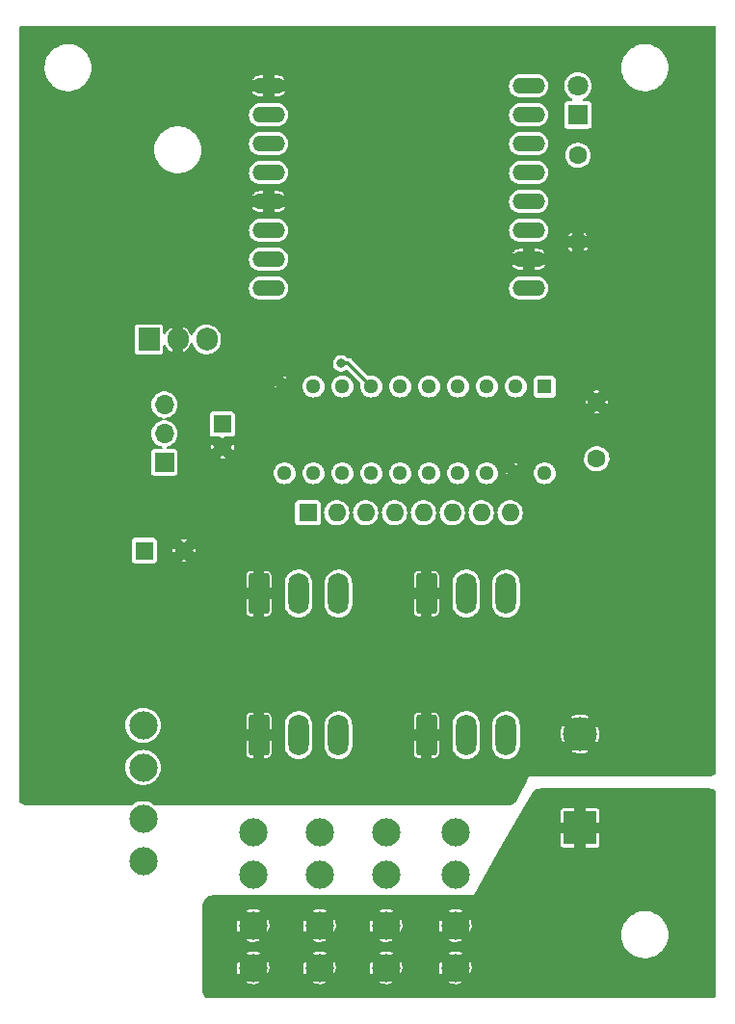
<source format=gbr>
G04 #@! TF.GenerationSoftware,KiCad,Pcbnew,(5.99.0-13060-g64f77b3596)*
G04 #@! TF.CreationDate,2021-11-07T13:08:28-05:00*
G04 #@! TF.ProjectId,ESP32_CAM_Controller,45535033-325f-4434-914d-5f436f6e7472,v1*
G04 #@! TF.SameCoordinates,Original*
G04 #@! TF.FileFunction,Copper,L1,Top*
G04 #@! TF.FilePolarity,Positive*
%FSLAX46Y46*%
G04 Gerber Fmt 4.6, Leading zero omitted, Abs format (unit mm)*
G04 Created by KiCad (PCBNEW (5.99.0-13060-g64f77b3596)) date 2021-11-07 13:08:28*
%MOMM*%
%LPD*%
G01*
G04 APERTURE LIST*
G04 Aperture macros list*
%AMRoundRect*
0 Rectangle with rounded corners*
0 $1 Rounding radius*
0 $2 $3 $4 $5 $6 $7 $8 $9 X,Y pos of 4 corners*
0 Add a 4 corners polygon primitive as box body*
4,1,4,$2,$3,$4,$5,$6,$7,$8,$9,$2,$3,0*
0 Add four circle primitives for the rounded corners*
1,1,$1+$1,$2,$3*
1,1,$1+$1,$4,$5*
1,1,$1+$1,$6,$7*
1,1,$1+$1,$8,$9*
0 Add four rect primitives between the rounded corners*
20,1,$1+$1,$2,$3,$4,$5,0*
20,1,$1+$1,$4,$5,$6,$7,0*
20,1,$1+$1,$6,$7,$8,$9,0*
20,1,$1+$1,$8,$9,$2,$3,0*%
G04 Aperture macros list end*
G04 #@! TA.AperFunction,ComponentPad*
%ADD10C,1.600000*%
G04 #@! TD*
G04 #@! TA.AperFunction,ComponentPad*
%ADD11RoundRect,0.250000X-0.650000X-1.550000X0.650000X-1.550000X0.650000X1.550000X-0.650000X1.550000X0*%
G04 #@! TD*
G04 #@! TA.AperFunction,ComponentPad*
%ADD12O,1.800000X3.600000*%
G04 #@! TD*
G04 #@! TA.AperFunction,ComponentPad*
%ADD13C,2.475000*%
G04 #@! TD*
G04 #@! TA.AperFunction,ComponentPad*
%ADD14R,1.600000X1.600000*%
G04 #@! TD*
G04 #@! TA.AperFunction,ComponentPad*
%ADD15R,1.295400X1.295400*%
G04 #@! TD*
G04 #@! TA.AperFunction,ComponentPad*
%ADD16C,1.295400*%
G04 #@! TD*
G04 #@! TA.AperFunction,ComponentPad*
%ADD17O,1.600000X1.600000*%
G04 #@! TD*
G04 #@! TA.AperFunction,ComponentPad*
%ADD18R,1.800000X1.800000*%
G04 #@! TD*
G04 #@! TA.AperFunction,ComponentPad*
%ADD19C,1.800000*%
G04 #@! TD*
G04 #@! TA.AperFunction,ComponentPad*
%ADD20R,1.905000X2.000000*%
G04 #@! TD*
G04 #@! TA.AperFunction,ComponentPad*
%ADD21O,1.905000X2.000000*%
G04 #@! TD*
G04 #@! TA.AperFunction,ComponentPad*
%ADD22R,1.700000X1.700000*%
G04 #@! TD*
G04 #@! TA.AperFunction,ComponentPad*
%ADD23O,1.700000X1.700000*%
G04 #@! TD*
G04 #@! TA.AperFunction,ComponentPad*
%ADD24R,3.000000X3.000000*%
G04 #@! TD*
G04 #@! TA.AperFunction,ComponentPad*
%ADD25C,3.000000*%
G04 #@! TD*
G04 #@! TA.AperFunction,ComponentPad*
%ADD26O,2.844800X1.422400*%
G04 #@! TD*
G04 #@! TA.AperFunction,ViaPad*
%ADD27C,0.800000*%
G04 #@! TD*
G04 #@! TA.AperFunction,Conductor*
%ADD28C,0.350000*%
G04 #@! TD*
G04 APERTURE END LIST*
D10*
X166355000Y-85684000D03*
X166355000Y-80684000D03*
D11*
X151380000Y-109982000D03*
D12*
X154880000Y-109982000D03*
X158380000Y-109982000D03*
D13*
X141982000Y-130410000D03*
X141982000Y-126710000D03*
X141982000Y-122210000D03*
X141982000Y-118510000D03*
X136140000Y-130410000D03*
X136140000Y-126710000D03*
X136140000Y-122210000D03*
X136140000Y-118510000D03*
D11*
X136648000Y-109982000D03*
D12*
X140148000Y-109982000D03*
X143648000Y-109982000D03*
D13*
X126488000Y-121012000D03*
X126488000Y-117312000D03*
X126488000Y-112812000D03*
X126488000Y-109112000D03*
X153920000Y-130410000D03*
X153920000Y-126710000D03*
X153920000Y-122210000D03*
X153920000Y-118510000D03*
D14*
X126600000Y-93750000D03*
D10*
X130100000Y-93750000D03*
D14*
X133462000Y-82636000D03*
D10*
X133462000Y-84636000D03*
D11*
X151380000Y-97536000D03*
D12*
X154880000Y-97536000D03*
X158380000Y-97536000D03*
D13*
X147824000Y-130410000D03*
X147824000Y-126710000D03*
X147824000Y-122210000D03*
X147824000Y-118510000D03*
D15*
X161783000Y-79334000D03*
D16*
X159243000Y-79334000D03*
X156703000Y-79334000D03*
X154163000Y-79334000D03*
X151623000Y-79334000D03*
X149083000Y-79334000D03*
X146543000Y-79334000D03*
X144003000Y-79334000D03*
X141463000Y-79334000D03*
X138923000Y-79334000D03*
X138923000Y-86954000D03*
X141463000Y-86954000D03*
X144003000Y-86954000D03*
X146543000Y-86954000D03*
X149083000Y-86954000D03*
X151623000Y-86954000D03*
X154163000Y-86954000D03*
X156703000Y-86954000D03*
X159243000Y-86954000D03*
X161783000Y-86954000D03*
D11*
X136648000Y-97536000D03*
D12*
X140148000Y-97536000D03*
X143648000Y-97536000D03*
D14*
X140966000Y-90424000D03*
D17*
X143506000Y-90424000D03*
X146046000Y-90424000D03*
X148586000Y-90424000D03*
X151126000Y-90424000D03*
X153666000Y-90424000D03*
X156206000Y-90424000D03*
X158746000Y-90424000D03*
D18*
X164704000Y-55458000D03*
D19*
X164704000Y-52918000D03*
D10*
X164704000Y-59014000D03*
D17*
X164704000Y-66634000D03*
D20*
X126996000Y-75184000D03*
D21*
X129536000Y-75184000D03*
X132076000Y-75184000D03*
D22*
X128350000Y-86000000D03*
D23*
X128350000Y-83460000D03*
X128350000Y-80920000D03*
D24*
X164881800Y-118129960D03*
D25*
X164881800Y-109880040D03*
D26*
X160386000Y-70698000D03*
X160386000Y-68158000D03*
X160386000Y-65618000D03*
X160386000Y-63078000D03*
X160386000Y-60538000D03*
X160386000Y-57998000D03*
X160386000Y-55458000D03*
X160386000Y-52918000D03*
X137526000Y-52918000D03*
X137526000Y-55458000D03*
X137526000Y-57998000D03*
X137526000Y-60538000D03*
X137526000Y-63078000D03*
X137526000Y-65618000D03*
X137526000Y-68158000D03*
X137526000Y-70698000D03*
D27*
X149210000Y-49870000D03*
X174610000Y-57490000D03*
X157250000Y-94750000D03*
X120250000Y-110750000D03*
X143250000Y-93750000D03*
X174610000Y-75270000D03*
X120250000Y-60750000D03*
X122950000Y-94950000D03*
X129150000Y-108950000D03*
X120250000Y-70750000D03*
X125250000Y-50750000D03*
X164450000Y-100670000D03*
X127950000Y-89650000D03*
X159370000Y-49870000D03*
X174610000Y-65110000D03*
X120250000Y-85750000D03*
X164450000Y-90510000D03*
X174610000Y-93050000D03*
X174610000Y-82890000D03*
X124350000Y-81350000D03*
X120250000Y-100750000D03*
X124250000Y-75350000D03*
X174610000Y-100670000D03*
X166990000Y-72730000D03*
X160177000Y-81136000D03*
X133970000Y-49870000D03*
X174356000Y-116164000D03*
X174356000Y-123784000D03*
X174356000Y-118450000D03*
X171054000Y-131912000D03*
X174356000Y-120736000D03*
X165212000Y-131912000D03*
X168006000Y-131912000D03*
X162164000Y-131912000D03*
X174610000Y-131912000D03*
X143876000Y-77302000D03*
D28*
X144511000Y-77302000D02*
X146543000Y-79334000D01*
X143876000Y-77302000D02*
X144511000Y-77302000D01*
G04 #@! TA.AperFunction,Conductor*
G36*
X176784121Y-47658002D02*
G01*
X176830614Y-47711658D01*
X176842000Y-47764000D01*
X176842000Y-113283912D01*
X176821998Y-113352033D01*
X176795936Y-113381308D01*
X176715158Y-113447601D01*
X176694631Y-113461317D01*
X176602417Y-113510607D01*
X176543629Y-113542029D01*
X176520810Y-113551482D01*
X176356957Y-113601185D01*
X176332740Y-113606001D01*
X176156163Y-113623393D01*
X176143813Y-113624000D01*
X160386000Y-113624000D01*
X160109839Y-114177627D01*
X160109837Y-114177630D01*
X159617742Y-115164146D01*
X159394804Y-115611075D01*
X159389136Y-115621233D01*
X159301154Y-115763119D01*
X159287139Y-115781656D01*
X159178535Y-115900655D01*
X159161355Y-115916300D01*
X159032741Y-116013330D01*
X159012985Y-116025550D01*
X158868741Y-116097307D01*
X158847070Y-116105694D01*
X158692104Y-116149740D01*
X158669261Y-116154005D01*
X158563872Y-116163751D01*
X158503014Y-116169379D01*
X158491395Y-116169914D01*
X127572789Y-116165685D01*
X127504671Y-116145674D01*
X127490976Y-116135497D01*
X127403286Y-116060603D01*
X127403283Y-116060601D01*
X127399526Y-116057392D01*
X127395314Y-116054811D01*
X127395310Y-116054808D01*
X127196260Y-115932830D01*
X127192040Y-115930244D01*
X127187470Y-115928351D01*
X127187466Y-115928349D01*
X126971791Y-115839014D01*
X126971789Y-115839013D01*
X126967218Y-115837120D01*
X126884692Y-115817307D01*
X126735409Y-115781467D01*
X126735403Y-115781466D01*
X126730596Y-115780312D01*
X126488000Y-115761219D01*
X126245404Y-115780312D01*
X126240597Y-115781466D01*
X126240591Y-115781467D01*
X126091308Y-115817307D01*
X126008782Y-115837120D01*
X126004211Y-115839013D01*
X126004209Y-115839014D01*
X125788534Y-115928349D01*
X125788530Y-115928351D01*
X125783960Y-115930244D01*
X125576474Y-116057392D01*
X125519919Y-116105694D01*
X125485372Y-116135200D01*
X125420582Y-116164231D01*
X125403530Y-116165389D01*
X116322053Y-116164147D01*
X116309707Y-116163539D01*
X116273286Y-116159947D01*
X116133136Y-116146125D01*
X116108918Y-116141305D01*
X115945098Y-116091590D01*
X115922282Y-116082137D01*
X115771301Y-116001418D01*
X115750766Y-115987694D01*
X115670059Y-115921449D01*
X115630095Y-115862769D01*
X115624000Y-115824056D01*
X115624000Y-112812000D01*
X124937219Y-112812000D01*
X124956312Y-113054596D01*
X124957466Y-113059403D01*
X124957467Y-113059409D01*
X124993307Y-113208692D01*
X125013120Y-113291218D01*
X125015013Y-113295789D01*
X125015014Y-113295791D01*
X125103994Y-113510607D01*
X125106244Y-113516040D01*
X125233392Y-113723526D01*
X125391432Y-113908568D01*
X125576474Y-114066608D01*
X125783960Y-114193756D01*
X125788530Y-114195649D01*
X125788534Y-114195651D01*
X126004209Y-114284986D01*
X126008782Y-114286880D01*
X126091308Y-114306693D01*
X126240591Y-114342533D01*
X126240597Y-114342534D01*
X126245404Y-114343688D01*
X126488000Y-114362781D01*
X126730596Y-114343688D01*
X126735403Y-114342534D01*
X126735409Y-114342533D01*
X126884692Y-114306693D01*
X126967218Y-114286880D01*
X126971791Y-114284986D01*
X127187466Y-114195651D01*
X127187470Y-114195649D01*
X127192040Y-114193756D01*
X127399526Y-114066608D01*
X127584568Y-113908568D01*
X127742608Y-113723526D01*
X127869756Y-113516040D01*
X127872007Y-113510607D01*
X127960986Y-113295791D01*
X127960987Y-113295789D01*
X127962880Y-113291218D01*
X127982693Y-113208692D01*
X128018533Y-113059409D01*
X128018534Y-113059403D01*
X128019688Y-113054596D01*
X128038781Y-112812000D01*
X128019688Y-112569404D01*
X128018534Y-112564597D01*
X128018533Y-112564591D01*
X127964035Y-112337594D01*
X127962880Y-112332782D01*
X127869756Y-112107960D01*
X127742608Y-111900474D01*
X127584568Y-111715432D01*
X127429280Y-111582804D01*
X135548001Y-111582804D01*
X135548280Y-111588725D01*
X135550256Y-111609631D01*
X135553521Y-111624516D01*
X135592694Y-111736064D01*
X135601406Y-111752520D01*
X135670616Y-111846221D01*
X135683779Y-111859384D01*
X135777480Y-111928594D01*
X135793936Y-111937306D01*
X135905479Y-111976477D01*
X135920373Y-111979745D01*
X135941281Y-111981721D01*
X135947192Y-111982000D01*
X136129885Y-111982000D01*
X136145124Y-111977525D01*
X136146329Y-111976135D01*
X136148000Y-111968452D01*
X136148000Y-111963884D01*
X137148000Y-111963884D01*
X137152475Y-111979123D01*
X137153865Y-111980328D01*
X137161548Y-111981999D01*
X137348804Y-111981999D01*
X137354725Y-111981720D01*
X137375631Y-111979744D01*
X137390516Y-111976479D01*
X137502064Y-111937306D01*
X137518520Y-111928594D01*
X137612221Y-111859384D01*
X137625384Y-111846221D01*
X137694594Y-111752520D01*
X137703306Y-111736064D01*
X137742477Y-111624521D01*
X137745745Y-111609627D01*
X137747721Y-111588719D01*
X137748000Y-111582808D01*
X137748000Y-110936735D01*
X138939500Y-110936735D01*
X138939749Y-110939522D01*
X138939749Y-110939528D01*
X138942339Y-110968548D01*
X138953792Y-111096872D01*
X139010716Y-111304952D01*
X139103589Y-111499663D01*
X139229474Y-111674851D01*
X139384392Y-111824977D01*
X139563447Y-111945297D01*
X139568593Y-111947556D01*
X139568595Y-111947557D01*
X139636864Y-111977525D01*
X139760980Y-112032008D01*
X139970745Y-112082368D01*
X140053788Y-112087156D01*
X140180506Y-112094463D01*
X140180509Y-112094463D01*
X140186113Y-112094786D01*
X140203467Y-112092686D01*
X140394708Y-112069544D01*
X140394709Y-112069544D01*
X140400277Y-112068870D01*
X140405631Y-112067223D01*
X140405635Y-112067222D01*
X140601109Y-112007085D01*
X140601108Y-112007085D01*
X140606466Y-112005437D01*
X140798164Y-111906495D01*
X140865003Y-111855208D01*
X140964860Y-111778585D01*
X140964864Y-111778581D01*
X140969311Y-111775169D01*
X141060593Y-111674851D01*
X141110724Y-111619758D01*
X141110726Y-111619755D01*
X141114497Y-111615611D01*
X141131363Y-111588725D01*
X141226151Y-111437621D01*
X141226153Y-111437617D01*
X141229134Y-111432865D01*
X141309597Y-111232707D01*
X141353344Y-111021463D01*
X141356500Y-110966725D01*
X141356500Y-110936735D01*
X142439500Y-110936735D01*
X142439749Y-110939522D01*
X142439749Y-110939528D01*
X142442339Y-110968548D01*
X142453792Y-111096872D01*
X142510716Y-111304952D01*
X142603589Y-111499663D01*
X142729474Y-111674851D01*
X142884392Y-111824977D01*
X143063447Y-111945297D01*
X143068593Y-111947556D01*
X143068595Y-111947557D01*
X143136864Y-111977525D01*
X143260980Y-112032008D01*
X143470745Y-112082368D01*
X143553788Y-112087156D01*
X143680506Y-112094463D01*
X143680509Y-112094463D01*
X143686113Y-112094786D01*
X143703467Y-112092686D01*
X143894708Y-112069544D01*
X143894709Y-112069544D01*
X143900277Y-112068870D01*
X143905631Y-112067223D01*
X143905635Y-112067222D01*
X144101109Y-112007085D01*
X144101108Y-112007085D01*
X144106466Y-112005437D01*
X144298164Y-111906495D01*
X144365003Y-111855208D01*
X144464860Y-111778585D01*
X144464864Y-111778581D01*
X144469311Y-111775169D01*
X144560593Y-111674851D01*
X144610724Y-111619758D01*
X144610726Y-111619755D01*
X144614497Y-111615611D01*
X144631363Y-111588725D01*
X144635077Y-111582804D01*
X150280001Y-111582804D01*
X150280280Y-111588725D01*
X150282256Y-111609631D01*
X150285521Y-111624516D01*
X150324694Y-111736064D01*
X150333406Y-111752520D01*
X150402616Y-111846221D01*
X150415779Y-111859384D01*
X150509480Y-111928594D01*
X150525936Y-111937306D01*
X150637479Y-111976477D01*
X150652373Y-111979745D01*
X150673281Y-111981721D01*
X150679192Y-111982000D01*
X150861885Y-111982000D01*
X150877124Y-111977525D01*
X150878329Y-111976135D01*
X150880000Y-111968452D01*
X150880000Y-111963884D01*
X151880000Y-111963884D01*
X151884475Y-111979123D01*
X151885865Y-111980328D01*
X151893548Y-111981999D01*
X152080804Y-111981999D01*
X152086725Y-111981720D01*
X152107631Y-111979744D01*
X152122516Y-111976479D01*
X152234064Y-111937306D01*
X152250520Y-111928594D01*
X152344221Y-111859384D01*
X152357384Y-111846221D01*
X152426594Y-111752520D01*
X152435306Y-111736064D01*
X152474477Y-111624521D01*
X152477745Y-111609627D01*
X152479721Y-111588719D01*
X152480000Y-111582808D01*
X152480000Y-110936735D01*
X153671500Y-110936735D01*
X153671749Y-110939522D01*
X153671749Y-110939528D01*
X153674339Y-110968548D01*
X153685792Y-111096872D01*
X153742716Y-111304952D01*
X153835589Y-111499663D01*
X153961474Y-111674851D01*
X154116392Y-111824977D01*
X154295447Y-111945297D01*
X154300593Y-111947556D01*
X154300595Y-111947557D01*
X154368864Y-111977525D01*
X154492980Y-112032008D01*
X154702745Y-112082368D01*
X154785788Y-112087156D01*
X154912506Y-112094463D01*
X154912509Y-112094463D01*
X154918113Y-112094786D01*
X154935467Y-112092686D01*
X155126708Y-112069544D01*
X155126709Y-112069544D01*
X155132277Y-112068870D01*
X155137631Y-112067223D01*
X155137635Y-112067222D01*
X155333109Y-112007085D01*
X155333108Y-112007085D01*
X155338466Y-112005437D01*
X155530164Y-111906495D01*
X155597003Y-111855208D01*
X155696860Y-111778585D01*
X155696864Y-111778581D01*
X155701311Y-111775169D01*
X155792593Y-111674851D01*
X155842724Y-111619758D01*
X155842726Y-111619755D01*
X155846497Y-111615611D01*
X155863363Y-111588725D01*
X155958151Y-111437621D01*
X155958153Y-111437617D01*
X155961134Y-111432865D01*
X156041597Y-111232707D01*
X156085344Y-111021463D01*
X156088500Y-110966725D01*
X156088500Y-110936735D01*
X157171500Y-110936735D01*
X157171749Y-110939522D01*
X157171749Y-110939528D01*
X157174339Y-110968548D01*
X157185792Y-111096872D01*
X157242716Y-111304952D01*
X157335589Y-111499663D01*
X157461474Y-111674851D01*
X157616392Y-111824977D01*
X157795447Y-111945297D01*
X157800593Y-111947556D01*
X157800595Y-111947557D01*
X157868864Y-111977525D01*
X157992980Y-112032008D01*
X158202745Y-112082368D01*
X158285788Y-112087156D01*
X158412506Y-112094463D01*
X158412509Y-112094463D01*
X158418113Y-112094786D01*
X158435467Y-112092686D01*
X158626708Y-112069544D01*
X158626709Y-112069544D01*
X158632277Y-112068870D01*
X158637631Y-112067223D01*
X158637635Y-112067222D01*
X158833109Y-112007085D01*
X158833108Y-112007085D01*
X158838466Y-112005437D01*
X159030164Y-111906495D01*
X159097003Y-111855208D01*
X159196860Y-111778585D01*
X159196864Y-111778581D01*
X159201311Y-111775169D01*
X159292593Y-111674851D01*
X159342724Y-111619758D01*
X159342726Y-111619755D01*
X159346497Y-111615611D01*
X159363363Y-111588725D01*
X159458151Y-111437621D01*
X159458153Y-111437617D01*
X159461134Y-111432865D01*
X159481527Y-111382137D01*
X164092430Y-111382137D01*
X164096896Y-111388103D01*
X164197891Y-111441239D01*
X164206440Y-111444955D01*
X164436157Y-111525176D01*
X164445167Y-111527590D01*
X164684227Y-111572978D01*
X164693482Y-111574032D01*
X164936628Y-111583586D01*
X164945942Y-111583260D01*
X165187816Y-111556771D01*
X165196993Y-111555070D01*
X165432295Y-111493120D01*
X165441115Y-111490083D01*
X165664679Y-111394032D01*
X165665985Y-111393352D01*
X165674020Y-111384392D01*
X165670131Y-111375478D01*
X164894612Y-110599959D01*
X164880668Y-110592345D01*
X164878835Y-110592476D01*
X164872220Y-110596727D01*
X164099190Y-111369757D01*
X164092430Y-111382137D01*
X159481527Y-111382137D01*
X159541597Y-111232707D01*
X159585344Y-111021463D01*
X159588500Y-110966725D01*
X159588500Y-109840085D01*
X163177841Y-109840085D01*
X163189516Y-110083129D01*
X163190652Y-110092384D01*
X163238125Y-110331042D01*
X163240613Y-110340014D01*
X163322839Y-110569033D01*
X163326628Y-110577545D01*
X163370676Y-110659523D01*
X163380581Y-110669563D01*
X163387811Y-110666922D01*
X164161881Y-109892852D01*
X164168259Y-109881172D01*
X165594105Y-109881172D01*
X165594236Y-109883005D01*
X165598487Y-109889620D01*
X166374115Y-110665248D01*
X166386495Y-110672008D01*
X166391260Y-110668441D01*
X166481834Y-110467373D01*
X166485029Y-110458595D01*
X166551074Y-110224414D01*
X166552932Y-110215284D01*
X166583833Y-109972391D01*
X166584314Y-109966104D01*
X166586484Y-109883200D01*
X166586333Y-109876890D01*
X166568189Y-109632724D01*
X166566809Y-109623493D01*
X166513108Y-109386171D01*
X166510384Y-109377260D01*
X166422191Y-109150472D01*
X166418180Y-109142063D01*
X166393966Y-109099698D01*
X166383802Y-109089922D01*
X166375903Y-109093044D01*
X165601719Y-109867228D01*
X165594105Y-109881172D01*
X164168259Y-109881172D01*
X164169495Y-109878908D01*
X164169364Y-109877075D01*
X164165113Y-109870460D01*
X163389968Y-109095315D01*
X163377588Y-109088555D01*
X163370066Y-109094186D01*
X163365270Y-109102089D01*
X163361031Y-109110409D01*
X163266938Y-109334794D01*
X163263977Y-109343644D01*
X163204085Y-109579471D01*
X163202463Y-109588668D01*
X163178086Y-109830760D01*
X163177841Y-109840085D01*
X159588500Y-109840085D01*
X159588500Y-109027265D01*
X159585824Y-108997275D01*
X159574707Y-108872723D01*
X159574208Y-108867128D01*
X159517284Y-108659048D01*
X159424411Y-108464337D01*
X159361849Y-108377272D01*
X164090279Y-108377272D01*
X164092031Y-108383164D01*
X164868988Y-109160121D01*
X164882932Y-109167735D01*
X164884765Y-109167604D01*
X164891380Y-109163353D01*
X165664930Y-108389803D01*
X165671690Y-108377423D01*
X165667636Y-108372007D01*
X165524605Y-108301473D01*
X165515972Y-108297985D01*
X165284220Y-108223801D01*
X165275160Y-108221625D01*
X165034991Y-108182511D01*
X165025704Y-108181699D01*
X164782403Y-108178514D01*
X164773091Y-108179084D01*
X164531989Y-108211896D01*
X164522871Y-108213834D01*
X164289277Y-108281921D01*
X164280524Y-108285193D01*
X164100903Y-108368000D01*
X164090279Y-108377272D01*
X159361849Y-108377272D01*
X159298526Y-108289149D01*
X159143608Y-108139023D01*
X158964553Y-108018703D01*
X158957102Y-108015432D01*
X158823796Y-107956915D01*
X158767020Y-107931992D01*
X158557255Y-107881632D01*
X158474212Y-107876844D01*
X158347494Y-107869537D01*
X158347491Y-107869537D01*
X158341887Y-107869214D01*
X158336309Y-107869889D01*
X158133292Y-107894456D01*
X158133291Y-107894456D01*
X158127723Y-107895130D01*
X158122369Y-107896777D01*
X158122365Y-107896778D01*
X157952244Y-107949115D01*
X157921534Y-107958563D01*
X157865425Y-107987523D01*
X157811352Y-108015432D01*
X157729836Y-108057505D01*
X157668440Y-108104616D01*
X157563140Y-108185415D01*
X157563136Y-108185419D01*
X157558689Y-108188831D01*
X157554914Y-108192980D01*
X157421606Y-108339484D01*
X157413503Y-108348389D01*
X157410522Y-108353141D01*
X157340769Y-108464337D01*
X157298866Y-108531135D01*
X157218403Y-108731293D01*
X157174656Y-108942537D01*
X157171500Y-108997275D01*
X157171500Y-110936735D01*
X156088500Y-110936735D01*
X156088500Y-109027265D01*
X156085824Y-108997275D01*
X156074707Y-108872723D01*
X156074208Y-108867128D01*
X156017284Y-108659048D01*
X155924411Y-108464337D01*
X155798526Y-108289149D01*
X155643608Y-108139023D01*
X155464553Y-108018703D01*
X155457102Y-108015432D01*
X155323796Y-107956915D01*
X155267020Y-107931992D01*
X155057255Y-107881632D01*
X154974212Y-107876844D01*
X154847494Y-107869537D01*
X154847491Y-107869537D01*
X154841887Y-107869214D01*
X154836309Y-107869889D01*
X154633292Y-107894456D01*
X154633291Y-107894456D01*
X154627723Y-107895130D01*
X154622369Y-107896777D01*
X154622365Y-107896778D01*
X154452244Y-107949115D01*
X154421534Y-107958563D01*
X154365425Y-107987523D01*
X154311352Y-108015432D01*
X154229836Y-108057505D01*
X154168440Y-108104616D01*
X154063140Y-108185415D01*
X154063136Y-108185419D01*
X154058689Y-108188831D01*
X154054914Y-108192980D01*
X153921606Y-108339484D01*
X153913503Y-108348389D01*
X153910522Y-108353141D01*
X153840769Y-108464337D01*
X153798866Y-108531135D01*
X153718403Y-108731293D01*
X153674656Y-108942537D01*
X153671500Y-108997275D01*
X153671500Y-110936735D01*
X152480000Y-110936735D01*
X152480000Y-110500115D01*
X152475525Y-110484876D01*
X152474135Y-110483671D01*
X152466452Y-110482000D01*
X151898115Y-110482000D01*
X151882876Y-110486475D01*
X151881671Y-110487865D01*
X151880000Y-110495548D01*
X151880000Y-111963884D01*
X150880000Y-111963884D01*
X150880000Y-110500115D01*
X150875525Y-110484876D01*
X150874135Y-110483671D01*
X150866452Y-110482000D01*
X150298116Y-110482000D01*
X150282877Y-110486475D01*
X150281672Y-110487865D01*
X150280001Y-110495548D01*
X150280001Y-111582804D01*
X144635077Y-111582804D01*
X144726151Y-111437621D01*
X144726153Y-111437617D01*
X144729134Y-111432865D01*
X144809597Y-111232707D01*
X144853344Y-111021463D01*
X144856500Y-110966725D01*
X144856500Y-109463885D01*
X150280000Y-109463885D01*
X150284475Y-109479124D01*
X150285865Y-109480329D01*
X150293548Y-109482000D01*
X150861885Y-109482000D01*
X150877124Y-109477525D01*
X150878329Y-109476135D01*
X150880000Y-109468452D01*
X150880000Y-109463885D01*
X151880000Y-109463885D01*
X151884475Y-109479124D01*
X151885865Y-109480329D01*
X151893548Y-109482000D01*
X152461884Y-109482000D01*
X152477123Y-109477525D01*
X152478328Y-109476135D01*
X152479999Y-109468452D01*
X152479999Y-108381196D01*
X152479720Y-108375275D01*
X152477744Y-108354369D01*
X152474479Y-108339484D01*
X152435306Y-108227936D01*
X152426594Y-108211480D01*
X152357384Y-108117779D01*
X152344221Y-108104616D01*
X152250520Y-108035406D01*
X152234064Y-108026694D01*
X152122521Y-107987523D01*
X152107627Y-107984255D01*
X152086719Y-107982279D01*
X152080808Y-107982000D01*
X151898115Y-107982000D01*
X151882876Y-107986475D01*
X151881671Y-107987865D01*
X151880000Y-107995548D01*
X151880000Y-109463885D01*
X150880000Y-109463885D01*
X150880000Y-108000116D01*
X150875525Y-107984877D01*
X150874135Y-107983672D01*
X150866452Y-107982001D01*
X150679196Y-107982001D01*
X150673275Y-107982280D01*
X150652369Y-107984256D01*
X150637484Y-107987521D01*
X150525936Y-108026694D01*
X150509480Y-108035406D01*
X150415779Y-108104616D01*
X150402616Y-108117779D01*
X150333406Y-108211480D01*
X150324694Y-108227936D01*
X150285523Y-108339479D01*
X150282255Y-108354373D01*
X150280279Y-108375281D01*
X150280000Y-108381192D01*
X150280000Y-109463885D01*
X144856500Y-109463885D01*
X144856500Y-109027265D01*
X144853824Y-108997275D01*
X144842707Y-108872723D01*
X144842208Y-108867128D01*
X144785284Y-108659048D01*
X144692411Y-108464337D01*
X144566526Y-108289149D01*
X144411608Y-108139023D01*
X144232553Y-108018703D01*
X144225102Y-108015432D01*
X144091796Y-107956915D01*
X144035020Y-107931992D01*
X143825255Y-107881632D01*
X143742212Y-107876844D01*
X143615494Y-107869537D01*
X143615491Y-107869537D01*
X143609887Y-107869214D01*
X143604309Y-107869889D01*
X143401292Y-107894456D01*
X143401291Y-107894456D01*
X143395723Y-107895130D01*
X143390369Y-107896777D01*
X143390365Y-107896778D01*
X143220244Y-107949115D01*
X143189534Y-107958563D01*
X143133425Y-107987523D01*
X143079352Y-108015432D01*
X142997836Y-108057505D01*
X142936440Y-108104616D01*
X142831140Y-108185415D01*
X142831136Y-108185419D01*
X142826689Y-108188831D01*
X142822914Y-108192980D01*
X142689606Y-108339484D01*
X142681503Y-108348389D01*
X142678522Y-108353141D01*
X142608769Y-108464337D01*
X142566866Y-108531135D01*
X142486403Y-108731293D01*
X142442656Y-108942537D01*
X142439500Y-108997275D01*
X142439500Y-110936735D01*
X141356500Y-110936735D01*
X141356500Y-109027265D01*
X141353824Y-108997275D01*
X141342707Y-108872723D01*
X141342208Y-108867128D01*
X141285284Y-108659048D01*
X141192411Y-108464337D01*
X141066526Y-108289149D01*
X140911608Y-108139023D01*
X140732553Y-108018703D01*
X140725102Y-108015432D01*
X140591796Y-107956915D01*
X140535020Y-107931992D01*
X140325255Y-107881632D01*
X140242212Y-107876844D01*
X140115494Y-107869537D01*
X140115491Y-107869537D01*
X140109887Y-107869214D01*
X140104309Y-107869889D01*
X139901292Y-107894456D01*
X139901291Y-107894456D01*
X139895723Y-107895130D01*
X139890369Y-107896777D01*
X139890365Y-107896778D01*
X139720244Y-107949115D01*
X139689534Y-107958563D01*
X139633425Y-107987523D01*
X139579352Y-108015432D01*
X139497836Y-108057505D01*
X139436440Y-108104616D01*
X139331140Y-108185415D01*
X139331136Y-108185419D01*
X139326689Y-108188831D01*
X139322914Y-108192980D01*
X139189606Y-108339484D01*
X139181503Y-108348389D01*
X139178522Y-108353141D01*
X139108769Y-108464337D01*
X139066866Y-108531135D01*
X138986403Y-108731293D01*
X138942656Y-108942537D01*
X138939500Y-108997275D01*
X138939500Y-110936735D01*
X137748000Y-110936735D01*
X137748000Y-110500115D01*
X137743525Y-110484876D01*
X137742135Y-110483671D01*
X137734452Y-110482000D01*
X137166115Y-110482000D01*
X137150876Y-110486475D01*
X137149671Y-110487865D01*
X137148000Y-110495548D01*
X137148000Y-111963884D01*
X136148000Y-111963884D01*
X136148000Y-110500115D01*
X136143525Y-110484876D01*
X136142135Y-110483671D01*
X136134452Y-110482000D01*
X135566116Y-110482000D01*
X135550877Y-110486475D01*
X135549672Y-110487865D01*
X135548001Y-110495548D01*
X135548001Y-111582804D01*
X127429280Y-111582804D01*
X127399526Y-111557392D01*
X127192040Y-111430244D01*
X127187470Y-111428351D01*
X127187466Y-111428349D01*
X126971791Y-111339014D01*
X126971789Y-111339013D01*
X126967218Y-111337120D01*
X126854326Y-111310017D01*
X126735409Y-111281467D01*
X126735403Y-111281466D01*
X126730596Y-111280312D01*
X126488000Y-111261219D01*
X126245404Y-111280312D01*
X126240597Y-111281466D01*
X126240591Y-111281467D01*
X126121674Y-111310017D01*
X126008782Y-111337120D01*
X126004211Y-111339013D01*
X126004209Y-111339014D01*
X125788534Y-111428349D01*
X125788530Y-111428351D01*
X125783960Y-111430244D01*
X125576474Y-111557392D01*
X125391432Y-111715432D01*
X125233392Y-111900474D01*
X125106244Y-112107960D01*
X125013120Y-112332782D01*
X125011965Y-112337594D01*
X124957467Y-112564591D01*
X124957466Y-112564597D01*
X124956312Y-112569404D01*
X124937219Y-112812000D01*
X115624000Y-112812000D01*
X115624000Y-109112000D01*
X124937219Y-109112000D01*
X124956312Y-109354596D01*
X124957466Y-109359403D01*
X124957467Y-109359409D01*
X124986498Y-109480329D01*
X125013120Y-109591218D01*
X125015013Y-109595789D01*
X125015014Y-109595791D01*
X125026489Y-109623493D01*
X125106244Y-109816040D01*
X125233392Y-110023526D01*
X125391432Y-110208568D01*
X125576474Y-110366608D01*
X125580691Y-110369192D01*
X125772079Y-110486475D01*
X125783960Y-110493756D01*
X125788530Y-110495649D01*
X125788534Y-110495651D01*
X125965695Y-110569033D01*
X126008782Y-110586880D01*
X126049798Y-110596727D01*
X126240591Y-110642533D01*
X126240597Y-110642534D01*
X126245404Y-110643688D01*
X126488000Y-110662781D01*
X126730596Y-110643688D01*
X126735403Y-110642534D01*
X126735409Y-110642533D01*
X126926202Y-110596727D01*
X126967218Y-110586880D01*
X127010305Y-110569033D01*
X127187466Y-110495651D01*
X127187470Y-110495649D01*
X127192040Y-110493756D01*
X127203922Y-110486475D01*
X127395309Y-110369192D01*
X127399526Y-110366608D01*
X127584568Y-110208568D01*
X127742608Y-110023526D01*
X127869756Y-109816040D01*
X127949512Y-109623493D01*
X127960986Y-109595791D01*
X127960987Y-109595789D01*
X127962880Y-109591218D01*
X127989502Y-109480329D01*
X127993450Y-109463885D01*
X135548000Y-109463885D01*
X135552475Y-109479124D01*
X135553865Y-109480329D01*
X135561548Y-109482000D01*
X136129885Y-109482000D01*
X136145124Y-109477525D01*
X136146329Y-109476135D01*
X136148000Y-109468452D01*
X136148000Y-109463885D01*
X137148000Y-109463885D01*
X137152475Y-109479124D01*
X137153865Y-109480329D01*
X137161548Y-109482000D01*
X137729884Y-109482000D01*
X137745123Y-109477525D01*
X137746328Y-109476135D01*
X137747999Y-109468452D01*
X137747999Y-108381196D01*
X137747720Y-108375275D01*
X137745744Y-108354369D01*
X137742479Y-108339484D01*
X137703306Y-108227936D01*
X137694594Y-108211480D01*
X137625384Y-108117779D01*
X137612221Y-108104616D01*
X137518520Y-108035406D01*
X137502064Y-108026694D01*
X137390521Y-107987523D01*
X137375627Y-107984255D01*
X137354719Y-107982279D01*
X137348808Y-107982000D01*
X137166115Y-107982000D01*
X137150876Y-107986475D01*
X137149671Y-107987865D01*
X137148000Y-107995548D01*
X137148000Y-109463885D01*
X136148000Y-109463885D01*
X136148000Y-108000116D01*
X136143525Y-107984877D01*
X136142135Y-107983672D01*
X136134452Y-107982001D01*
X135947196Y-107982001D01*
X135941275Y-107982280D01*
X135920369Y-107984256D01*
X135905484Y-107987521D01*
X135793936Y-108026694D01*
X135777480Y-108035406D01*
X135683779Y-108104616D01*
X135670616Y-108117779D01*
X135601406Y-108211480D01*
X135592694Y-108227936D01*
X135553523Y-108339479D01*
X135550255Y-108354373D01*
X135548279Y-108375281D01*
X135548000Y-108381192D01*
X135548000Y-109463885D01*
X127993450Y-109463885D01*
X128018533Y-109359409D01*
X128018534Y-109359403D01*
X128019688Y-109354596D01*
X128038781Y-109112000D01*
X128019688Y-108869404D01*
X128018534Y-108864597D01*
X128018533Y-108864591D01*
X127964035Y-108637594D01*
X127962880Y-108632782D01*
X127869756Y-108407960D01*
X127742608Y-108200474D01*
X127584568Y-108015432D01*
X127399526Y-107857392D01*
X127192040Y-107730244D01*
X127187470Y-107728351D01*
X127187466Y-107728349D01*
X126971791Y-107639014D01*
X126971789Y-107639013D01*
X126967218Y-107637120D01*
X126884692Y-107617307D01*
X126735409Y-107581467D01*
X126735403Y-107581466D01*
X126730596Y-107580312D01*
X126488000Y-107561219D01*
X126245404Y-107580312D01*
X126240597Y-107581466D01*
X126240591Y-107581467D01*
X126091308Y-107617307D01*
X126008782Y-107637120D01*
X126004211Y-107639013D01*
X126004209Y-107639014D01*
X125788534Y-107728349D01*
X125788530Y-107728351D01*
X125783960Y-107730244D01*
X125576474Y-107857392D01*
X125391432Y-108015432D01*
X125233392Y-108200474D01*
X125106244Y-108407960D01*
X125013120Y-108632782D01*
X125011965Y-108637594D01*
X124957467Y-108864591D01*
X124957466Y-108864597D01*
X124956312Y-108869404D01*
X124937219Y-109112000D01*
X115624000Y-109112000D01*
X115624000Y-99136804D01*
X135548001Y-99136804D01*
X135548280Y-99142725D01*
X135550256Y-99163631D01*
X135553521Y-99178516D01*
X135592694Y-99290064D01*
X135601406Y-99306520D01*
X135670616Y-99400221D01*
X135683779Y-99413384D01*
X135777480Y-99482594D01*
X135793936Y-99491306D01*
X135905479Y-99530477D01*
X135920373Y-99533745D01*
X135941281Y-99535721D01*
X135947192Y-99536000D01*
X136129885Y-99536000D01*
X136145124Y-99531525D01*
X136146329Y-99530135D01*
X136148000Y-99522452D01*
X136148000Y-99517884D01*
X137148000Y-99517884D01*
X137152475Y-99533123D01*
X137153865Y-99534328D01*
X137161548Y-99535999D01*
X137348804Y-99535999D01*
X137354725Y-99535720D01*
X137375631Y-99533744D01*
X137390516Y-99530479D01*
X137502064Y-99491306D01*
X137518520Y-99482594D01*
X137612221Y-99413384D01*
X137625384Y-99400221D01*
X137694594Y-99306520D01*
X137703306Y-99290064D01*
X137742477Y-99178521D01*
X137745745Y-99163627D01*
X137747721Y-99142719D01*
X137748000Y-99136808D01*
X137748000Y-98490735D01*
X138939500Y-98490735D01*
X138939749Y-98493522D01*
X138939749Y-98493528D01*
X138942339Y-98522548D01*
X138953792Y-98650872D01*
X139010716Y-98858952D01*
X139103589Y-99053663D01*
X139229474Y-99228851D01*
X139384392Y-99378977D01*
X139563447Y-99499297D01*
X139568593Y-99501556D01*
X139568595Y-99501557D01*
X139636864Y-99531525D01*
X139760980Y-99586008D01*
X139970745Y-99636368D01*
X140053788Y-99641156D01*
X140180506Y-99648463D01*
X140180509Y-99648463D01*
X140186113Y-99648786D01*
X140203467Y-99646686D01*
X140394708Y-99623544D01*
X140394709Y-99623544D01*
X140400277Y-99622870D01*
X140405631Y-99621223D01*
X140405635Y-99621222D01*
X140601109Y-99561085D01*
X140601108Y-99561085D01*
X140606466Y-99559437D01*
X140798164Y-99460495D01*
X140865003Y-99409208D01*
X140964860Y-99332585D01*
X140964864Y-99332581D01*
X140969311Y-99329169D01*
X141060593Y-99228851D01*
X141110724Y-99173758D01*
X141110726Y-99173755D01*
X141114497Y-99169611D01*
X141131363Y-99142725D01*
X141226151Y-98991621D01*
X141226153Y-98991617D01*
X141229134Y-98986865D01*
X141309597Y-98786707D01*
X141353344Y-98575463D01*
X141356500Y-98520725D01*
X141356500Y-98490735D01*
X142439500Y-98490735D01*
X142439749Y-98493522D01*
X142439749Y-98493528D01*
X142442339Y-98522548D01*
X142453792Y-98650872D01*
X142510716Y-98858952D01*
X142603589Y-99053663D01*
X142729474Y-99228851D01*
X142884392Y-99378977D01*
X143063447Y-99499297D01*
X143068593Y-99501556D01*
X143068595Y-99501557D01*
X143136864Y-99531525D01*
X143260980Y-99586008D01*
X143470745Y-99636368D01*
X143553788Y-99641156D01*
X143680506Y-99648463D01*
X143680509Y-99648463D01*
X143686113Y-99648786D01*
X143703467Y-99646686D01*
X143894708Y-99623544D01*
X143894709Y-99623544D01*
X143900277Y-99622870D01*
X143905631Y-99621223D01*
X143905635Y-99621222D01*
X144101109Y-99561085D01*
X144101108Y-99561085D01*
X144106466Y-99559437D01*
X144298164Y-99460495D01*
X144365003Y-99409208D01*
X144464860Y-99332585D01*
X144464864Y-99332581D01*
X144469311Y-99329169D01*
X144560593Y-99228851D01*
X144610724Y-99173758D01*
X144610726Y-99173755D01*
X144614497Y-99169611D01*
X144631363Y-99142725D01*
X144635077Y-99136804D01*
X150280001Y-99136804D01*
X150280280Y-99142725D01*
X150282256Y-99163631D01*
X150285521Y-99178516D01*
X150324694Y-99290064D01*
X150333406Y-99306520D01*
X150402616Y-99400221D01*
X150415779Y-99413384D01*
X150509480Y-99482594D01*
X150525936Y-99491306D01*
X150637479Y-99530477D01*
X150652373Y-99533745D01*
X150673281Y-99535721D01*
X150679192Y-99536000D01*
X150861885Y-99536000D01*
X150877124Y-99531525D01*
X150878329Y-99530135D01*
X150880000Y-99522452D01*
X150880000Y-99517884D01*
X151880000Y-99517884D01*
X151884475Y-99533123D01*
X151885865Y-99534328D01*
X151893548Y-99535999D01*
X152080804Y-99535999D01*
X152086725Y-99535720D01*
X152107631Y-99533744D01*
X152122516Y-99530479D01*
X152234064Y-99491306D01*
X152250520Y-99482594D01*
X152344221Y-99413384D01*
X152357384Y-99400221D01*
X152426594Y-99306520D01*
X152435306Y-99290064D01*
X152474477Y-99178521D01*
X152477745Y-99163627D01*
X152479721Y-99142719D01*
X152480000Y-99136808D01*
X152480000Y-98490735D01*
X153671500Y-98490735D01*
X153671749Y-98493522D01*
X153671749Y-98493528D01*
X153674339Y-98522548D01*
X153685792Y-98650872D01*
X153742716Y-98858952D01*
X153835589Y-99053663D01*
X153961474Y-99228851D01*
X154116392Y-99378977D01*
X154295447Y-99499297D01*
X154300593Y-99501556D01*
X154300595Y-99501557D01*
X154368864Y-99531525D01*
X154492980Y-99586008D01*
X154702745Y-99636368D01*
X154785788Y-99641156D01*
X154912506Y-99648463D01*
X154912509Y-99648463D01*
X154918113Y-99648786D01*
X154935467Y-99646686D01*
X155126708Y-99623544D01*
X155126709Y-99623544D01*
X155132277Y-99622870D01*
X155137631Y-99621223D01*
X155137635Y-99621222D01*
X155333109Y-99561085D01*
X155333108Y-99561085D01*
X155338466Y-99559437D01*
X155530164Y-99460495D01*
X155597003Y-99409208D01*
X155696860Y-99332585D01*
X155696864Y-99332581D01*
X155701311Y-99329169D01*
X155792593Y-99228851D01*
X155842724Y-99173758D01*
X155842726Y-99173755D01*
X155846497Y-99169611D01*
X155863363Y-99142725D01*
X155958151Y-98991621D01*
X155958153Y-98991617D01*
X155961134Y-98986865D01*
X156041597Y-98786707D01*
X156085344Y-98575463D01*
X156088500Y-98520725D01*
X156088500Y-98490735D01*
X157171500Y-98490735D01*
X157171749Y-98493522D01*
X157171749Y-98493528D01*
X157174339Y-98522548D01*
X157185792Y-98650872D01*
X157242716Y-98858952D01*
X157335589Y-99053663D01*
X157461474Y-99228851D01*
X157616392Y-99378977D01*
X157795447Y-99499297D01*
X157800593Y-99501556D01*
X157800595Y-99501557D01*
X157868864Y-99531525D01*
X157992980Y-99586008D01*
X158202745Y-99636368D01*
X158285788Y-99641156D01*
X158412506Y-99648463D01*
X158412509Y-99648463D01*
X158418113Y-99648786D01*
X158435467Y-99646686D01*
X158626708Y-99623544D01*
X158626709Y-99623544D01*
X158632277Y-99622870D01*
X158637631Y-99621223D01*
X158637635Y-99621222D01*
X158833109Y-99561085D01*
X158833108Y-99561085D01*
X158838466Y-99559437D01*
X159030164Y-99460495D01*
X159097003Y-99409208D01*
X159196860Y-99332585D01*
X159196864Y-99332581D01*
X159201311Y-99329169D01*
X159292593Y-99228851D01*
X159342724Y-99173758D01*
X159342726Y-99173755D01*
X159346497Y-99169611D01*
X159363363Y-99142725D01*
X159458151Y-98991621D01*
X159458153Y-98991617D01*
X159461134Y-98986865D01*
X159541597Y-98786707D01*
X159585344Y-98575463D01*
X159588500Y-98520725D01*
X159588500Y-96581265D01*
X159585824Y-96551275D01*
X159574707Y-96426723D01*
X159574208Y-96421128D01*
X159517284Y-96213048D01*
X159424411Y-96018337D01*
X159298526Y-95843149D01*
X159143608Y-95693023D01*
X158964553Y-95572703D01*
X158911805Y-95549548D01*
X158823796Y-95510915D01*
X158767020Y-95485992D01*
X158557255Y-95435632D01*
X158474212Y-95430844D01*
X158347494Y-95423537D01*
X158347491Y-95423537D01*
X158341887Y-95423214D01*
X158336309Y-95423889D01*
X158133292Y-95448456D01*
X158133291Y-95448456D01*
X158127723Y-95449130D01*
X158122369Y-95450777D01*
X158122365Y-95450778D01*
X157952244Y-95503115D01*
X157921534Y-95512563D01*
X157729836Y-95611505D01*
X157668440Y-95658616D01*
X157563140Y-95739415D01*
X157563136Y-95739419D01*
X157558689Y-95742831D01*
X157554914Y-95746980D01*
X157421606Y-95893484D01*
X157413503Y-95902389D01*
X157410522Y-95907141D01*
X157340769Y-96018337D01*
X157298866Y-96085135D01*
X157218403Y-96285293D01*
X157174656Y-96496537D01*
X157171500Y-96551275D01*
X157171500Y-98490735D01*
X156088500Y-98490735D01*
X156088500Y-96581265D01*
X156085824Y-96551275D01*
X156074707Y-96426723D01*
X156074208Y-96421128D01*
X156017284Y-96213048D01*
X155924411Y-96018337D01*
X155798526Y-95843149D01*
X155643608Y-95693023D01*
X155464553Y-95572703D01*
X155411805Y-95549548D01*
X155323796Y-95510915D01*
X155267020Y-95485992D01*
X155057255Y-95435632D01*
X154974212Y-95430844D01*
X154847494Y-95423537D01*
X154847491Y-95423537D01*
X154841887Y-95423214D01*
X154836309Y-95423889D01*
X154633292Y-95448456D01*
X154633291Y-95448456D01*
X154627723Y-95449130D01*
X154622369Y-95450777D01*
X154622365Y-95450778D01*
X154452244Y-95503115D01*
X154421534Y-95512563D01*
X154229836Y-95611505D01*
X154168440Y-95658616D01*
X154063140Y-95739415D01*
X154063136Y-95739419D01*
X154058689Y-95742831D01*
X154054914Y-95746980D01*
X153921606Y-95893484D01*
X153913503Y-95902389D01*
X153910522Y-95907141D01*
X153840769Y-96018337D01*
X153798866Y-96085135D01*
X153718403Y-96285293D01*
X153674656Y-96496537D01*
X153671500Y-96551275D01*
X153671500Y-98490735D01*
X152480000Y-98490735D01*
X152480000Y-98054115D01*
X152475525Y-98038876D01*
X152474135Y-98037671D01*
X152466452Y-98036000D01*
X151898115Y-98036000D01*
X151882876Y-98040475D01*
X151881671Y-98041865D01*
X151880000Y-98049548D01*
X151880000Y-99517884D01*
X150880000Y-99517884D01*
X150880000Y-98054115D01*
X150875525Y-98038876D01*
X150874135Y-98037671D01*
X150866452Y-98036000D01*
X150298116Y-98036000D01*
X150282877Y-98040475D01*
X150281672Y-98041865D01*
X150280001Y-98049548D01*
X150280001Y-99136804D01*
X144635077Y-99136804D01*
X144726151Y-98991621D01*
X144726153Y-98991617D01*
X144729134Y-98986865D01*
X144809597Y-98786707D01*
X144853344Y-98575463D01*
X144856500Y-98520725D01*
X144856500Y-97017885D01*
X150280000Y-97017885D01*
X150284475Y-97033124D01*
X150285865Y-97034329D01*
X150293548Y-97036000D01*
X150861885Y-97036000D01*
X150877124Y-97031525D01*
X150878329Y-97030135D01*
X150880000Y-97022452D01*
X150880000Y-97017885D01*
X151880000Y-97017885D01*
X151884475Y-97033124D01*
X151885865Y-97034329D01*
X151893548Y-97036000D01*
X152461884Y-97036000D01*
X152477123Y-97031525D01*
X152478328Y-97030135D01*
X152479999Y-97022452D01*
X152479999Y-95935196D01*
X152479720Y-95929275D01*
X152477744Y-95908369D01*
X152474479Y-95893484D01*
X152435306Y-95781936D01*
X152426594Y-95765480D01*
X152357384Y-95671779D01*
X152344221Y-95658616D01*
X152250520Y-95589406D01*
X152234064Y-95580694D01*
X152122521Y-95541523D01*
X152107627Y-95538255D01*
X152086719Y-95536279D01*
X152080808Y-95536000D01*
X151898115Y-95536000D01*
X151882876Y-95540475D01*
X151881671Y-95541865D01*
X151880000Y-95549548D01*
X151880000Y-97017885D01*
X150880000Y-97017885D01*
X150880000Y-95554116D01*
X150875525Y-95538877D01*
X150874135Y-95537672D01*
X150866452Y-95536001D01*
X150679196Y-95536001D01*
X150673275Y-95536280D01*
X150652369Y-95538256D01*
X150637484Y-95541521D01*
X150525936Y-95580694D01*
X150509480Y-95589406D01*
X150415779Y-95658616D01*
X150402616Y-95671779D01*
X150333406Y-95765480D01*
X150324694Y-95781936D01*
X150285523Y-95893479D01*
X150282255Y-95908373D01*
X150280279Y-95929281D01*
X150280000Y-95935192D01*
X150280000Y-97017885D01*
X144856500Y-97017885D01*
X144856500Y-96581265D01*
X144853824Y-96551275D01*
X144842707Y-96426723D01*
X144842208Y-96421128D01*
X144785284Y-96213048D01*
X144692411Y-96018337D01*
X144566526Y-95843149D01*
X144411608Y-95693023D01*
X144232553Y-95572703D01*
X144179805Y-95549548D01*
X144091796Y-95510915D01*
X144035020Y-95485992D01*
X143825255Y-95435632D01*
X143742212Y-95430844D01*
X143615494Y-95423537D01*
X143615491Y-95423537D01*
X143609887Y-95423214D01*
X143604309Y-95423889D01*
X143401292Y-95448456D01*
X143401291Y-95448456D01*
X143395723Y-95449130D01*
X143390369Y-95450777D01*
X143390365Y-95450778D01*
X143220244Y-95503115D01*
X143189534Y-95512563D01*
X142997836Y-95611505D01*
X142936440Y-95658616D01*
X142831140Y-95739415D01*
X142831136Y-95739419D01*
X142826689Y-95742831D01*
X142822914Y-95746980D01*
X142689606Y-95893484D01*
X142681503Y-95902389D01*
X142678522Y-95907141D01*
X142608769Y-96018337D01*
X142566866Y-96085135D01*
X142486403Y-96285293D01*
X142442656Y-96496537D01*
X142439500Y-96551275D01*
X142439500Y-98490735D01*
X141356500Y-98490735D01*
X141356500Y-96581265D01*
X141353824Y-96551275D01*
X141342707Y-96426723D01*
X141342208Y-96421128D01*
X141285284Y-96213048D01*
X141192411Y-96018337D01*
X141066526Y-95843149D01*
X140911608Y-95693023D01*
X140732553Y-95572703D01*
X140679805Y-95549548D01*
X140591796Y-95510915D01*
X140535020Y-95485992D01*
X140325255Y-95435632D01*
X140242212Y-95430844D01*
X140115494Y-95423537D01*
X140115491Y-95423537D01*
X140109887Y-95423214D01*
X140104309Y-95423889D01*
X139901292Y-95448456D01*
X139901291Y-95448456D01*
X139895723Y-95449130D01*
X139890369Y-95450777D01*
X139890365Y-95450778D01*
X139720244Y-95503115D01*
X139689534Y-95512563D01*
X139497836Y-95611505D01*
X139436440Y-95658616D01*
X139331140Y-95739415D01*
X139331136Y-95739419D01*
X139326689Y-95742831D01*
X139322914Y-95746980D01*
X139189606Y-95893484D01*
X139181503Y-95902389D01*
X139178522Y-95907141D01*
X139108769Y-96018337D01*
X139066866Y-96085135D01*
X138986403Y-96285293D01*
X138942656Y-96496537D01*
X138939500Y-96551275D01*
X138939500Y-98490735D01*
X137748000Y-98490735D01*
X137748000Y-98054115D01*
X137743525Y-98038876D01*
X137742135Y-98037671D01*
X137734452Y-98036000D01*
X137166115Y-98036000D01*
X137150876Y-98040475D01*
X137149671Y-98041865D01*
X137148000Y-98049548D01*
X137148000Y-99517884D01*
X136148000Y-99517884D01*
X136148000Y-98054115D01*
X136143525Y-98038876D01*
X136142135Y-98037671D01*
X136134452Y-98036000D01*
X135566116Y-98036000D01*
X135550877Y-98040475D01*
X135549672Y-98041865D01*
X135548001Y-98049548D01*
X135548001Y-99136804D01*
X115624000Y-99136804D01*
X115624000Y-97017885D01*
X135548000Y-97017885D01*
X135552475Y-97033124D01*
X135553865Y-97034329D01*
X135561548Y-97036000D01*
X136129885Y-97036000D01*
X136145124Y-97031525D01*
X136146329Y-97030135D01*
X136148000Y-97022452D01*
X136148000Y-97017885D01*
X137148000Y-97017885D01*
X137152475Y-97033124D01*
X137153865Y-97034329D01*
X137161548Y-97036000D01*
X137729884Y-97036000D01*
X137745123Y-97031525D01*
X137746328Y-97030135D01*
X137747999Y-97022452D01*
X137747999Y-95935196D01*
X137747720Y-95929275D01*
X137745744Y-95908369D01*
X137742479Y-95893484D01*
X137703306Y-95781936D01*
X137694594Y-95765480D01*
X137625384Y-95671779D01*
X137612221Y-95658616D01*
X137518520Y-95589406D01*
X137502064Y-95580694D01*
X137390521Y-95541523D01*
X137375627Y-95538255D01*
X137354719Y-95536279D01*
X137348808Y-95536000D01*
X137166115Y-95536000D01*
X137150876Y-95540475D01*
X137149671Y-95541865D01*
X137148000Y-95549548D01*
X137148000Y-97017885D01*
X136148000Y-97017885D01*
X136148000Y-95554116D01*
X136143525Y-95538877D01*
X136142135Y-95537672D01*
X136134452Y-95536001D01*
X135947196Y-95536001D01*
X135941275Y-95536280D01*
X135920369Y-95538256D01*
X135905484Y-95541521D01*
X135793936Y-95580694D01*
X135777480Y-95589406D01*
X135683779Y-95658616D01*
X135670616Y-95671779D01*
X135601406Y-95765480D01*
X135592694Y-95781936D01*
X135553523Y-95893479D01*
X135550255Y-95908373D01*
X135548279Y-95929281D01*
X135548000Y-95935192D01*
X135548000Y-97017885D01*
X115624000Y-97017885D01*
X115624000Y-92904165D01*
X125491500Y-92904165D01*
X125491501Y-94595834D01*
X125494700Y-94622733D01*
X125541353Y-94727763D01*
X125622688Y-94808957D01*
X125727800Y-94855426D01*
X125744836Y-94857412D01*
X125750526Y-94858076D01*
X125750531Y-94858076D01*
X125754165Y-94858500D01*
X126592559Y-94858500D01*
X127445834Y-94858499D01*
X127449531Y-94858059D01*
X127449537Y-94858059D01*
X127462449Y-94856523D01*
X127472733Y-94855300D01*
X127577763Y-94808647D01*
X127658957Y-94727312D01*
X127663686Y-94716615D01*
X129846111Y-94716615D01*
X129848143Y-94719330D01*
X129849920Y-94720251D01*
X129878371Y-94729495D01*
X129890338Y-94732127D01*
X130072844Y-94753890D01*
X130085093Y-94754147D01*
X130268346Y-94740046D01*
X130280426Y-94737915D01*
X130341450Y-94720877D01*
X130353415Y-94713411D01*
X130353157Y-94711429D01*
X130350626Y-94707732D01*
X130112808Y-94469915D01*
X130098870Y-94462304D01*
X130097034Y-94462436D01*
X130090422Y-94466685D01*
X129852870Y-94704236D01*
X129846111Y-94716615D01*
X127663686Y-94716615D01*
X127665103Y-94713411D01*
X127701595Y-94630865D01*
X127705426Y-94622200D01*
X127707412Y-94605164D01*
X127708076Y-94599474D01*
X127708076Y-94599469D01*
X127708500Y-94595835D01*
X127708499Y-93742114D01*
X129095775Y-93742114D01*
X129111153Y-93925252D01*
X129113368Y-93937317D01*
X129128923Y-93991565D01*
X129136471Y-94003476D01*
X129138683Y-94003172D01*
X129142032Y-94000862D01*
X129380085Y-93762808D01*
X129386462Y-93751130D01*
X130812304Y-93751130D01*
X130812436Y-93752966D01*
X130816685Y-93759578D01*
X131054541Y-93997435D01*
X131066920Y-94004194D01*
X131069820Y-94002023D01*
X131070555Y-94000617D01*
X131077923Y-93978469D01*
X131080641Y-93966503D01*
X131104004Y-93781560D01*
X131104496Y-93774533D01*
X131104790Y-93753523D01*
X131104495Y-93746494D01*
X131086303Y-93560957D01*
X131083921Y-93548928D01*
X131071592Y-93508094D01*
X131063877Y-93496288D01*
X131061212Y-93496692D01*
X131058553Y-93498553D01*
X130819915Y-93737192D01*
X130812304Y-93751130D01*
X129386462Y-93751130D01*
X129387696Y-93748870D01*
X129387564Y-93747034D01*
X129383315Y-93740422D01*
X129146031Y-93503137D01*
X129133652Y-93496378D01*
X129131123Y-93498271D01*
X129130018Y-93500421D01*
X129118981Y-93535213D01*
X129116433Y-93547201D01*
X129095946Y-93729845D01*
X129095775Y-93742114D01*
X127708499Y-93742114D01*
X127708499Y-92904166D01*
X127705300Y-92877267D01*
X127664901Y-92786316D01*
X129846425Y-92786316D01*
X129846778Y-92788755D01*
X129848864Y-92791758D01*
X130087192Y-93030085D01*
X130101130Y-93037696D01*
X130102966Y-93037564D01*
X130109578Y-93033315D01*
X130346632Y-92796262D01*
X130353391Y-92783883D01*
X130351636Y-92781539D01*
X130349115Y-92780254D01*
X130307934Y-92767506D01*
X130295927Y-92765041D01*
X130113143Y-92745829D01*
X130100875Y-92745744D01*
X129917851Y-92762400D01*
X129905799Y-92764699D01*
X129858285Y-92778684D01*
X129846425Y-92786316D01*
X127664901Y-92786316D01*
X127658647Y-92772237D01*
X127577312Y-92691043D01*
X127472200Y-92644574D01*
X127455164Y-92642588D01*
X127449474Y-92641924D01*
X127449469Y-92641924D01*
X127445835Y-92641500D01*
X126607441Y-92641500D01*
X125754166Y-92641501D01*
X125750469Y-92641941D01*
X125750463Y-92641941D01*
X125738920Y-92643314D01*
X125727267Y-92644700D01*
X125622237Y-92691353D01*
X125541043Y-92772688D01*
X125494574Y-92877800D01*
X125493477Y-92887212D01*
X125491932Y-92900463D01*
X125491500Y-92904165D01*
X115624000Y-92904165D01*
X115624000Y-89578165D01*
X139857500Y-89578165D01*
X139857501Y-91269834D01*
X139860700Y-91296733D01*
X139907353Y-91401763D01*
X139988688Y-91482957D01*
X140093800Y-91529426D01*
X140110836Y-91531412D01*
X140116526Y-91532076D01*
X140116531Y-91532076D01*
X140120165Y-91532500D01*
X140958559Y-91532500D01*
X141811834Y-91532499D01*
X141815531Y-91532059D01*
X141815537Y-91532059D01*
X141828449Y-91530523D01*
X141838733Y-91529300D01*
X141943763Y-91482647D01*
X142024957Y-91401312D01*
X142071426Y-91296200D01*
X142073412Y-91279164D01*
X142074076Y-91273474D01*
X142074076Y-91273469D01*
X142074500Y-91269835D01*
X142074499Y-90394859D01*
X142393132Y-90394859D01*
X142406457Y-90598151D01*
X142456605Y-90795610D01*
X142541898Y-90980624D01*
X142659479Y-91146997D01*
X142663613Y-91151024D01*
X142781749Y-91266107D01*
X142805410Y-91289157D01*
X142810206Y-91292362D01*
X142810209Y-91292364D01*
X142878149Y-91337760D01*
X142974803Y-91402342D01*
X142980106Y-91404620D01*
X142980109Y-91404622D01*
X143156680Y-91480483D01*
X143161987Y-91482763D01*
X143234817Y-91499243D01*
X143355055Y-91526450D01*
X143355060Y-91526451D01*
X143360692Y-91527725D01*
X143366463Y-91527952D01*
X143366465Y-91527952D01*
X143429211Y-91530417D01*
X143564263Y-91535723D01*
X143765883Y-91506490D01*
X143771347Y-91504635D01*
X143771352Y-91504634D01*
X143953327Y-91442862D01*
X143953332Y-91442860D01*
X143958799Y-91441004D01*
X144014195Y-91409981D01*
X144047852Y-91391132D01*
X144136551Y-91341458D01*
X144293186Y-91211186D01*
X144423458Y-91054551D01*
X144523004Y-90876799D01*
X144524860Y-90871332D01*
X144524862Y-90871327D01*
X144586634Y-90689352D01*
X144586635Y-90689347D01*
X144588490Y-90683883D01*
X144617723Y-90482263D01*
X144619249Y-90424000D01*
X144616571Y-90394859D01*
X144933132Y-90394859D01*
X144946457Y-90598151D01*
X144996605Y-90795610D01*
X145081898Y-90980624D01*
X145199479Y-91146997D01*
X145203613Y-91151024D01*
X145321749Y-91266107D01*
X145345410Y-91289157D01*
X145350206Y-91292362D01*
X145350209Y-91292364D01*
X145418149Y-91337760D01*
X145514803Y-91402342D01*
X145520106Y-91404620D01*
X145520109Y-91404622D01*
X145696680Y-91480483D01*
X145701987Y-91482763D01*
X145774817Y-91499243D01*
X145895055Y-91526450D01*
X145895060Y-91526451D01*
X145900692Y-91527725D01*
X145906463Y-91527952D01*
X145906465Y-91527952D01*
X145969211Y-91530417D01*
X146104263Y-91535723D01*
X146305883Y-91506490D01*
X146311347Y-91504635D01*
X146311352Y-91504634D01*
X146493327Y-91442862D01*
X146493332Y-91442860D01*
X146498799Y-91441004D01*
X146554195Y-91409981D01*
X146587852Y-91391132D01*
X146676551Y-91341458D01*
X146833186Y-91211186D01*
X146963458Y-91054551D01*
X147063004Y-90876799D01*
X147064860Y-90871332D01*
X147064862Y-90871327D01*
X147126634Y-90689352D01*
X147126635Y-90689347D01*
X147128490Y-90683883D01*
X147157723Y-90482263D01*
X147159249Y-90424000D01*
X147156571Y-90394859D01*
X147473132Y-90394859D01*
X147486457Y-90598151D01*
X147536605Y-90795610D01*
X147621898Y-90980624D01*
X147739479Y-91146997D01*
X147743613Y-91151024D01*
X147861749Y-91266107D01*
X147885410Y-91289157D01*
X147890206Y-91292362D01*
X147890209Y-91292364D01*
X147958149Y-91337760D01*
X148054803Y-91402342D01*
X148060106Y-91404620D01*
X148060109Y-91404622D01*
X148236680Y-91480483D01*
X148241987Y-91482763D01*
X148314817Y-91499243D01*
X148435055Y-91526450D01*
X148435060Y-91526451D01*
X148440692Y-91527725D01*
X148446463Y-91527952D01*
X148446465Y-91527952D01*
X148509211Y-91530417D01*
X148644263Y-91535723D01*
X148845883Y-91506490D01*
X148851347Y-91504635D01*
X148851352Y-91504634D01*
X149033327Y-91442862D01*
X149033332Y-91442860D01*
X149038799Y-91441004D01*
X149094195Y-91409981D01*
X149127852Y-91391132D01*
X149216551Y-91341458D01*
X149373186Y-91211186D01*
X149503458Y-91054551D01*
X149603004Y-90876799D01*
X149604860Y-90871332D01*
X149604862Y-90871327D01*
X149666634Y-90689352D01*
X149666635Y-90689347D01*
X149668490Y-90683883D01*
X149697723Y-90482263D01*
X149699249Y-90424000D01*
X149696571Y-90394859D01*
X150013132Y-90394859D01*
X150026457Y-90598151D01*
X150076605Y-90795610D01*
X150161898Y-90980624D01*
X150279479Y-91146997D01*
X150283613Y-91151024D01*
X150401749Y-91266107D01*
X150425410Y-91289157D01*
X150430206Y-91292362D01*
X150430209Y-91292364D01*
X150498149Y-91337760D01*
X150594803Y-91402342D01*
X150600106Y-91404620D01*
X150600109Y-91404622D01*
X150776680Y-91480483D01*
X150781987Y-91482763D01*
X150854817Y-91499243D01*
X150975055Y-91526450D01*
X150975060Y-91526451D01*
X150980692Y-91527725D01*
X150986463Y-91527952D01*
X150986465Y-91527952D01*
X151049211Y-91530417D01*
X151184263Y-91535723D01*
X151385883Y-91506490D01*
X151391347Y-91504635D01*
X151391352Y-91504634D01*
X151573327Y-91442862D01*
X151573332Y-91442860D01*
X151578799Y-91441004D01*
X151634195Y-91409981D01*
X151667852Y-91391132D01*
X151756551Y-91341458D01*
X151913186Y-91211186D01*
X152043458Y-91054551D01*
X152143004Y-90876799D01*
X152144860Y-90871332D01*
X152144862Y-90871327D01*
X152206634Y-90689352D01*
X152206635Y-90689347D01*
X152208490Y-90683883D01*
X152237723Y-90482263D01*
X152239249Y-90424000D01*
X152236571Y-90394859D01*
X152553132Y-90394859D01*
X152566457Y-90598151D01*
X152616605Y-90795610D01*
X152701898Y-90980624D01*
X152819479Y-91146997D01*
X152823613Y-91151024D01*
X152941749Y-91266107D01*
X152965410Y-91289157D01*
X152970206Y-91292362D01*
X152970209Y-91292364D01*
X153038149Y-91337760D01*
X153134803Y-91402342D01*
X153140106Y-91404620D01*
X153140109Y-91404622D01*
X153316680Y-91480483D01*
X153321987Y-91482763D01*
X153394817Y-91499243D01*
X153515055Y-91526450D01*
X153515060Y-91526451D01*
X153520692Y-91527725D01*
X153526463Y-91527952D01*
X153526465Y-91527952D01*
X153589211Y-91530417D01*
X153724263Y-91535723D01*
X153925883Y-91506490D01*
X153931347Y-91504635D01*
X153931352Y-91504634D01*
X154113327Y-91442862D01*
X154113332Y-91442860D01*
X154118799Y-91441004D01*
X154174195Y-91409981D01*
X154207852Y-91391132D01*
X154296551Y-91341458D01*
X154453186Y-91211186D01*
X154583458Y-91054551D01*
X154683004Y-90876799D01*
X154684860Y-90871332D01*
X154684862Y-90871327D01*
X154746634Y-90689352D01*
X154746635Y-90689347D01*
X154748490Y-90683883D01*
X154777723Y-90482263D01*
X154779249Y-90424000D01*
X154776571Y-90394859D01*
X155093132Y-90394859D01*
X155106457Y-90598151D01*
X155156605Y-90795610D01*
X155241898Y-90980624D01*
X155359479Y-91146997D01*
X155363613Y-91151024D01*
X155481749Y-91266107D01*
X155505410Y-91289157D01*
X155510206Y-91292362D01*
X155510209Y-91292364D01*
X155578149Y-91337760D01*
X155674803Y-91402342D01*
X155680106Y-91404620D01*
X155680109Y-91404622D01*
X155856680Y-91480483D01*
X155861987Y-91482763D01*
X155934817Y-91499243D01*
X156055055Y-91526450D01*
X156055060Y-91526451D01*
X156060692Y-91527725D01*
X156066463Y-91527952D01*
X156066465Y-91527952D01*
X156129211Y-91530417D01*
X156264263Y-91535723D01*
X156465883Y-91506490D01*
X156471347Y-91504635D01*
X156471352Y-91504634D01*
X156653327Y-91442862D01*
X156653332Y-91442860D01*
X156658799Y-91441004D01*
X156714195Y-91409981D01*
X156747852Y-91391132D01*
X156836551Y-91341458D01*
X156993186Y-91211186D01*
X157123458Y-91054551D01*
X157223004Y-90876799D01*
X157224860Y-90871332D01*
X157224862Y-90871327D01*
X157286634Y-90689352D01*
X157286635Y-90689347D01*
X157288490Y-90683883D01*
X157317723Y-90482263D01*
X157319249Y-90424000D01*
X157316571Y-90394859D01*
X157633132Y-90394859D01*
X157646457Y-90598151D01*
X157696605Y-90795610D01*
X157781898Y-90980624D01*
X157899479Y-91146997D01*
X157903613Y-91151024D01*
X158021749Y-91266107D01*
X158045410Y-91289157D01*
X158050206Y-91292362D01*
X158050209Y-91292364D01*
X158118149Y-91337760D01*
X158214803Y-91402342D01*
X158220106Y-91404620D01*
X158220109Y-91404622D01*
X158396680Y-91480483D01*
X158401987Y-91482763D01*
X158474817Y-91499243D01*
X158595055Y-91526450D01*
X158595060Y-91526451D01*
X158600692Y-91527725D01*
X158606463Y-91527952D01*
X158606465Y-91527952D01*
X158669211Y-91530417D01*
X158804263Y-91535723D01*
X159005883Y-91506490D01*
X159011347Y-91504635D01*
X159011352Y-91504634D01*
X159193327Y-91442862D01*
X159193332Y-91442860D01*
X159198799Y-91441004D01*
X159254195Y-91409981D01*
X159287852Y-91391132D01*
X159376551Y-91341458D01*
X159533186Y-91211186D01*
X159663458Y-91054551D01*
X159763004Y-90876799D01*
X159764860Y-90871332D01*
X159764862Y-90871327D01*
X159826634Y-90689352D01*
X159826635Y-90689347D01*
X159828490Y-90683883D01*
X159857723Y-90482263D01*
X159859249Y-90424000D01*
X159840608Y-90221126D01*
X159785307Y-90025047D01*
X159774680Y-90003496D01*
X159697756Y-89847510D01*
X159695201Y-89842329D01*
X159676796Y-89817681D01*
X159576758Y-89683715D01*
X159576758Y-89683714D01*
X159573305Y-89679091D01*
X159464124Y-89578165D01*
X159427943Y-89544719D01*
X159427940Y-89544717D01*
X159423703Y-89540800D01*
X159377675Y-89511759D01*
X159256288Y-89435169D01*
X159256283Y-89435167D01*
X159251404Y-89432088D01*
X159062180Y-89356595D01*
X158887663Y-89321881D01*
X158868032Y-89317976D01*
X158868031Y-89317976D01*
X158862366Y-89316849D01*
X158856592Y-89316773D01*
X158856588Y-89316773D01*
X158753452Y-89315424D01*
X158658655Y-89314183D01*
X158652958Y-89315162D01*
X158652957Y-89315162D01*
X158463567Y-89347705D01*
X158457870Y-89348684D01*
X158266734Y-89419198D01*
X158261773Y-89422150D01*
X158261772Y-89422150D01*
X158203417Y-89456868D01*
X158091649Y-89523363D01*
X157938478Y-89657690D01*
X157934911Y-89662215D01*
X157934906Y-89662220D01*
X157848331Y-89772040D01*
X157812351Y-89817681D01*
X157717492Y-89997978D01*
X157657078Y-90192543D01*
X157633132Y-90394859D01*
X157316571Y-90394859D01*
X157300608Y-90221126D01*
X157245307Y-90025047D01*
X157234680Y-90003496D01*
X157157756Y-89847510D01*
X157155201Y-89842329D01*
X157136796Y-89817681D01*
X157036758Y-89683715D01*
X157036758Y-89683714D01*
X157033305Y-89679091D01*
X156924124Y-89578165D01*
X156887943Y-89544719D01*
X156887940Y-89544717D01*
X156883703Y-89540800D01*
X156837675Y-89511759D01*
X156716288Y-89435169D01*
X156716283Y-89435167D01*
X156711404Y-89432088D01*
X156522180Y-89356595D01*
X156347663Y-89321881D01*
X156328032Y-89317976D01*
X156328031Y-89317976D01*
X156322366Y-89316849D01*
X156316592Y-89316773D01*
X156316588Y-89316773D01*
X156213452Y-89315424D01*
X156118655Y-89314183D01*
X156112958Y-89315162D01*
X156112957Y-89315162D01*
X155923567Y-89347705D01*
X155917870Y-89348684D01*
X155726734Y-89419198D01*
X155721773Y-89422150D01*
X155721772Y-89422150D01*
X155663417Y-89456868D01*
X155551649Y-89523363D01*
X155398478Y-89657690D01*
X155394911Y-89662215D01*
X155394906Y-89662220D01*
X155308331Y-89772040D01*
X155272351Y-89817681D01*
X155177492Y-89997978D01*
X155117078Y-90192543D01*
X155093132Y-90394859D01*
X154776571Y-90394859D01*
X154760608Y-90221126D01*
X154705307Y-90025047D01*
X154694680Y-90003496D01*
X154617756Y-89847510D01*
X154615201Y-89842329D01*
X154596796Y-89817681D01*
X154496758Y-89683715D01*
X154496758Y-89683714D01*
X154493305Y-89679091D01*
X154384124Y-89578165D01*
X154347943Y-89544719D01*
X154347940Y-89544717D01*
X154343703Y-89540800D01*
X154297675Y-89511759D01*
X154176288Y-89435169D01*
X154176283Y-89435167D01*
X154171404Y-89432088D01*
X153982180Y-89356595D01*
X153807663Y-89321881D01*
X153788032Y-89317976D01*
X153788031Y-89317976D01*
X153782366Y-89316849D01*
X153776592Y-89316773D01*
X153776588Y-89316773D01*
X153673452Y-89315424D01*
X153578655Y-89314183D01*
X153572958Y-89315162D01*
X153572957Y-89315162D01*
X153383567Y-89347705D01*
X153377870Y-89348684D01*
X153186734Y-89419198D01*
X153181773Y-89422150D01*
X153181772Y-89422150D01*
X153123417Y-89456868D01*
X153011649Y-89523363D01*
X152858478Y-89657690D01*
X152854911Y-89662215D01*
X152854906Y-89662220D01*
X152768331Y-89772040D01*
X152732351Y-89817681D01*
X152637492Y-89997978D01*
X152577078Y-90192543D01*
X152553132Y-90394859D01*
X152236571Y-90394859D01*
X152220608Y-90221126D01*
X152165307Y-90025047D01*
X152154680Y-90003496D01*
X152077756Y-89847510D01*
X152075201Y-89842329D01*
X152056796Y-89817681D01*
X151956758Y-89683715D01*
X151956758Y-89683714D01*
X151953305Y-89679091D01*
X151844124Y-89578165D01*
X151807943Y-89544719D01*
X151807940Y-89544717D01*
X151803703Y-89540800D01*
X151757675Y-89511759D01*
X151636288Y-89435169D01*
X151636283Y-89435167D01*
X151631404Y-89432088D01*
X151442180Y-89356595D01*
X151267663Y-89321881D01*
X151248032Y-89317976D01*
X151248031Y-89317976D01*
X151242366Y-89316849D01*
X151236592Y-89316773D01*
X151236588Y-89316773D01*
X151133452Y-89315424D01*
X151038655Y-89314183D01*
X151032958Y-89315162D01*
X151032957Y-89315162D01*
X150843567Y-89347705D01*
X150837870Y-89348684D01*
X150646734Y-89419198D01*
X150641773Y-89422150D01*
X150641772Y-89422150D01*
X150583417Y-89456868D01*
X150471649Y-89523363D01*
X150318478Y-89657690D01*
X150314911Y-89662215D01*
X150314906Y-89662220D01*
X150228331Y-89772040D01*
X150192351Y-89817681D01*
X150097492Y-89997978D01*
X150037078Y-90192543D01*
X150013132Y-90394859D01*
X149696571Y-90394859D01*
X149680608Y-90221126D01*
X149625307Y-90025047D01*
X149614680Y-90003496D01*
X149537756Y-89847510D01*
X149535201Y-89842329D01*
X149516796Y-89817681D01*
X149416758Y-89683715D01*
X149416758Y-89683714D01*
X149413305Y-89679091D01*
X149304124Y-89578165D01*
X149267943Y-89544719D01*
X149267940Y-89544717D01*
X149263703Y-89540800D01*
X149217675Y-89511759D01*
X149096288Y-89435169D01*
X149096283Y-89435167D01*
X149091404Y-89432088D01*
X148902180Y-89356595D01*
X148727663Y-89321881D01*
X148708032Y-89317976D01*
X148708031Y-89317976D01*
X148702366Y-89316849D01*
X148696592Y-89316773D01*
X148696588Y-89316773D01*
X148593452Y-89315424D01*
X148498655Y-89314183D01*
X148492958Y-89315162D01*
X148492957Y-89315162D01*
X148303567Y-89347705D01*
X148297870Y-89348684D01*
X148106734Y-89419198D01*
X148101773Y-89422150D01*
X148101772Y-89422150D01*
X148043417Y-89456868D01*
X147931649Y-89523363D01*
X147778478Y-89657690D01*
X147774911Y-89662215D01*
X147774906Y-89662220D01*
X147688331Y-89772040D01*
X147652351Y-89817681D01*
X147557492Y-89997978D01*
X147497078Y-90192543D01*
X147473132Y-90394859D01*
X147156571Y-90394859D01*
X147140608Y-90221126D01*
X147085307Y-90025047D01*
X147074680Y-90003496D01*
X146997756Y-89847510D01*
X146995201Y-89842329D01*
X146976796Y-89817681D01*
X146876758Y-89683715D01*
X146876758Y-89683714D01*
X146873305Y-89679091D01*
X146764124Y-89578165D01*
X146727943Y-89544719D01*
X146727940Y-89544717D01*
X146723703Y-89540800D01*
X146677675Y-89511759D01*
X146556288Y-89435169D01*
X146556283Y-89435167D01*
X146551404Y-89432088D01*
X146362180Y-89356595D01*
X146187663Y-89321881D01*
X146168032Y-89317976D01*
X146168031Y-89317976D01*
X146162366Y-89316849D01*
X146156592Y-89316773D01*
X146156588Y-89316773D01*
X146053452Y-89315424D01*
X145958655Y-89314183D01*
X145952958Y-89315162D01*
X145952957Y-89315162D01*
X145763567Y-89347705D01*
X145757870Y-89348684D01*
X145566734Y-89419198D01*
X145561773Y-89422150D01*
X145561772Y-89422150D01*
X145503417Y-89456868D01*
X145391649Y-89523363D01*
X145238478Y-89657690D01*
X145234911Y-89662215D01*
X145234906Y-89662220D01*
X145148331Y-89772040D01*
X145112351Y-89817681D01*
X145017492Y-89997978D01*
X144957078Y-90192543D01*
X144933132Y-90394859D01*
X144616571Y-90394859D01*
X144600608Y-90221126D01*
X144545307Y-90025047D01*
X144534680Y-90003496D01*
X144457756Y-89847510D01*
X144455201Y-89842329D01*
X144436796Y-89817681D01*
X144336758Y-89683715D01*
X144336758Y-89683714D01*
X144333305Y-89679091D01*
X144224124Y-89578165D01*
X144187943Y-89544719D01*
X144187940Y-89544717D01*
X144183703Y-89540800D01*
X144137675Y-89511759D01*
X144016288Y-89435169D01*
X144016283Y-89435167D01*
X144011404Y-89432088D01*
X143822180Y-89356595D01*
X143647663Y-89321881D01*
X143628032Y-89317976D01*
X143628031Y-89317976D01*
X143622366Y-89316849D01*
X143616592Y-89316773D01*
X143616588Y-89316773D01*
X143513452Y-89315424D01*
X143418655Y-89314183D01*
X143412958Y-89315162D01*
X143412957Y-89315162D01*
X143223567Y-89347705D01*
X143217870Y-89348684D01*
X143026734Y-89419198D01*
X143021773Y-89422150D01*
X143021772Y-89422150D01*
X142963417Y-89456868D01*
X142851649Y-89523363D01*
X142698478Y-89657690D01*
X142694911Y-89662215D01*
X142694906Y-89662220D01*
X142608331Y-89772040D01*
X142572351Y-89817681D01*
X142477492Y-89997978D01*
X142417078Y-90192543D01*
X142393132Y-90394859D01*
X142074499Y-90394859D01*
X142074499Y-89578166D01*
X142071300Y-89551267D01*
X142024647Y-89446237D01*
X141943312Y-89365043D01*
X141838200Y-89318574D01*
X141821164Y-89316588D01*
X141815474Y-89315924D01*
X141815469Y-89315924D01*
X141811835Y-89315500D01*
X140973441Y-89315500D01*
X140120166Y-89315501D01*
X140116469Y-89315941D01*
X140116463Y-89315941D01*
X140104920Y-89317314D01*
X140093267Y-89318700D01*
X139988237Y-89365353D01*
X139907043Y-89446688D01*
X139860574Y-89551800D01*
X139859477Y-89561212D01*
X139857932Y-89574463D01*
X139857500Y-89578165D01*
X115624000Y-89578165D01*
X115624000Y-83429544D01*
X127186936Y-83429544D01*
X127200861Y-83642006D01*
X127202282Y-83647602D01*
X127202283Y-83647607D01*
X127227622Y-83747378D01*
X127253272Y-83848372D01*
X127255689Y-83853615D01*
X127292389Y-83933223D01*
X127342411Y-84041731D01*
X127465296Y-84215609D01*
X127617809Y-84364181D01*
X127622605Y-84367386D01*
X127622608Y-84367388D01*
X127741692Y-84446957D01*
X127794843Y-84482471D01*
X127800146Y-84484749D01*
X127800149Y-84484751D01*
X127882324Y-84520056D01*
X127990470Y-84566519D01*
X128039094Y-84577521D01*
X128105766Y-84592608D01*
X128167793Y-84627151D01*
X128201297Y-84689744D01*
X128195643Y-84760516D01*
X128152624Y-84816995D01*
X128085899Y-84841250D01*
X128077969Y-84841501D01*
X127454166Y-84841501D01*
X127450469Y-84841941D01*
X127450463Y-84841941D01*
X127438920Y-84843314D01*
X127427267Y-84844700D01*
X127322237Y-84891353D01*
X127241043Y-84972688D01*
X127194574Y-85077800D01*
X127193477Y-85087212D01*
X127191932Y-85100463D01*
X127191500Y-85104165D01*
X127191501Y-86895834D01*
X127194700Y-86922733D01*
X127241353Y-87027763D01*
X127322688Y-87108957D01*
X127427800Y-87155426D01*
X127444836Y-87157412D01*
X127450526Y-87158076D01*
X127450531Y-87158076D01*
X127454165Y-87158500D01*
X128342119Y-87158500D01*
X129245834Y-87158499D01*
X129249531Y-87158059D01*
X129249537Y-87158059D01*
X129262449Y-87156523D01*
X129272733Y-87155300D01*
X129377763Y-87108647D01*
X129458957Y-87027312D01*
X129497298Y-86940585D01*
X137962267Y-86940585D01*
X137977958Y-87127448D01*
X138029646Y-87307704D01*
X138115361Y-87474488D01*
X138231839Y-87621447D01*
X138374643Y-87742982D01*
X138538334Y-87834466D01*
X138716676Y-87892413D01*
X138902878Y-87914616D01*
X138909013Y-87914144D01*
X138909015Y-87914144D01*
X139083704Y-87900703D01*
X139083708Y-87900702D01*
X139089846Y-87900230D01*
X139095779Y-87898574D01*
X139095782Y-87898573D01*
X139180153Y-87875016D01*
X139270459Y-87849802D01*
X139437837Y-87765253D01*
X139585605Y-87649804D01*
X139708135Y-87507852D01*
X139800759Y-87344804D01*
X139859950Y-87166870D01*
X139883452Y-86980828D01*
X139883827Y-86954000D01*
X139882512Y-86940585D01*
X140502267Y-86940585D01*
X140517958Y-87127448D01*
X140569646Y-87307704D01*
X140655361Y-87474488D01*
X140771839Y-87621447D01*
X140914643Y-87742982D01*
X141078334Y-87834466D01*
X141256676Y-87892413D01*
X141442878Y-87914616D01*
X141449013Y-87914144D01*
X141449015Y-87914144D01*
X141623704Y-87900703D01*
X141623708Y-87900702D01*
X141629846Y-87900230D01*
X141635779Y-87898574D01*
X141635782Y-87898573D01*
X141720153Y-87875016D01*
X141810459Y-87849802D01*
X141977837Y-87765253D01*
X142125605Y-87649804D01*
X142248135Y-87507852D01*
X142340759Y-87344804D01*
X142399950Y-87166870D01*
X142423452Y-86980828D01*
X142423827Y-86954000D01*
X142422512Y-86940585D01*
X143042267Y-86940585D01*
X143057958Y-87127448D01*
X143109646Y-87307704D01*
X143195361Y-87474488D01*
X143311839Y-87621447D01*
X143454643Y-87742982D01*
X143618334Y-87834466D01*
X143796676Y-87892413D01*
X143982878Y-87914616D01*
X143989013Y-87914144D01*
X143989015Y-87914144D01*
X144163704Y-87900703D01*
X144163708Y-87900702D01*
X144169846Y-87900230D01*
X144175779Y-87898574D01*
X144175782Y-87898573D01*
X144260153Y-87875016D01*
X144350459Y-87849802D01*
X144517837Y-87765253D01*
X144665605Y-87649804D01*
X144788135Y-87507852D01*
X144880759Y-87344804D01*
X144939950Y-87166870D01*
X144963452Y-86980828D01*
X144963827Y-86954000D01*
X144962512Y-86940585D01*
X145582267Y-86940585D01*
X145597958Y-87127448D01*
X145649646Y-87307704D01*
X145735361Y-87474488D01*
X145851839Y-87621447D01*
X145994643Y-87742982D01*
X146158334Y-87834466D01*
X146336676Y-87892413D01*
X146522878Y-87914616D01*
X146529013Y-87914144D01*
X146529015Y-87914144D01*
X146703704Y-87900703D01*
X146703708Y-87900702D01*
X146709846Y-87900230D01*
X146715779Y-87898574D01*
X146715782Y-87898573D01*
X146800153Y-87875016D01*
X146890459Y-87849802D01*
X147057837Y-87765253D01*
X147205605Y-87649804D01*
X147328135Y-87507852D01*
X147420759Y-87344804D01*
X147479950Y-87166870D01*
X147503452Y-86980828D01*
X147503827Y-86954000D01*
X147502512Y-86940585D01*
X148122267Y-86940585D01*
X148137958Y-87127448D01*
X148189646Y-87307704D01*
X148275361Y-87474488D01*
X148391839Y-87621447D01*
X148534643Y-87742982D01*
X148698334Y-87834466D01*
X148876676Y-87892413D01*
X149062878Y-87914616D01*
X149069013Y-87914144D01*
X149069015Y-87914144D01*
X149243704Y-87900703D01*
X149243708Y-87900702D01*
X149249846Y-87900230D01*
X149255779Y-87898574D01*
X149255782Y-87898573D01*
X149340153Y-87875016D01*
X149430459Y-87849802D01*
X149597837Y-87765253D01*
X149745605Y-87649804D01*
X149868135Y-87507852D01*
X149960759Y-87344804D01*
X150019950Y-87166870D01*
X150043452Y-86980828D01*
X150043827Y-86954000D01*
X150042512Y-86940585D01*
X150662267Y-86940585D01*
X150677958Y-87127448D01*
X150729646Y-87307704D01*
X150815361Y-87474488D01*
X150931839Y-87621447D01*
X151074643Y-87742982D01*
X151238334Y-87834466D01*
X151416676Y-87892413D01*
X151602878Y-87914616D01*
X151609013Y-87914144D01*
X151609015Y-87914144D01*
X151783704Y-87900703D01*
X151783708Y-87900702D01*
X151789846Y-87900230D01*
X151795779Y-87898574D01*
X151795782Y-87898573D01*
X151880153Y-87875016D01*
X151970459Y-87849802D01*
X152137837Y-87765253D01*
X152285605Y-87649804D01*
X152408135Y-87507852D01*
X152500759Y-87344804D01*
X152559950Y-87166870D01*
X152583452Y-86980828D01*
X152583827Y-86954000D01*
X152582512Y-86940585D01*
X153202267Y-86940585D01*
X153217958Y-87127448D01*
X153269646Y-87307704D01*
X153355361Y-87474488D01*
X153471839Y-87621447D01*
X153614643Y-87742982D01*
X153778334Y-87834466D01*
X153956676Y-87892413D01*
X154142878Y-87914616D01*
X154149013Y-87914144D01*
X154149015Y-87914144D01*
X154323704Y-87900703D01*
X154323708Y-87900702D01*
X154329846Y-87900230D01*
X154335779Y-87898574D01*
X154335782Y-87898573D01*
X154420153Y-87875016D01*
X154510459Y-87849802D01*
X154677837Y-87765253D01*
X154825605Y-87649804D01*
X154948135Y-87507852D01*
X155040759Y-87344804D01*
X155099950Y-87166870D01*
X155123452Y-86980828D01*
X155123827Y-86954000D01*
X155122512Y-86940585D01*
X155742267Y-86940585D01*
X155757958Y-87127448D01*
X155809646Y-87307704D01*
X155895361Y-87474488D01*
X156011839Y-87621447D01*
X156154643Y-87742982D01*
X156318334Y-87834466D01*
X156496676Y-87892413D01*
X156682878Y-87914616D01*
X156689013Y-87914144D01*
X156689015Y-87914144D01*
X156863704Y-87900703D01*
X156863708Y-87900702D01*
X156869846Y-87900230D01*
X156875779Y-87898574D01*
X156875782Y-87898573D01*
X156960153Y-87875016D01*
X157050459Y-87849802D01*
X157164495Y-87792198D01*
X159117509Y-87792198D01*
X159124831Y-87795521D01*
X159147446Y-87800328D01*
X159160506Y-87801700D01*
X159325494Y-87801700D01*
X159338554Y-87800328D01*
X159356845Y-87796440D01*
X159369211Y-87789763D01*
X159364878Y-87782985D01*
X159255812Y-87673919D01*
X159241868Y-87666305D01*
X159240035Y-87666436D01*
X159233420Y-87670687D01*
X159124246Y-87779861D01*
X159117509Y-87792198D01*
X157164495Y-87792198D01*
X157217837Y-87765253D01*
X157365605Y-87649804D01*
X157488135Y-87507852D01*
X157580759Y-87344804D01*
X157639950Y-87166870D01*
X157663452Y-86980828D01*
X157663735Y-86960565D01*
X158391321Y-86960565D01*
X158402553Y-87067431D01*
X158407182Y-87078684D01*
X158416501Y-87073392D01*
X158523081Y-86966812D01*
X158529459Y-86955132D01*
X159955305Y-86955132D01*
X159955436Y-86956965D01*
X159959687Y-86963580D01*
X160068742Y-87072635D01*
X160079425Y-87078469D01*
X160083336Y-87068494D01*
X160094679Y-86960565D01*
X160094679Y-86947435D01*
X160093959Y-86940585D01*
X160822267Y-86940585D01*
X160837958Y-87127448D01*
X160889646Y-87307704D01*
X160975361Y-87474488D01*
X161091839Y-87621447D01*
X161234643Y-87742982D01*
X161398334Y-87834466D01*
X161576676Y-87892413D01*
X161762878Y-87914616D01*
X161769013Y-87914144D01*
X161769015Y-87914144D01*
X161943704Y-87900703D01*
X161943708Y-87900702D01*
X161949846Y-87900230D01*
X161955779Y-87898574D01*
X161955782Y-87898573D01*
X162040153Y-87875016D01*
X162130459Y-87849802D01*
X162297837Y-87765253D01*
X162445605Y-87649804D01*
X162568135Y-87507852D01*
X162660759Y-87344804D01*
X162719950Y-87166870D01*
X162743452Y-86980828D01*
X162743827Y-86954000D01*
X162725528Y-86767374D01*
X162723747Y-86761475D01*
X162723746Y-86761470D01*
X162691960Y-86656191D01*
X162671329Y-86587857D01*
X162583293Y-86422286D01*
X162491311Y-86309504D01*
X162468670Y-86281743D01*
X162468667Y-86281740D01*
X162464775Y-86276968D01*
X162459055Y-86272236D01*
X162325037Y-86161366D01*
X162325032Y-86161363D01*
X162320288Y-86157438D01*
X162314869Y-86154508D01*
X162314866Y-86154506D01*
X162225709Y-86106300D01*
X162155335Y-86068249D01*
X162096414Y-86050010D01*
X161982088Y-86014620D01*
X161982085Y-86014619D01*
X161976201Y-86012798D01*
X161970076Y-86012154D01*
X161970075Y-86012154D01*
X161795836Y-85993840D01*
X161795835Y-85993840D01*
X161789708Y-85993196D01*
X161712537Y-86000219D01*
X161609098Y-86009633D01*
X161609095Y-86009634D01*
X161602959Y-86010192D01*
X161597053Y-86011930D01*
X161597049Y-86011931D01*
X161467670Y-86050010D01*
X161423068Y-86063137D01*
X161417611Y-86065990D01*
X161417608Y-86065991D01*
X161262345Y-86147160D01*
X161256886Y-86150014D01*
X161110745Y-86267515D01*
X160990209Y-86411164D01*
X160987245Y-86416556D01*
X160987242Y-86416560D01*
X160955182Y-86474877D01*
X160899870Y-86575490D01*
X160843169Y-86754233D01*
X160822267Y-86940585D01*
X160093959Y-86940585D01*
X160083447Y-86840569D01*
X160078818Y-86829316D01*
X160069499Y-86834608D01*
X159962919Y-86941188D01*
X159955305Y-86955132D01*
X158529459Y-86955132D01*
X158530695Y-86952868D01*
X158530564Y-86951035D01*
X158526313Y-86944420D01*
X158417258Y-86835365D01*
X158406575Y-86829531D01*
X158402664Y-86839506D01*
X158391321Y-86947435D01*
X158391321Y-86960565D01*
X157663735Y-86960565D01*
X157663827Y-86954000D01*
X157645528Y-86767374D01*
X157643747Y-86761475D01*
X157643746Y-86761470D01*
X157611960Y-86656191D01*
X157591329Y-86587857D01*
X157503293Y-86422286D01*
X157411311Y-86309504D01*
X157388670Y-86281743D01*
X157388667Y-86281740D01*
X157384775Y-86276968D01*
X157379055Y-86272236D01*
X157245037Y-86161366D01*
X157245032Y-86161363D01*
X157240288Y-86157438D01*
X157234869Y-86154508D01*
X157234866Y-86154506D01*
X157167786Y-86118237D01*
X159116789Y-86118237D01*
X159121122Y-86125015D01*
X159230188Y-86234081D01*
X159244132Y-86241695D01*
X159245965Y-86241564D01*
X159252580Y-86237313D01*
X159361754Y-86128139D01*
X159368491Y-86115802D01*
X159361169Y-86112479D01*
X159338554Y-86107672D01*
X159325494Y-86106300D01*
X159160506Y-86106300D01*
X159147446Y-86107672D01*
X159129155Y-86111560D01*
X159116789Y-86118237D01*
X157167786Y-86118237D01*
X157145709Y-86106300D01*
X157075335Y-86068249D01*
X157016414Y-86050010D01*
X156902088Y-86014620D01*
X156902085Y-86014619D01*
X156896201Y-86012798D01*
X156890076Y-86012154D01*
X156890075Y-86012154D01*
X156715836Y-85993840D01*
X156715835Y-85993840D01*
X156709708Y-85993196D01*
X156632537Y-86000219D01*
X156529098Y-86009633D01*
X156529095Y-86009634D01*
X156522959Y-86010192D01*
X156517053Y-86011930D01*
X156517049Y-86011931D01*
X156387670Y-86050010D01*
X156343068Y-86063137D01*
X156337611Y-86065990D01*
X156337608Y-86065991D01*
X156182345Y-86147160D01*
X156176886Y-86150014D01*
X156030745Y-86267515D01*
X155910209Y-86411164D01*
X155907245Y-86416556D01*
X155907242Y-86416560D01*
X155875182Y-86474877D01*
X155819870Y-86575490D01*
X155763169Y-86754233D01*
X155742267Y-86940585D01*
X155122512Y-86940585D01*
X155105528Y-86767374D01*
X155103747Y-86761475D01*
X155103746Y-86761470D01*
X155071960Y-86656191D01*
X155051329Y-86587857D01*
X154963293Y-86422286D01*
X154871311Y-86309504D01*
X154848670Y-86281743D01*
X154848667Y-86281740D01*
X154844775Y-86276968D01*
X154839055Y-86272236D01*
X154705037Y-86161366D01*
X154705032Y-86161363D01*
X154700288Y-86157438D01*
X154694869Y-86154508D01*
X154694866Y-86154506D01*
X154605709Y-86106300D01*
X154535335Y-86068249D01*
X154476414Y-86050010D01*
X154362088Y-86014620D01*
X154362085Y-86014619D01*
X154356201Y-86012798D01*
X154350076Y-86012154D01*
X154350075Y-86012154D01*
X154175836Y-85993840D01*
X154175835Y-85993840D01*
X154169708Y-85993196D01*
X154092537Y-86000219D01*
X153989098Y-86009633D01*
X153989095Y-86009634D01*
X153982959Y-86010192D01*
X153977053Y-86011930D01*
X153977049Y-86011931D01*
X153847670Y-86050010D01*
X153803068Y-86063137D01*
X153797611Y-86065990D01*
X153797608Y-86065991D01*
X153642345Y-86147160D01*
X153636886Y-86150014D01*
X153490745Y-86267515D01*
X153370209Y-86411164D01*
X153367245Y-86416556D01*
X153367242Y-86416560D01*
X153335182Y-86474877D01*
X153279870Y-86575490D01*
X153223169Y-86754233D01*
X153202267Y-86940585D01*
X152582512Y-86940585D01*
X152565528Y-86767374D01*
X152563747Y-86761475D01*
X152563746Y-86761470D01*
X152531960Y-86656191D01*
X152511329Y-86587857D01*
X152423293Y-86422286D01*
X152331311Y-86309504D01*
X152308670Y-86281743D01*
X152308667Y-86281740D01*
X152304775Y-86276968D01*
X152299055Y-86272236D01*
X152165037Y-86161366D01*
X152165032Y-86161363D01*
X152160288Y-86157438D01*
X152154869Y-86154508D01*
X152154866Y-86154506D01*
X152065709Y-86106300D01*
X151995335Y-86068249D01*
X151936414Y-86050010D01*
X151822088Y-86014620D01*
X151822085Y-86014619D01*
X151816201Y-86012798D01*
X151810076Y-86012154D01*
X151810075Y-86012154D01*
X151635836Y-85993840D01*
X151635835Y-85993840D01*
X151629708Y-85993196D01*
X151552537Y-86000219D01*
X151449098Y-86009633D01*
X151449095Y-86009634D01*
X151442959Y-86010192D01*
X151437053Y-86011930D01*
X151437049Y-86011931D01*
X151307670Y-86050010D01*
X151263068Y-86063137D01*
X151257611Y-86065990D01*
X151257608Y-86065991D01*
X151102345Y-86147160D01*
X151096886Y-86150014D01*
X150950745Y-86267515D01*
X150830209Y-86411164D01*
X150827245Y-86416556D01*
X150827242Y-86416560D01*
X150795182Y-86474877D01*
X150739870Y-86575490D01*
X150683169Y-86754233D01*
X150662267Y-86940585D01*
X150042512Y-86940585D01*
X150025528Y-86767374D01*
X150023747Y-86761475D01*
X150023746Y-86761470D01*
X149991960Y-86656191D01*
X149971329Y-86587857D01*
X149883293Y-86422286D01*
X149791311Y-86309504D01*
X149768670Y-86281743D01*
X149768667Y-86281740D01*
X149764775Y-86276968D01*
X149759055Y-86272236D01*
X149625037Y-86161366D01*
X149625032Y-86161363D01*
X149620288Y-86157438D01*
X149614869Y-86154508D01*
X149614866Y-86154506D01*
X149525709Y-86106300D01*
X149455335Y-86068249D01*
X149396414Y-86050010D01*
X149282088Y-86014620D01*
X149282085Y-86014619D01*
X149276201Y-86012798D01*
X149270076Y-86012154D01*
X149270075Y-86012154D01*
X149095836Y-85993840D01*
X149095835Y-85993840D01*
X149089708Y-85993196D01*
X149012537Y-86000219D01*
X148909098Y-86009633D01*
X148909095Y-86009634D01*
X148902959Y-86010192D01*
X148897053Y-86011930D01*
X148897049Y-86011931D01*
X148767670Y-86050010D01*
X148723068Y-86063137D01*
X148717611Y-86065990D01*
X148717608Y-86065991D01*
X148562345Y-86147160D01*
X148556886Y-86150014D01*
X148410745Y-86267515D01*
X148290209Y-86411164D01*
X148287245Y-86416556D01*
X148287242Y-86416560D01*
X148255182Y-86474877D01*
X148199870Y-86575490D01*
X148143169Y-86754233D01*
X148122267Y-86940585D01*
X147502512Y-86940585D01*
X147485528Y-86767374D01*
X147483747Y-86761475D01*
X147483746Y-86761470D01*
X147451960Y-86656191D01*
X147431329Y-86587857D01*
X147343293Y-86422286D01*
X147251311Y-86309504D01*
X147228670Y-86281743D01*
X147228667Y-86281740D01*
X147224775Y-86276968D01*
X147219055Y-86272236D01*
X147085037Y-86161366D01*
X147085032Y-86161363D01*
X147080288Y-86157438D01*
X147074869Y-86154508D01*
X147074866Y-86154506D01*
X146985709Y-86106300D01*
X146915335Y-86068249D01*
X146856414Y-86050010D01*
X146742088Y-86014620D01*
X146742085Y-86014619D01*
X146736201Y-86012798D01*
X146730076Y-86012154D01*
X146730075Y-86012154D01*
X146555836Y-85993840D01*
X146555835Y-85993840D01*
X146549708Y-85993196D01*
X146472537Y-86000219D01*
X146369098Y-86009633D01*
X146369095Y-86009634D01*
X146362959Y-86010192D01*
X146357053Y-86011930D01*
X146357049Y-86011931D01*
X146227670Y-86050010D01*
X146183068Y-86063137D01*
X146177611Y-86065990D01*
X146177608Y-86065991D01*
X146022345Y-86147160D01*
X146016886Y-86150014D01*
X145870745Y-86267515D01*
X145750209Y-86411164D01*
X145747245Y-86416556D01*
X145747242Y-86416560D01*
X145715182Y-86474877D01*
X145659870Y-86575490D01*
X145603169Y-86754233D01*
X145582267Y-86940585D01*
X144962512Y-86940585D01*
X144945528Y-86767374D01*
X144943747Y-86761475D01*
X144943746Y-86761470D01*
X144911960Y-86656191D01*
X144891329Y-86587857D01*
X144803293Y-86422286D01*
X144711311Y-86309504D01*
X144688670Y-86281743D01*
X144688667Y-86281740D01*
X144684775Y-86276968D01*
X144679055Y-86272236D01*
X144545037Y-86161366D01*
X144545032Y-86161363D01*
X144540288Y-86157438D01*
X144534869Y-86154508D01*
X144534866Y-86154506D01*
X144445709Y-86106300D01*
X144375335Y-86068249D01*
X144316414Y-86050010D01*
X144202088Y-86014620D01*
X144202085Y-86014619D01*
X144196201Y-86012798D01*
X144190076Y-86012154D01*
X144190075Y-86012154D01*
X144015836Y-85993840D01*
X144015835Y-85993840D01*
X144009708Y-85993196D01*
X143932537Y-86000219D01*
X143829098Y-86009633D01*
X143829095Y-86009634D01*
X143822959Y-86010192D01*
X143817053Y-86011930D01*
X143817049Y-86011931D01*
X143687670Y-86050010D01*
X143643068Y-86063137D01*
X143637611Y-86065990D01*
X143637608Y-86065991D01*
X143482345Y-86147160D01*
X143476886Y-86150014D01*
X143330745Y-86267515D01*
X143210209Y-86411164D01*
X143207245Y-86416556D01*
X143207242Y-86416560D01*
X143175182Y-86474877D01*
X143119870Y-86575490D01*
X143063169Y-86754233D01*
X143042267Y-86940585D01*
X142422512Y-86940585D01*
X142405528Y-86767374D01*
X142403747Y-86761475D01*
X142403746Y-86761470D01*
X142371960Y-86656191D01*
X142351329Y-86587857D01*
X142263293Y-86422286D01*
X142171311Y-86309504D01*
X142148670Y-86281743D01*
X142148667Y-86281740D01*
X142144775Y-86276968D01*
X142139055Y-86272236D01*
X142005037Y-86161366D01*
X142005032Y-86161363D01*
X142000288Y-86157438D01*
X141994869Y-86154508D01*
X141994866Y-86154506D01*
X141905709Y-86106300D01*
X141835335Y-86068249D01*
X141776414Y-86050010D01*
X141662088Y-86014620D01*
X141662085Y-86014619D01*
X141656201Y-86012798D01*
X141650076Y-86012154D01*
X141650075Y-86012154D01*
X141475836Y-85993840D01*
X141475835Y-85993840D01*
X141469708Y-85993196D01*
X141392537Y-86000219D01*
X141289098Y-86009633D01*
X141289095Y-86009634D01*
X141282959Y-86010192D01*
X141277053Y-86011930D01*
X141277049Y-86011931D01*
X141147670Y-86050010D01*
X141103068Y-86063137D01*
X141097611Y-86065990D01*
X141097608Y-86065991D01*
X140942345Y-86147160D01*
X140936886Y-86150014D01*
X140790745Y-86267515D01*
X140670209Y-86411164D01*
X140667245Y-86416556D01*
X140667242Y-86416560D01*
X140635182Y-86474877D01*
X140579870Y-86575490D01*
X140523169Y-86754233D01*
X140502267Y-86940585D01*
X139882512Y-86940585D01*
X139865528Y-86767374D01*
X139863747Y-86761475D01*
X139863746Y-86761470D01*
X139831960Y-86656191D01*
X139811329Y-86587857D01*
X139723293Y-86422286D01*
X139631311Y-86309504D01*
X139608670Y-86281743D01*
X139608667Y-86281740D01*
X139604775Y-86276968D01*
X139599055Y-86272236D01*
X139465037Y-86161366D01*
X139465032Y-86161363D01*
X139460288Y-86157438D01*
X139454869Y-86154508D01*
X139454866Y-86154506D01*
X139365709Y-86106300D01*
X139295335Y-86068249D01*
X139236414Y-86050010D01*
X139122088Y-86014620D01*
X139122085Y-86014619D01*
X139116201Y-86012798D01*
X139110076Y-86012154D01*
X139110075Y-86012154D01*
X138935836Y-85993840D01*
X138935835Y-85993840D01*
X138929708Y-85993196D01*
X138852537Y-86000219D01*
X138749098Y-86009633D01*
X138749095Y-86009634D01*
X138742959Y-86010192D01*
X138737053Y-86011930D01*
X138737049Y-86011931D01*
X138607670Y-86050010D01*
X138563068Y-86063137D01*
X138557611Y-86065990D01*
X138557608Y-86065991D01*
X138402345Y-86147160D01*
X138396886Y-86150014D01*
X138250745Y-86267515D01*
X138130209Y-86411164D01*
X138127245Y-86416556D01*
X138127242Y-86416560D01*
X138095182Y-86474877D01*
X138039870Y-86575490D01*
X137983169Y-86754233D01*
X137962267Y-86940585D01*
X129497298Y-86940585D01*
X129505426Y-86922200D01*
X129507412Y-86905164D01*
X129508076Y-86899474D01*
X129508076Y-86899469D01*
X129508500Y-86895835D01*
X129508499Y-85654859D01*
X165242132Y-85654859D01*
X165255457Y-85858151D01*
X165305605Y-86055610D01*
X165390898Y-86240624D01*
X165508479Y-86406997D01*
X165654410Y-86549157D01*
X165659206Y-86552362D01*
X165659209Y-86552364D01*
X165721158Y-86593757D01*
X165823803Y-86662342D01*
X165829106Y-86664620D01*
X165829109Y-86664622D01*
X165918115Y-86702862D01*
X166010987Y-86742763D01*
X166061678Y-86754233D01*
X166204055Y-86786450D01*
X166204060Y-86786451D01*
X166209692Y-86787725D01*
X166215463Y-86787952D01*
X166215465Y-86787952D01*
X166278470Y-86790427D01*
X166413263Y-86795723D01*
X166614883Y-86766490D01*
X166620347Y-86764635D01*
X166620352Y-86764634D01*
X166802327Y-86702862D01*
X166802332Y-86702860D01*
X166807799Y-86701004D01*
X166985551Y-86601458D01*
X167142186Y-86471186D01*
X167272458Y-86314551D01*
X167362088Y-86154506D01*
X167369180Y-86141842D01*
X167369181Y-86141840D01*
X167372004Y-86136799D01*
X167373860Y-86131332D01*
X167373862Y-86131327D01*
X167435634Y-85949352D01*
X167435635Y-85949347D01*
X167437490Y-85943883D01*
X167466723Y-85742263D01*
X167468249Y-85684000D01*
X167449608Y-85481126D01*
X167394307Y-85285047D01*
X167383680Y-85263496D01*
X167306756Y-85107510D01*
X167304201Y-85102329D01*
X167292501Y-85086660D01*
X167185758Y-84943715D01*
X167185758Y-84943714D01*
X167182305Y-84939091D01*
X167076732Y-84841500D01*
X167036943Y-84804719D01*
X167036940Y-84804717D01*
X167032703Y-84800800D01*
X166986675Y-84771759D01*
X166865288Y-84695169D01*
X166865283Y-84695167D01*
X166860404Y-84692088D01*
X166722651Y-84637130D01*
X166676549Y-84618737D01*
X166671180Y-84616595D01*
X166471366Y-84576849D01*
X166465592Y-84576773D01*
X166465588Y-84576773D01*
X166362452Y-84575424D01*
X166267655Y-84574183D01*
X166261958Y-84575162D01*
X166261957Y-84575162D01*
X166072567Y-84607705D01*
X166066870Y-84608684D01*
X165875734Y-84679198D01*
X165700649Y-84783363D01*
X165547478Y-84917690D01*
X165543911Y-84922215D01*
X165543906Y-84922220D01*
X165457331Y-85032040D01*
X165421351Y-85077681D01*
X165418662Y-85082792D01*
X165418660Y-85082795D01*
X165370709Y-85173935D01*
X165326492Y-85257978D01*
X165266078Y-85452543D01*
X165242132Y-85654859D01*
X129508499Y-85654859D01*
X129508499Y-85602615D01*
X133208111Y-85602615D01*
X133210143Y-85605330D01*
X133211920Y-85606251D01*
X133240371Y-85615495D01*
X133252338Y-85618127D01*
X133434844Y-85639890D01*
X133447093Y-85640147D01*
X133630346Y-85626046D01*
X133642426Y-85623915D01*
X133703450Y-85606877D01*
X133715415Y-85599411D01*
X133715157Y-85597429D01*
X133712626Y-85593732D01*
X133474808Y-85355915D01*
X133460870Y-85348304D01*
X133459034Y-85348436D01*
X133452422Y-85352685D01*
X133214870Y-85590236D01*
X133208111Y-85602615D01*
X129508499Y-85602615D01*
X129508499Y-85104166D01*
X129507731Y-85097702D01*
X129506417Y-85086660D01*
X129505300Y-85077267D01*
X129458647Y-84972237D01*
X129377312Y-84891043D01*
X129272200Y-84844574D01*
X129255164Y-84842588D01*
X129249474Y-84841924D01*
X129249469Y-84841924D01*
X129245835Y-84841500D01*
X128641817Y-84841500D01*
X128573696Y-84821498D01*
X128527203Y-84767842D01*
X128517099Y-84697568D01*
X128546593Y-84632988D01*
X128554611Y-84628114D01*
X132457775Y-84628114D01*
X132473153Y-84811252D01*
X132475368Y-84823317D01*
X132490923Y-84877565D01*
X132498471Y-84889476D01*
X132500683Y-84889172D01*
X132504032Y-84886862D01*
X132742085Y-84648808D01*
X132748462Y-84637130D01*
X134174304Y-84637130D01*
X134174436Y-84638966D01*
X134178685Y-84645578D01*
X134416541Y-84883435D01*
X134428920Y-84890194D01*
X134431820Y-84888023D01*
X134432555Y-84886617D01*
X134439923Y-84864469D01*
X134442641Y-84852503D01*
X134466004Y-84667560D01*
X134466496Y-84660533D01*
X134466790Y-84639523D01*
X134466495Y-84632494D01*
X134448303Y-84446957D01*
X134445921Y-84434928D01*
X134433592Y-84394094D01*
X134425877Y-84382288D01*
X134423212Y-84382692D01*
X134420553Y-84384553D01*
X134181915Y-84623192D01*
X134174304Y-84637130D01*
X132748462Y-84637130D01*
X132749696Y-84634870D01*
X132749564Y-84633034D01*
X132745315Y-84626422D01*
X132508031Y-84389137D01*
X132495652Y-84382378D01*
X132493123Y-84384271D01*
X132492018Y-84386421D01*
X132480981Y-84421213D01*
X132478433Y-84433201D01*
X132457946Y-84615845D01*
X132457775Y-84628114D01*
X128554611Y-84628114D01*
X128612403Y-84592981D01*
X128615882Y-84592146D01*
X128621605Y-84591316D01*
X128627080Y-84589457D01*
X128627082Y-84589457D01*
X128817755Y-84524732D01*
X128823223Y-84522876D01*
X129008993Y-84418840D01*
X129172693Y-84282693D01*
X129308840Y-84118993D01*
X129412876Y-83933223D01*
X129481316Y-83731605D01*
X129487822Y-83686739D01*
X129511337Y-83524561D01*
X129511337Y-83524559D01*
X129511869Y-83520891D01*
X129513463Y-83460000D01*
X129493981Y-83247976D01*
X129436186Y-83043052D01*
X129342015Y-82852092D01*
X129214622Y-82681491D01*
X129058271Y-82536963D01*
X128878201Y-82423347D01*
X128680441Y-82344449D01*
X128604972Y-82329437D01*
X128522458Y-82313024D01*
X128459549Y-82280116D01*
X128424417Y-82218421D01*
X128428217Y-82147526D01*
X128469743Y-82089940D01*
X128528959Y-82064749D01*
X128581147Y-82057182D01*
X128615889Y-82052145D01*
X128615891Y-82052145D01*
X128621605Y-82051316D01*
X128823223Y-81982876D01*
X129008993Y-81878840D01*
X129115614Y-81790165D01*
X132353500Y-81790165D01*
X132353501Y-83481834D01*
X132356700Y-83508733D01*
X132403353Y-83613763D01*
X132484688Y-83694957D01*
X132589800Y-83741426D01*
X132606836Y-83743412D01*
X132612526Y-83744076D01*
X132612531Y-83744076D01*
X132616165Y-83744500D01*
X133225415Y-83744500D01*
X133293536Y-83764502D01*
X133314510Y-83781404D01*
X133449192Y-83916085D01*
X133463130Y-83923696D01*
X133464966Y-83923564D01*
X133471578Y-83919315D01*
X133609489Y-83781404D01*
X133671801Y-83747378D01*
X133698581Y-83744499D01*
X134307834Y-83744499D01*
X134311531Y-83744059D01*
X134311537Y-83744059D01*
X134324449Y-83742523D01*
X134334733Y-83741300D01*
X134439763Y-83694647D01*
X134520957Y-83613312D01*
X134567426Y-83508200D01*
X134569412Y-83491164D01*
X134570076Y-83485474D01*
X134570076Y-83485469D01*
X134570500Y-83481835D01*
X134570499Y-81790166D01*
X134567300Y-81763267D01*
X134520647Y-81658237D01*
X134513012Y-81650615D01*
X166101111Y-81650615D01*
X166103143Y-81653330D01*
X166104920Y-81654251D01*
X166133371Y-81663495D01*
X166145338Y-81666127D01*
X166327844Y-81687890D01*
X166340093Y-81688147D01*
X166523346Y-81674046D01*
X166535426Y-81671915D01*
X166596450Y-81654877D01*
X166608415Y-81647411D01*
X166608157Y-81645429D01*
X166605626Y-81641732D01*
X166367808Y-81403915D01*
X166353870Y-81396304D01*
X166352034Y-81396436D01*
X166345422Y-81400685D01*
X166107870Y-81638236D01*
X166101111Y-81650615D01*
X134513012Y-81650615D01*
X134439312Y-81577043D01*
X134334200Y-81530574D01*
X134317164Y-81528588D01*
X134311474Y-81527924D01*
X134311469Y-81527924D01*
X134307835Y-81527500D01*
X133469441Y-81527500D01*
X132616166Y-81527501D01*
X132612469Y-81527941D01*
X132612463Y-81527941D01*
X132600920Y-81529314D01*
X132589267Y-81530700D01*
X132484237Y-81577353D01*
X132403043Y-81658688D01*
X132356574Y-81763800D01*
X132355477Y-81773212D01*
X132353932Y-81786463D01*
X132353500Y-81790165D01*
X129115614Y-81790165D01*
X129172693Y-81742693D01*
X129308840Y-81578993D01*
X129412876Y-81393223D01*
X129481316Y-81191605D01*
X129493496Y-81107607D01*
X129511337Y-80984561D01*
X129511337Y-80984559D01*
X129511869Y-80980891D01*
X129513463Y-80920000D01*
X129493981Y-80707976D01*
X129484995Y-80676114D01*
X165350775Y-80676114D01*
X165366153Y-80859252D01*
X165368368Y-80871317D01*
X165383923Y-80925565D01*
X165391471Y-80937476D01*
X165393683Y-80937172D01*
X165397032Y-80934862D01*
X165635085Y-80696808D01*
X165641462Y-80685130D01*
X167067304Y-80685130D01*
X167067436Y-80686966D01*
X167071685Y-80693578D01*
X167309541Y-80931435D01*
X167321920Y-80938194D01*
X167324820Y-80936023D01*
X167325555Y-80934617D01*
X167332923Y-80912469D01*
X167335641Y-80900503D01*
X167359004Y-80715560D01*
X167359496Y-80708533D01*
X167359790Y-80687523D01*
X167359495Y-80680494D01*
X167341303Y-80494957D01*
X167338921Y-80482928D01*
X167326592Y-80442094D01*
X167318877Y-80430288D01*
X167316212Y-80430692D01*
X167313553Y-80432553D01*
X167074915Y-80671192D01*
X167067304Y-80685130D01*
X165641462Y-80685130D01*
X165642696Y-80682870D01*
X165642564Y-80681034D01*
X165638315Y-80674422D01*
X165401031Y-80437137D01*
X165388652Y-80430378D01*
X165386123Y-80432271D01*
X165385018Y-80434421D01*
X165373981Y-80469213D01*
X165371433Y-80481201D01*
X165350946Y-80663845D01*
X165350775Y-80676114D01*
X129484995Y-80676114D01*
X129436186Y-80503052D01*
X129425411Y-80481201D01*
X129344570Y-80317273D01*
X129342015Y-80312092D01*
X129312386Y-80272413D01*
X129237552Y-80172198D01*
X138797509Y-80172198D01*
X138804831Y-80175521D01*
X138827446Y-80180328D01*
X138840506Y-80181700D01*
X139005494Y-80181700D01*
X139018554Y-80180328D01*
X139036845Y-80176440D01*
X139049211Y-80169763D01*
X139044878Y-80162985D01*
X138935812Y-80053919D01*
X138921868Y-80046305D01*
X138920035Y-80046436D01*
X138913420Y-80050687D01*
X138804246Y-80159861D01*
X138797509Y-80172198D01*
X129237552Y-80172198D01*
X129214622Y-80141491D01*
X129058271Y-79996963D01*
X128878201Y-79883347D01*
X128680441Y-79804449D01*
X128674781Y-79803323D01*
X128674777Y-79803322D01*
X128477282Y-79764038D01*
X128477280Y-79764038D01*
X128471615Y-79762911D01*
X128465840Y-79762835D01*
X128465836Y-79762835D01*
X128359161Y-79761439D01*
X128258716Y-79760124D01*
X128253019Y-79761103D01*
X128253018Y-79761103D01*
X128054564Y-79795203D01*
X128054561Y-79795204D01*
X128048874Y-79796181D01*
X127849116Y-79869875D01*
X127666134Y-79978739D01*
X127506054Y-80119125D01*
X127374238Y-80286333D01*
X127371549Y-80291444D01*
X127371547Y-80291447D01*
X127317085Y-80394961D01*
X127275100Y-80474762D01*
X127273386Y-80480283D01*
X127273384Y-80480287D01*
X127220494Y-80650623D01*
X127211961Y-80678102D01*
X127186936Y-80889544D01*
X127200861Y-81102006D01*
X127202282Y-81107602D01*
X127202283Y-81107607D01*
X127251851Y-81302777D01*
X127253272Y-81308372D01*
X127255689Y-81313615D01*
X127295829Y-81400685D01*
X127342411Y-81501731D01*
X127465296Y-81675609D01*
X127469430Y-81679636D01*
X127586718Y-81793893D01*
X127617809Y-81824181D01*
X127622605Y-81827386D01*
X127622608Y-81827388D01*
X127694088Y-81875149D01*
X127794843Y-81942471D01*
X127800146Y-81944749D01*
X127800149Y-81944751D01*
X127882324Y-81980056D01*
X127990470Y-82026519D01*
X127996105Y-82027794D01*
X127996108Y-82027795D01*
X128091851Y-82049459D01*
X128175688Y-82068429D01*
X128237715Y-82102971D01*
X128271220Y-82165565D01*
X128265566Y-82236336D01*
X128222548Y-82292815D01*
X128169219Y-82315502D01*
X128054564Y-82335203D01*
X128054561Y-82335204D01*
X128048874Y-82336181D01*
X127849116Y-82409875D01*
X127666134Y-82518739D01*
X127506054Y-82659125D01*
X127374238Y-82826333D01*
X127371549Y-82831444D01*
X127371547Y-82831447D01*
X127317085Y-82934961D01*
X127275100Y-83014762D01*
X127273386Y-83020283D01*
X127273384Y-83020287D01*
X127220494Y-83190623D01*
X127211961Y-83218102D01*
X127186936Y-83429544D01*
X115624000Y-83429544D01*
X115624000Y-79340565D01*
X138071321Y-79340565D01*
X138082553Y-79447431D01*
X138087182Y-79458684D01*
X138096501Y-79453392D01*
X138203081Y-79346812D01*
X138209459Y-79335132D01*
X139635305Y-79335132D01*
X139635436Y-79336965D01*
X139639687Y-79343580D01*
X139748742Y-79452635D01*
X139759425Y-79458469D01*
X139763336Y-79448494D01*
X139774679Y-79340565D01*
X139774679Y-79327435D01*
X139773959Y-79320585D01*
X140502267Y-79320585D01*
X140517958Y-79507448D01*
X140569646Y-79687704D01*
X140576739Y-79701506D01*
X140629645Y-79804449D01*
X140655361Y-79854488D01*
X140771839Y-80001447D01*
X140914643Y-80122982D01*
X140920021Y-80125988D01*
X140920023Y-80125989D01*
X140960896Y-80148832D01*
X141078334Y-80214466D01*
X141256676Y-80272413D01*
X141442878Y-80294616D01*
X141449013Y-80294144D01*
X141449015Y-80294144D01*
X141623704Y-80280703D01*
X141623708Y-80280702D01*
X141629846Y-80280230D01*
X141635779Y-80278574D01*
X141635782Y-80278573D01*
X141754736Y-80245360D01*
X141810459Y-80229802D01*
X141977837Y-80145253D01*
X142011280Y-80119125D01*
X142120749Y-80033598D01*
X142125605Y-80029804D01*
X142130725Y-80023873D01*
X142244106Y-79892520D01*
X142244107Y-79892518D01*
X142248135Y-79887852D01*
X142340759Y-79724804D01*
X142399950Y-79546870D01*
X142423452Y-79360828D01*
X142423827Y-79334000D01*
X142422512Y-79320585D01*
X143042267Y-79320585D01*
X143057958Y-79507448D01*
X143109646Y-79687704D01*
X143116739Y-79701506D01*
X143169645Y-79804449D01*
X143195361Y-79854488D01*
X143311839Y-80001447D01*
X143454643Y-80122982D01*
X143460021Y-80125988D01*
X143460023Y-80125989D01*
X143500896Y-80148832D01*
X143618334Y-80214466D01*
X143796676Y-80272413D01*
X143982878Y-80294616D01*
X143989013Y-80294144D01*
X143989015Y-80294144D01*
X144163704Y-80280703D01*
X144163708Y-80280702D01*
X144169846Y-80280230D01*
X144175779Y-80278574D01*
X144175782Y-80278573D01*
X144294736Y-80245360D01*
X144350459Y-80229802D01*
X144517837Y-80145253D01*
X144551280Y-80119125D01*
X144660749Y-80033598D01*
X144665605Y-80029804D01*
X144670725Y-80023873D01*
X144784106Y-79892520D01*
X144784107Y-79892518D01*
X144788135Y-79887852D01*
X144880759Y-79724804D01*
X144939950Y-79546870D01*
X144963452Y-79360828D01*
X144963827Y-79334000D01*
X144945528Y-79147374D01*
X144943747Y-79141475D01*
X144943746Y-79141470D01*
X144893110Y-78973757D01*
X144891329Y-78967857D01*
X144803293Y-78802286D01*
X144758873Y-78747821D01*
X144688670Y-78661743D01*
X144688667Y-78661740D01*
X144684775Y-78656968D01*
X144679055Y-78652236D01*
X144545037Y-78541366D01*
X144545032Y-78541363D01*
X144540288Y-78537438D01*
X144534869Y-78534508D01*
X144534866Y-78534506D01*
X144445709Y-78486300D01*
X144375335Y-78448249D01*
X144353203Y-78441398D01*
X144202088Y-78394620D01*
X144202085Y-78394619D01*
X144196201Y-78392798D01*
X144190076Y-78392154D01*
X144190075Y-78392154D01*
X144015836Y-78373840D01*
X144015835Y-78373840D01*
X144009708Y-78373196D01*
X143932537Y-78380219D01*
X143829098Y-78389633D01*
X143829095Y-78389634D01*
X143822959Y-78390192D01*
X143817053Y-78391930D01*
X143817049Y-78391931D01*
X143711722Y-78422931D01*
X143643068Y-78443137D01*
X143637611Y-78445990D01*
X143637608Y-78445991D01*
X143482345Y-78527160D01*
X143476886Y-78530014D01*
X143330745Y-78647515D01*
X143210209Y-78791164D01*
X143207245Y-78796556D01*
X143207242Y-78796560D01*
X143133180Y-78931279D01*
X143119870Y-78955490D01*
X143063169Y-79134233D01*
X143042267Y-79320585D01*
X142422512Y-79320585D01*
X142405528Y-79147374D01*
X142403747Y-79141475D01*
X142403746Y-79141470D01*
X142353110Y-78973757D01*
X142351329Y-78967857D01*
X142263293Y-78802286D01*
X142218873Y-78747821D01*
X142148670Y-78661743D01*
X142148667Y-78661740D01*
X142144775Y-78656968D01*
X142139055Y-78652236D01*
X142005037Y-78541366D01*
X142005032Y-78541363D01*
X142000288Y-78537438D01*
X141994869Y-78534508D01*
X141994866Y-78534506D01*
X141905709Y-78486300D01*
X141835335Y-78448249D01*
X141813203Y-78441398D01*
X141662088Y-78394620D01*
X141662085Y-78394619D01*
X141656201Y-78392798D01*
X141650076Y-78392154D01*
X141650075Y-78392154D01*
X141475836Y-78373840D01*
X141475835Y-78373840D01*
X141469708Y-78373196D01*
X141392537Y-78380219D01*
X141289098Y-78389633D01*
X141289095Y-78389634D01*
X141282959Y-78390192D01*
X141277053Y-78391930D01*
X141277049Y-78391931D01*
X141171722Y-78422931D01*
X141103068Y-78443137D01*
X141097611Y-78445990D01*
X141097608Y-78445991D01*
X140942345Y-78527160D01*
X140936886Y-78530014D01*
X140790745Y-78647515D01*
X140670209Y-78791164D01*
X140667245Y-78796556D01*
X140667242Y-78796560D01*
X140593180Y-78931279D01*
X140579870Y-78955490D01*
X140523169Y-79134233D01*
X140502267Y-79320585D01*
X139773959Y-79320585D01*
X139763447Y-79220569D01*
X139758818Y-79209316D01*
X139749499Y-79214608D01*
X139642919Y-79321188D01*
X139635305Y-79335132D01*
X138209459Y-79335132D01*
X138210695Y-79332868D01*
X138210564Y-79331035D01*
X138206313Y-79324420D01*
X138097258Y-79215365D01*
X138086575Y-79209531D01*
X138082664Y-79219506D01*
X138071321Y-79327435D01*
X138071321Y-79340565D01*
X115624000Y-79340565D01*
X115624000Y-78498237D01*
X138796789Y-78498237D01*
X138801122Y-78505015D01*
X138910188Y-78614081D01*
X138924132Y-78621695D01*
X138925965Y-78621564D01*
X138932580Y-78617313D01*
X139041754Y-78508139D01*
X139048491Y-78495802D01*
X139041169Y-78492479D01*
X139018554Y-78487672D01*
X139005494Y-78486300D01*
X138840506Y-78486300D01*
X138827446Y-78487672D01*
X138809155Y-78491560D01*
X138796789Y-78498237D01*
X115624000Y-78498237D01*
X115624000Y-77294526D01*
X143162335Y-77294526D01*
X143181153Y-77464975D01*
X143240085Y-77626015D01*
X143335730Y-77768349D01*
X143462565Y-77883760D01*
X143613268Y-77965585D01*
X143779139Y-78009101D01*
X143866586Y-78010474D01*
X143943003Y-78011675D01*
X143943006Y-78011675D01*
X143950602Y-78011794D01*
X143958006Y-78010098D01*
X143958008Y-78010098D01*
X144020846Y-77995706D01*
X144117759Y-77973510D01*
X144270958Y-77896459D01*
X144275580Y-77892512D01*
X144342767Y-77871666D01*
X144411185Y-77890626D01*
X144433784Y-77908556D01*
X145565967Y-79040739D01*
X145599993Y-79103051D01*
X145602087Y-79143879D01*
X145582267Y-79320585D01*
X145597958Y-79507448D01*
X145649646Y-79687704D01*
X145656739Y-79701506D01*
X145709645Y-79804449D01*
X145735361Y-79854488D01*
X145851839Y-80001447D01*
X145994643Y-80122982D01*
X146000021Y-80125988D01*
X146000023Y-80125989D01*
X146040896Y-80148832D01*
X146158334Y-80214466D01*
X146336676Y-80272413D01*
X146522878Y-80294616D01*
X146529013Y-80294144D01*
X146529015Y-80294144D01*
X146703704Y-80280703D01*
X146703708Y-80280702D01*
X146709846Y-80280230D01*
X146715779Y-80278574D01*
X146715782Y-80278573D01*
X146834736Y-80245360D01*
X146890459Y-80229802D01*
X147057837Y-80145253D01*
X147091280Y-80119125D01*
X147200749Y-80033598D01*
X147205605Y-80029804D01*
X147210725Y-80023873D01*
X147324106Y-79892520D01*
X147324107Y-79892518D01*
X147328135Y-79887852D01*
X147420759Y-79724804D01*
X147479950Y-79546870D01*
X147503452Y-79360828D01*
X147503827Y-79334000D01*
X147502512Y-79320585D01*
X148122267Y-79320585D01*
X148137958Y-79507448D01*
X148189646Y-79687704D01*
X148196739Y-79701506D01*
X148249645Y-79804449D01*
X148275361Y-79854488D01*
X148391839Y-80001447D01*
X148534643Y-80122982D01*
X148540021Y-80125988D01*
X148540023Y-80125989D01*
X148580896Y-80148832D01*
X148698334Y-80214466D01*
X148876676Y-80272413D01*
X149062878Y-80294616D01*
X149069013Y-80294144D01*
X149069015Y-80294144D01*
X149243704Y-80280703D01*
X149243708Y-80280702D01*
X149249846Y-80280230D01*
X149255779Y-80278574D01*
X149255782Y-80278573D01*
X149374736Y-80245360D01*
X149430459Y-80229802D01*
X149597837Y-80145253D01*
X149631280Y-80119125D01*
X149740749Y-80033598D01*
X149745605Y-80029804D01*
X149750725Y-80023873D01*
X149864106Y-79892520D01*
X149864107Y-79892518D01*
X149868135Y-79887852D01*
X149960759Y-79724804D01*
X150019950Y-79546870D01*
X150043452Y-79360828D01*
X150043827Y-79334000D01*
X150042512Y-79320585D01*
X150662267Y-79320585D01*
X150677958Y-79507448D01*
X150729646Y-79687704D01*
X150736739Y-79701506D01*
X150789645Y-79804449D01*
X150815361Y-79854488D01*
X150931839Y-80001447D01*
X151074643Y-80122982D01*
X151080021Y-80125988D01*
X151080023Y-80125989D01*
X151120896Y-80148832D01*
X151238334Y-80214466D01*
X151416676Y-80272413D01*
X151602878Y-80294616D01*
X151609013Y-80294144D01*
X151609015Y-80294144D01*
X151783704Y-80280703D01*
X151783708Y-80280702D01*
X151789846Y-80280230D01*
X151795779Y-80278574D01*
X151795782Y-80278573D01*
X151914736Y-80245360D01*
X151970459Y-80229802D01*
X152137837Y-80145253D01*
X152171280Y-80119125D01*
X152280749Y-80033598D01*
X152285605Y-80029804D01*
X152290725Y-80023873D01*
X152404106Y-79892520D01*
X152404107Y-79892518D01*
X152408135Y-79887852D01*
X152500759Y-79724804D01*
X152559950Y-79546870D01*
X152583452Y-79360828D01*
X152583827Y-79334000D01*
X152582512Y-79320585D01*
X153202267Y-79320585D01*
X153217958Y-79507448D01*
X153269646Y-79687704D01*
X153276739Y-79701506D01*
X153329645Y-79804449D01*
X153355361Y-79854488D01*
X153471839Y-80001447D01*
X153614643Y-80122982D01*
X153620021Y-80125988D01*
X153620023Y-80125989D01*
X153660896Y-80148832D01*
X153778334Y-80214466D01*
X153956676Y-80272413D01*
X154142878Y-80294616D01*
X154149013Y-80294144D01*
X154149015Y-80294144D01*
X154323704Y-80280703D01*
X154323708Y-80280702D01*
X154329846Y-80280230D01*
X154335779Y-80278574D01*
X154335782Y-80278573D01*
X154454736Y-80245360D01*
X154510459Y-80229802D01*
X154677837Y-80145253D01*
X154711280Y-80119125D01*
X154820749Y-80033598D01*
X154825605Y-80029804D01*
X154830725Y-80023873D01*
X154944106Y-79892520D01*
X154944107Y-79892518D01*
X154948135Y-79887852D01*
X155040759Y-79724804D01*
X155099950Y-79546870D01*
X155123452Y-79360828D01*
X155123827Y-79334000D01*
X155122512Y-79320585D01*
X155742267Y-79320585D01*
X155757958Y-79507448D01*
X155809646Y-79687704D01*
X155816739Y-79701506D01*
X155869645Y-79804449D01*
X155895361Y-79854488D01*
X156011839Y-80001447D01*
X156154643Y-80122982D01*
X156160021Y-80125988D01*
X156160023Y-80125989D01*
X156200896Y-80148832D01*
X156318334Y-80214466D01*
X156496676Y-80272413D01*
X156682878Y-80294616D01*
X156689013Y-80294144D01*
X156689015Y-80294144D01*
X156863704Y-80280703D01*
X156863708Y-80280702D01*
X156869846Y-80280230D01*
X156875779Y-80278574D01*
X156875782Y-80278573D01*
X156994736Y-80245360D01*
X157050459Y-80229802D01*
X157217837Y-80145253D01*
X157251280Y-80119125D01*
X157360749Y-80033598D01*
X157365605Y-80029804D01*
X157370725Y-80023873D01*
X157484106Y-79892520D01*
X157484107Y-79892518D01*
X157488135Y-79887852D01*
X157580759Y-79724804D01*
X157639950Y-79546870D01*
X157663452Y-79360828D01*
X157663827Y-79334000D01*
X157662512Y-79320585D01*
X158282267Y-79320585D01*
X158297958Y-79507448D01*
X158349646Y-79687704D01*
X158356739Y-79701506D01*
X158409645Y-79804449D01*
X158435361Y-79854488D01*
X158551839Y-80001447D01*
X158694643Y-80122982D01*
X158700021Y-80125988D01*
X158700023Y-80125989D01*
X158740896Y-80148832D01*
X158858334Y-80214466D01*
X159036676Y-80272413D01*
X159222878Y-80294616D01*
X159229013Y-80294144D01*
X159229015Y-80294144D01*
X159403704Y-80280703D01*
X159403708Y-80280702D01*
X159409846Y-80280230D01*
X159415779Y-80278574D01*
X159415782Y-80278573D01*
X159534736Y-80245360D01*
X159590459Y-80229802D01*
X159757837Y-80145253D01*
X159791280Y-80119125D01*
X159900749Y-80033598D01*
X159905605Y-80029804D01*
X159910725Y-80023873D01*
X160024106Y-79892520D01*
X160024107Y-79892518D01*
X160028135Y-79887852D01*
X160120759Y-79724804D01*
X160179950Y-79546870D01*
X160203452Y-79360828D01*
X160203827Y-79334000D01*
X160185528Y-79147374D01*
X160183747Y-79141475D01*
X160183746Y-79141470D01*
X160133110Y-78973757D01*
X160131329Y-78967857D01*
X160043293Y-78802286D01*
X159998873Y-78747821D01*
X159928670Y-78661743D01*
X159928667Y-78661740D01*
X159924775Y-78656968D01*
X159919055Y-78652236D01*
X159904826Y-78640465D01*
X160826800Y-78640465D01*
X160826801Y-80027534D01*
X160830000Y-80054433D01*
X160876653Y-80159463D01*
X160957988Y-80240657D01*
X161063100Y-80287126D01*
X161080136Y-80289112D01*
X161085826Y-80289776D01*
X161085831Y-80289776D01*
X161089465Y-80290200D01*
X161776899Y-80290200D01*
X162476534Y-80290199D01*
X162480231Y-80289759D01*
X162480237Y-80289759D01*
X162493149Y-80288223D01*
X162503433Y-80287000D01*
X162608463Y-80240347D01*
X162689657Y-80159012D01*
X162736126Y-80053900D01*
X162738493Y-80033598D01*
X162738776Y-80031174D01*
X162738776Y-80031169D01*
X162739200Y-80027535D01*
X162739200Y-79720316D01*
X166101425Y-79720316D01*
X166101778Y-79722755D01*
X166103864Y-79725758D01*
X166342192Y-79964085D01*
X166356130Y-79971696D01*
X166357966Y-79971564D01*
X166364578Y-79967315D01*
X166601632Y-79730262D01*
X166608391Y-79717883D01*
X166606636Y-79715539D01*
X166604115Y-79714254D01*
X166562934Y-79701506D01*
X166550927Y-79699041D01*
X166368143Y-79679829D01*
X166355875Y-79679744D01*
X166172851Y-79696400D01*
X166160799Y-79698699D01*
X166113285Y-79712684D01*
X166101425Y-79720316D01*
X162739200Y-79720316D01*
X162739199Y-78640466D01*
X162736000Y-78613567D01*
X162689347Y-78508537D01*
X162608012Y-78427343D01*
X162502900Y-78380874D01*
X162485864Y-78378888D01*
X162480174Y-78378224D01*
X162480169Y-78378224D01*
X162476535Y-78377800D01*
X161789101Y-78377800D01*
X161089466Y-78377801D01*
X161085769Y-78378241D01*
X161085763Y-78378241D01*
X161074220Y-78379614D01*
X161062567Y-78381000D01*
X160957537Y-78427653D01*
X160876343Y-78508988D01*
X160829874Y-78614100D01*
X160828777Y-78623512D01*
X160827232Y-78636763D01*
X160826800Y-78640465D01*
X159904826Y-78640465D01*
X159785037Y-78541366D01*
X159785032Y-78541363D01*
X159780288Y-78537438D01*
X159774869Y-78534508D01*
X159774866Y-78534506D01*
X159685709Y-78486300D01*
X159615335Y-78448249D01*
X159593203Y-78441398D01*
X159442088Y-78394620D01*
X159442085Y-78394619D01*
X159436201Y-78392798D01*
X159430076Y-78392154D01*
X159430075Y-78392154D01*
X159255836Y-78373840D01*
X159255835Y-78373840D01*
X159249708Y-78373196D01*
X159172537Y-78380219D01*
X159069098Y-78389633D01*
X159069095Y-78389634D01*
X159062959Y-78390192D01*
X159057053Y-78391930D01*
X159057049Y-78391931D01*
X158951722Y-78422931D01*
X158883068Y-78443137D01*
X158877611Y-78445990D01*
X158877608Y-78445991D01*
X158722345Y-78527160D01*
X158716886Y-78530014D01*
X158570745Y-78647515D01*
X158450209Y-78791164D01*
X158447245Y-78796556D01*
X158447242Y-78796560D01*
X158373180Y-78931279D01*
X158359870Y-78955490D01*
X158303169Y-79134233D01*
X158282267Y-79320585D01*
X157662512Y-79320585D01*
X157645528Y-79147374D01*
X157643747Y-79141475D01*
X157643746Y-79141470D01*
X157593110Y-78973757D01*
X157591329Y-78967857D01*
X157503293Y-78802286D01*
X157458873Y-78747821D01*
X157388670Y-78661743D01*
X157388667Y-78661740D01*
X157384775Y-78656968D01*
X157379055Y-78652236D01*
X157245037Y-78541366D01*
X157245032Y-78541363D01*
X157240288Y-78537438D01*
X157234869Y-78534508D01*
X157234866Y-78534506D01*
X157145709Y-78486300D01*
X157075335Y-78448249D01*
X157053203Y-78441398D01*
X156902088Y-78394620D01*
X156902085Y-78394619D01*
X156896201Y-78392798D01*
X156890076Y-78392154D01*
X156890075Y-78392154D01*
X156715836Y-78373840D01*
X156715835Y-78373840D01*
X156709708Y-78373196D01*
X156632537Y-78380219D01*
X156529098Y-78389633D01*
X156529095Y-78389634D01*
X156522959Y-78390192D01*
X156517053Y-78391930D01*
X156517049Y-78391931D01*
X156411722Y-78422931D01*
X156343068Y-78443137D01*
X156337611Y-78445990D01*
X156337608Y-78445991D01*
X156182345Y-78527160D01*
X156176886Y-78530014D01*
X156030745Y-78647515D01*
X155910209Y-78791164D01*
X155907245Y-78796556D01*
X155907242Y-78796560D01*
X155833180Y-78931279D01*
X155819870Y-78955490D01*
X155763169Y-79134233D01*
X155742267Y-79320585D01*
X155122512Y-79320585D01*
X155105528Y-79147374D01*
X155103747Y-79141475D01*
X155103746Y-79141470D01*
X155053110Y-78973757D01*
X155051329Y-78967857D01*
X154963293Y-78802286D01*
X154918873Y-78747821D01*
X154848670Y-78661743D01*
X154848667Y-78661740D01*
X154844775Y-78656968D01*
X154839055Y-78652236D01*
X154705037Y-78541366D01*
X154705032Y-78541363D01*
X154700288Y-78537438D01*
X154694869Y-78534508D01*
X154694866Y-78534506D01*
X154605709Y-78486300D01*
X154535335Y-78448249D01*
X154513203Y-78441398D01*
X154362088Y-78394620D01*
X154362085Y-78394619D01*
X154356201Y-78392798D01*
X154350076Y-78392154D01*
X154350075Y-78392154D01*
X154175836Y-78373840D01*
X154175835Y-78373840D01*
X154169708Y-78373196D01*
X154092537Y-78380219D01*
X153989098Y-78389633D01*
X153989095Y-78389634D01*
X153982959Y-78390192D01*
X153977053Y-78391930D01*
X153977049Y-78391931D01*
X153871722Y-78422931D01*
X153803068Y-78443137D01*
X153797611Y-78445990D01*
X153797608Y-78445991D01*
X153642345Y-78527160D01*
X153636886Y-78530014D01*
X153490745Y-78647515D01*
X153370209Y-78791164D01*
X153367245Y-78796556D01*
X153367242Y-78796560D01*
X153293180Y-78931279D01*
X153279870Y-78955490D01*
X153223169Y-79134233D01*
X153202267Y-79320585D01*
X152582512Y-79320585D01*
X152565528Y-79147374D01*
X152563747Y-79141475D01*
X152563746Y-79141470D01*
X152513110Y-78973757D01*
X152511329Y-78967857D01*
X152423293Y-78802286D01*
X152378873Y-78747821D01*
X152308670Y-78661743D01*
X152308667Y-78661740D01*
X152304775Y-78656968D01*
X152299055Y-78652236D01*
X152165037Y-78541366D01*
X152165032Y-78541363D01*
X152160288Y-78537438D01*
X152154869Y-78534508D01*
X152154866Y-78534506D01*
X152065709Y-78486300D01*
X151995335Y-78448249D01*
X151973203Y-78441398D01*
X151822088Y-78394620D01*
X151822085Y-78394619D01*
X151816201Y-78392798D01*
X151810076Y-78392154D01*
X151810075Y-78392154D01*
X151635836Y-78373840D01*
X151635835Y-78373840D01*
X151629708Y-78373196D01*
X151552537Y-78380219D01*
X151449098Y-78389633D01*
X151449095Y-78389634D01*
X151442959Y-78390192D01*
X151437053Y-78391930D01*
X151437049Y-78391931D01*
X151331722Y-78422931D01*
X151263068Y-78443137D01*
X151257611Y-78445990D01*
X151257608Y-78445991D01*
X151102345Y-78527160D01*
X151096886Y-78530014D01*
X150950745Y-78647515D01*
X150830209Y-78791164D01*
X150827245Y-78796556D01*
X150827242Y-78796560D01*
X150753180Y-78931279D01*
X150739870Y-78955490D01*
X150683169Y-79134233D01*
X150662267Y-79320585D01*
X150042512Y-79320585D01*
X150025528Y-79147374D01*
X150023747Y-79141475D01*
X150023746Y-79141470D01*
X149973110Y-78973757D01*
X149971329Y-78967857D01*
X149883293Y-78802286D01*
X149838873Y-78747821D01*
X149768670Y-78661743D01*
X149768667Y-78661740D01*
X149764775Y-78656968D01*
X149759055Y-78652236D01*
X149625037Y-78541366D01*
X149625032Y-78541363D01*
X149620288Y-78537438D01*
X149614869Y-78534508D01*
X149614866Y-78534506D01*
X149525709Y-78486300D01*
X149455335Y-78448249D01*
X149433203Y-78441398D01*
X149282088Y-78394620D01*
X149282085Y-78394619D01*
X149276201Y-78392798D01*
X149270076Y-78392154D01*
X149270075Y-78392154D01*
X149095836Y-78373840D01*
X149095835Y-78373840D01*
X149089708Y-78373196D01*
X149012537Y-78380219D01*
X148909098Y-78389633D01*
X148909095Y-78389634D01*
X148902959Y-78390192D01*
X148897053Y-78391930D01*
X148897049Y-78391931D01*
X148791722Y-78422931D01*
X148723068Y-78443137D01*
X148717611Y-78445990D01*
X148717608Y-78445991D01*
X148562345Y-78527160D01*
X148556886Y-78530014D01*
X148410745Y-78647515D01*
X148290209Y-78791164D01*
X148287245Y-78796556D01*
X148287242Y-78796560D01*
X148213180Y-78931279D01*
X148199870Y-78955490D01*
X148143169Y-79134233D01*
X148122267Y-79320585D01*
X147502512Y-79320585D01*
X147485528Y-79147374D01*
X147483747Y-79141475D01*
X147483746Y-79141470D01*
X147433110Y-78973757D01*
X147431329Y-78967857D01*
X147343293Y-78802286D01*
X147298873Y-78747821D01*
X147228670Y-78661743D01*
X147228667Y-78661740D01*
X147224775Y-78656968D01*
X147219055Y-78652236D01*
X147085037Y-78541366D01*
X147085032Y-78541363D01*
X147080288Y-78537438D01*
X147074869Y-78534508D01*
X147074866Y-78534506D01*
X146985709Y-78486300D01*
X146915335Y-78448249D01*
X146893203Y-78441398D01*
X146742088Y-78394620D01*
X146742085Y-78394619D01*
X146736201Y-78392798D01*
X146730076Y-78392154D01*
X146730075Y-78392154D01*
X146555836Y-78373840D01*
X146555835Y-78373840D01*
X146549708Y-78373196D01*
X146465344Y-78380874D01*
X146369099Y-78389633D01*
X146369097Y-78389633D01*
X146362959Y-78390192D01*
X146360556Y-78390899D01*
X146291154Y-78384134D01*
X146249119Y-78356347D01*
X144901162Y-77008390D01*
X144894033Y-76999468D01*
X144893597Y-76999839D01*
X144887782Y-76993006D01*
X144882990Y-76985412D01*
X144844772Y-76951659D01*
X144839086Y-76946314D01*
X144828337Y-76935565D01*
X144820574Y-76929747D01*
X144812734Y-76923364D01*
X144785910Y-76899674D01*
X144779182Y-76893732D01*
X144771058Y-76889918D01*
X144766423Y-76886873D01*
X144757618Y-76881582D01*
X144752756Y-76878920D01*
X144745576Y-76873539D01*
X144703654Y-76857823D01*
X144694352Y-76853904D01*
X144653815Y-76834872D01*
X144644942Y-76833491D01*
X144639648Y-76831872D01*
X144629705Y-76829264D01*
X144624297Y-76828075D01*
X144615892Y-76824924D01*
X144571242Y-76821606D01*
X144561221Y-76820454D01*
X144553491Y-76819250D01*
X144553480Y-76819249D01*
X144548669Y-76818500D01*
X144534127Y-76818500D01*
X144524788Y-76818153D01*
X144486727Y-76815324D01*
X144486725Y-76815324D01*
X144477776Y-76814659D01*
X144469002Y-76816532D01*
X144460038Y-76817143D01*
X144460033Y-76817070D01*
X144446482Y-76818500D01*
X144446416Y-76818500D01*
X144378295Y-76798498D01*
X144362597Y-76786576D01*
X144288992Y-76720996D01*
X144283321Y-76715943D01*
X144275325Y-76711709D01*
X144138481Y-76639254D01*
X144138482Y-76639254D01*
X144131769Y-76635700D01*
X144114196Y-76631286D01*
X143972822Y-76595775D01*
X143972818Y-76595775D01*
X143965451Y-76593924D01*
X143957852Y-76593884D01*
X143957850Y-76593884D01*
X143886394Y-76593510D01*
X143793969Y-76593026D01*
X143786589Y-76594798D01*
X143786587Y-76594798D01*
X143634602Y-76631286D01*
X143634598Y-76631287D01*
X143627223Y-76633058D01*
X143474839Y-76711709D01*
X143345615Y-76824439D01*
X143247010Y-76964739D01*
X143184718Y-77124509D01*
X143162335Y-77294526D01*
X115624000Y-77294526D01*
X115624000Y-74138165D01*
X125735000Y-74138165D01*
X125735001Y-76229834D01*
X125738200Y-76256733D01*
X125784853Y-76361763D01*
X125866188Y-76442957D01*
X125971300Y-76489426D01*
X125988336Y-76491412D01*
X125994026Y-76492076D01*
X125994031Y-76492076D01*
X125997665Y-76492500D01*
X126987217Y-76492500D01*
X127994334Y-76492499D01*
X127998031Y-76492059D01*
X127998037Y-76492059D01*
X128010949Y-76490523D01*
X128021233Y-76489300D01*
X128126263Y-76442647D01*
X128207457Y-76361312D01*
X128253926Y-76256200D01*
X128255912Y-76239164D01*
X128256576Y-76233474D01*
X128256576Y-76233469D01*
X128257000Y-76229835D01*
X128257000Y-75784278D01*
X128277002Y-75716157D01*
X128330658Y-75669664D01*
X128400932Y-75659560D01*
X128465512Y-75689054D01*
X128496006Y-75728549D01*
X128546569Y-75831080D01*
X128552579Y-75840887D01*
X128672404Y-76001353D01*
X128680094Y-76009893D01*
X128827157Y-76145838D01*
X128836282Y-76152839D01*
X129005651Y-76259703D01*
X129015898Y-76264924D01*
X129019173Y-76266230D01*
X129033213Y-76267554D01*
X129036000Y-76262713D01*
X129036000Y-76257053D01*
X130036000Y-76257053D01*
X130039973Y-76270584D01*
X130041173Y-76270756D01*
X130046697Y-76268804D01*
X130211359Y-76170840D01*
X130220668Y-76164076D01*
X130371236Y-76032032D01*
X130379146Y-76023697D01*
X130503131Y-75866422D01*
X130509399Y-75856771D01*
X130602639Y-75679550D01*
X130607046Y-75668910D01*
X130628552Y-75599651D01*
X130667855Y-75540526D01*
X130732884Y-75512036D01*
X130802993Y-75523226D01*
X130855923Y-75570543D01*
X130870418Y-75603768D01*
X130889310Y-75672826D01*
X130891722Y-75677884D01*
X130891724Y-75677888D01*
X130952972Y-75806296D01*
X130986217Y-75875996D01*
X130989494Y-75880557D01*
X130989495Y-75880558D01*
X131098341Y-76032032D01*
X131117571Y-76058794D01*
X131279219Y-76215442D01*
X131325867Y-76246788D01*
X131461400Y-76337863D01*
X131461406Y-76337866D01*
X131466053Y-76340989D01*
X131672167Y-76431467D01*
X131891045Y-76484015D01*
X131976331Y-76488932D01*
X132110162Y-76496649D01*
X132110165Y-76496649D01*
X132115769Y-76496972D01*
X132339236Y-76469930D01*
X132554383Y-76403742D01*
X132559363Y-76401172D01*
X132559367Y-76401170D01*
X132749428Y-76303072D01*
X132749429Y-76303071D01*
X132754409Y-76300501D01*
X132932991Y-76163470D01*
X132991736Y-76098910D01*
X133080711Y-76001128D01*
X133080713Y-76001125D01*
X133084484Y-75996981D01*
X133204101Y-75806296D01*
X133288059Y-75597442D01*
X133303429Y-75523226D01*
X133332769Y-75381546D01*
X133333706Y-75377022D01*
X133337000Y-75319895D01*
X133337000Y-75079390D01*
X133322087Y-74912294D01*
X133262690Y-74695174D01*
X133236686Y-74640654D01*
X133168200Y-74497071D01*
X133168199Y-74497070D01*
X133165783Y-74492004D01*
X133078846Y-74371019D01*
X133037706Y-74313766D01*
X133037704Y-74313764D01*
X133034429Y-74309206D01*
X132872781Y-74152558D01*
X132742374Y-74064928D01*
X132690600Y-74030137D01*
X132690594Y-74030134D01*
X132685947Y-74027011D01*
X132479833Y-73936533D01*
X132260955Y-73883985D01*
X132167108Y-73878574D01*
X132041838Y-73871351D01*
X132041835Y-73871351D01*
X132036231Y-73871028D01*
X131812764Y-73898070D01*
X131597617Y-73964258D01*
X131592637Y-73966828D01*
X131592633Y-73966830D01*
X131402572Y-74064928D01*
X131397591Y-74067499D01*
X131219009Y-74204530D01*
X131215234Y-74208679D01*
X131091826Y-74344303D01*
X131067516Y-74371019D01*
X130947899Y-74561704D01*
X130869651Y-74756354D01*
X130864508Y-74769148D01*
X130820541Y-74824893D01*
X130753416Y-74848018D01*
X130684445Y-74831181D01*
X130635525Y-74779729D01*
X130626331Y-74756354D01*
X130618130Y-74727275D01*
X130614006Y-74716530D01*
X130525431Y-74536920D01*
X130519421Y-74527113D01*
X130399596Y-74366647D01*
X130391906Y-74358107D01*
X130244843Y-74222162D01*
X130235718Y-74215161D01*
X130066349Y-74108297D01*
X130056102Y-74103076D01*
X130052827Y-74101770D01*
X130038787Y-74100446D01*
X130036000Y-74105287D01*
X130036000Y-76257053D01*
X129036000Y-76257053D01*
X129036000Y-74110947D01*
X129032027Y-74097416D01*
X129030827Y-74097244D01*
X129025303Y-74099196D01*
X128860641Y-74197160D01*
X128851332Y-74203924D01*
X128700764Y-74335968D01*
X128692854Y-74344303D01*
X128568869Y-74501578D01*
X128562601Y-74511229D01*
X128494507Y-74640654D01*
X128445087Y-74691626D01*
X128375955Y-74707789D01*
X128309059Y-74684010D01*
X128265638Y-74627839D01*
X128256999Y-74581986D01*
X128256999Y-74138166D01*
X128253800Y-74111267D01*
X128207147Y-74006237D01*
X128125812Y-73925043D01*
X128020700Y-73878574D01*
X128003664Y-73876588D01*
X127997974Y-73875924D01*
X127997969Y-73875924D01*
X127994335Y-73875500D01*
X127004783Y-73875500D01*
X125997666Y-73875501D01*
X125993969Y-73875941D01*
X125993963Y-73875941D01*
X125982420Y-73877314D01*
X125970767Y-73878700D01*
X125865737Y-73925353D01*
X125784543Y-74006688D01*
X125738074Y-74111800D01*
X125736977Y-74121212D01*
X125735432Y-74134463D01*
X125735000Y-74138165D01*
X115624000Y-74138165D01*
X115624000Y-70690847D01*
X135790191Y-70690847D01*
X135808315Y-70889997D01*
X135864776Y-71081835D01*
X135957423Y-71259052D01*
X136082727Y-71414899D01*
X136235916Y-71543439D01*
X136241308Y-71546403D01*
X136241312Y-71546406D01*
X136386098Y-71626002D01*
X136411154Y-71639777D01*
X136417021Y-71641638D01*
X136417023Y-71641639D01*
X136434245Y-71647102D01*
X136601767Y-71700243D01*
X136757398Y-71717700D01*
X138287521Y-71717700D01*
X138436219Y-71703120D01*
X138627658Y-71645321D01*
X138643663Y-71636811D01*
X138798778Y-71554335D01*
X138798780Y-71554333D01*
X138804224Y-71551439D01*
X138959192Y-71425050D01*
X139086660Y-71270968D01*
X139181772Y-71095062D01*
X139240906Y-70904031D01*
X139261809Y-70705153D01*
X139260507Y-70690847D01*
X158650191Y-70690847D01*
X158668315Y-70889997D01*
X158724776Y-71081835D01*
X158817423Y-71259052D01*
X158942727Y-71414899D01*
X159095916Y-71543439D01*
X159101308Y-71546403D01*
X159101312Y-71546406D01*
X159246098Y-71626002D01*
X159271154Y-71639777D01*
X159277021Y-71641638D01*
X159277023Y-71641639D01*
X159294245Y-71647102D01*
X159461767Y-71700243D01*
X159617398Y-71717700D01*
X161147521Y-71717700D01*
X161296219Y-71703120D01*
X161487658Y-71645321D01*
X161503663Y-71636811D01*
X161658778Y-71554335D01*
X161658780Y-71554333D01*
X161664224Y-71551439D01*
X161819192Y-71425050D01*
X161946660Y-71270968D01*
X162041772Y-71095062D01*
X162100906Y-70904031D01*
X162121809Y-70705153D01*
X162103685Y-70506003D01*
X162047224Y-70314165D01*
X161954577Y-70136948D01*
X161829273Y-69981101D01*
X161676084Y-69852561D01*
X161670692Y-69849597D01*
X161670688Y-69849594D01*
X161506241Y-69759189D01*
X161506242Y-69759189D01*
X161500846Y-69756223D01*
X161494979Y-69754362D01*
X161494977Y-69754361D01*
X161316103Y-69697619D01*
X161316102Y-69697619D01*
X161310233Y-69695757D01*
X161154602Y-69678300D01*
X159624479Y-69678300D01*
X159475781Y-69692880D01*
X159284342Y-69750679D01*
X159278901Y-69753572D01*
X159113222Y-69841665D01*
X159113220Y-69841667D01*
X159107776Y-69844561D01*
X158952808Y-69970950D01*
X158825340Y-70125032D01*
X158730228Y-70300938D01*
X158671094Y-70491969D01*
X158650191Y-70690847D01*
X139260507Y-70690847D01*
X139243685Y-70506003D01*
X139187224Y-70314165D01*
X139094577Y-70136948D01*
X138969273Y-69981101D01*
X138816084Y-69852561D01*
X138810692Y-69849597D01*
X138810688Y-69849594D01*
X138646241Y-69759189D01*
X138646242Y-69759189D01*
X138640846Y-69756223D01*
X138634979Y-69754362D01*
X138634977Y-69754361D01*
X138456103Y-69697619D01*
X138456102Y-69697619D01*
X138450233Y-69695757D01*
X138294602Y-69678300D01*
X136764479Y-69678300D01*
X136615781Y-69692880D01*
X136424342Y-69750679D01*
X136418901Y-69753572D01*
X136253222Y-69841665D01*
X136253220Y-69841667D01*
X136247776Y-69844561D01*
X136092808Y-69970950D01*
X135965340Y-70125032D01*
X135870228Y-70300938D01*
X135811094Y-70491969D01*
X135790191Y-70690847D01*
X115624000Y-70690847D01*
X115624000Y-68150847D01*
X135790191Y-68150847D01*
X135808315Y-68349997D01*
X135864776Y-68541835D01*
X135957423Y-68719052D01*
X136082727Y-68874899D01*
X136235916Y-69003439D01*
X136241308Y-69006403D01*
X136241312Y-69006406D01*
X136386098Y-69086002D01*
X136411154Y-69099777D01*
X136417021Y-69101638D01*
X136417023Y-69101639D01*
X136434245Y-69107102D01*
X136601767Y-69160243D01*
X136757398Y-69177700D01*
X138287521Y-69177700D01*
X138436219Y-69163120D01*
X138627658Y-69105321D01*
X138696239Y-69068856D01*
X138798778Y-69014335D01*
X138798780Y-69014333D01*
X138804224Y-69011439D01*
X138937747Y-68902540D01*
X138954424Y-68888939D01*
X138954426Y-68888937D01*
X138959192Y-68885050D01*
X139086660Y-68730968D01*
X139124109Y-68661707D01*
X158917259Y-68661707D01*
X158920802Y-68670435D01*
X158990038Y-68765731D01*
X158998820Y-68775485D01*
X159131352Y-68894818D01*
X159141981Y-68902540D01*
X159296417Y-68991704D01*
X159308425Y-68997050D01*
X159478028Y-69052157D01*
X159490871Y-69054887D01*
X159623779Y-69068856D01*
X159630338Y-69069200D01*
X159867885Y-69069200D01*
X159883124Y-69064725D01*
X159884329Y-69063335D01*
X159886000Y-69055652D01*
X159886000Y-69051085D01*
X160886000Y-69051085D01*
X160890475Y-69066324D01*
X160891865Y-69067529D01*
X160899548Y-69069200D01*
X161141662Y-69069200D01*
X161148221Y-69068856D01*
X161281129Y-69054887D01*
X161293972Y-69052157D01*
X161463575Y-68997050D01*
X161475583Y-68991704D01*
X161630019Y-68902540D01*
X161640648Y-68894818D01*
X161773180Y-68775485D01*
X161781962Y-68765731D01*
X161849586Y-68672655D01*
X161854007Y-68660264D01*
X161844865Y-68658000D01*
X160904115Y-68658000D01*
X160888876Y-68662475D01*
X160887671Y-68663865D01*
X160886000Y-68671548D01*
X160886000Y-69051085D01*
X159886000Y-69051085D01*
X159886000Y-68676115D01*
X159881525Y-68660876D01*
X159880135Y-68659671D01*
X159872452Y-68658000D01*
X158929882Y-68658000D01*
X158917259Y-68661707D01*
X139124109Y-68661707D01*
X139181772Y-68555062D01*
X139240906Y-68364031D01*
X139261809Y-68165153D01*
X139243685Y-67966003D01*
X139187224Y-67774165D01*
X139125311Y-67655736D01*
X158917993Y-67655736D01*
X158927135Y-67658000D01*
X159867885Y-67658000D01*
X159883124Y-67653525D01*
X159884329Y-67652135D01*
X159886000Y-67644452D01*
X159886000Y-67639885D01*
X160886000Y-67639885D01*
X160890475Y-67655124D01*
X160891865Y-67656329D01*
X160899548Y-67658000D01*
X161842118Y-67658000D01*
X161854741Y-67654293D01*
X161851198Y-67645565D01*
X161781962Y-67550269D01*
X161773180Y-67540515D01*
X161640648Y-67421182D01*
X161630019Y-67413460D01*
X161475583Y-67324296D01*
X161463575Y-67318950D01*
X161293972Y-67263843D01*
X161281129Y-67261113D01*
X161148221Y-67247144D01*
X161141662Y-67246800D01*
X160904115Y-67246800D01*
X160888876Y-67251275D01*
X160887671Y-67252665D01*
X160886000Y-67260348D01*
X160886000Y-67639885D01*
X159886000Y-67639885D01*
X159886000Y-67264915D01*
X159881525Y-67249676D01*
X159880135Y-67248471D01*
X159872452Y-67246800D01*
X159630338Y-67246800D01*
X159623779Y-67247144D01*
X159490871Y-67261113D01*
X159478028Y-67263843D01*
X159308425Y-67318950D01*
X159296417Y-67324296D01*
X159141981Y-67413460D01*
X159131352Y-67421182D01*
X158998820Y-67540515D01*
X158990038Y-67550269D01*
X158922414Y-67643345D01*
X158917993Y-67655736D01*
X139125311Y-67655736D01*
X139094577Y-67596948D01*
X138969273Y-67441101D01*
X138816084Y-67312561D01*
X138810692Y-67309597D01*
X138810688Y-67309594D01*
X138646241Y-67219189D01*
X138646242Y-67219189D01*
X138640846Y-67216223D01*
X138634979Y-67214362D01*
X138634977Y-67214361D01*
X138456103Y-67157619D01*
X138456102Y-67157619D01*
X138450233Y-67155757D01*
X138320581Y-67141214D01*
X163840701Y-67141214D01*
X163841374Y-67143322D01*
X163856548Y-67172847D01*
X163863195Y-67183161D01*
X163977350Y-67327189D01*
X163985873Y-67336015D01*
X164125833Y-67455130D01*
X164135902Y-67462128D01*
X164188186Y-67491349D01*
X164201936Y-67494482D01*
X164203220Y-67492802D01*
X164204000Y-67488597D01*
X164204000Y-67483706D01*
X165204000Y-67483706D01*
X165207973Y-67497237D01*
X165211443Y-67497736D01*
X165213158Y-67497195D01*
X165236919Y-67485192D01*
X165247276Y-67478620D01*
X165392100Y-67365470D01*
X165400986Y-67357009D01*
X165521072Y-67217887D01*
X165528142Y-67207865D01*
X165561155Y-67149752D01*
X165564384Y-67136024D01*
X165562896Y-67134871D01*
X165558292Y-67134000D01*
X165222115Y-67134000D01*
X165206876Y-67138475D01*
X165205671Y-67139865D01*
X165204000Y-67147548D01*
X165204000Y-67483706D01*
X164204000Y-67483706D01*
X164204000Y-67152115D01*
X164199525Y-67136876D01*
X164198135Y-67135671D01*
X164190452Y-67134000D01*
X163854698Y-67134000D01*
X163841167Y-67137973D01*
X163840701Y-67141214D01*
X138320581Y-67141214D01*
X138294602Y-67138300D01*
X136764479Y-67138300D01*
X136615781Y-67152880D01*
X136424342Y-67210679D01*
X136418901Y-67213572D01*
X136253222Y-67301665D01*
X136253220Y-67301667D01*
X136247776Y-67304561D01*
X136173094Y-67365470D01*
X136104785Y-67421182D01*
X136092808Y-67430950D01*
X135965340Y-67585032D01*
X135870228Y-67760938D01*
X135811094Y-67951969D01*
X135790191Y-68150847D01*
X115624000Y-68150847D01*
X115624000Y-65610847D01*
X135790191Y-65610847D01*
X135790750Y-65616987D01*
X135807137Y-65797049D01*
X135808315Y-65809997D01*
X135864776Y-66001835D01*
X135957423Y-66179052D01*
X136082727Y-66334899D01*
X136235916Y-66463439D01*
X136241308Y-66466403D01*
X136241312Y-66466406D01*
X136386098Y-66546002D01*
X136411154Y-66559777D01*
X136417021Y-66561638D01*
X136417023Y-66561639D01*
X136434245Y-66567102D01*
X136601767Y-66620243D01*
X136757398Y-66637700D01*
X138287521Y-66637700D01*
X138436219Y-66623120D01*
X138627658Y-66565321D01*
X138643663Y-66556811D01*
X138798778Y-66474335D01*
X138798780Y-66474333D01*
X138804224Y-66471439D01*
X138959192Y-66345050D01*
X139086660Y-66190968D01*
X139181772Y-66015062D01*
X139240906Y-65824031D01*
X139261809Y-65625153D01*
X139260507Y-65610847D01*
X158650191Y-65610847D01*
X158650750Y-65616987D01*
X158667137Y-65797049D01*
X158668315Y-65809997D01*
X158724776Y-66001835D01*
X158817423Y-66179052D01*
X158942727Y-66334899D01*
X159095916Y-66463439D01*
X159101308Y-66466403D01*
X159101312Y-66466406D01*
X159246098Y-66546002D01*
X159271154Y-66559777D01*
X159277021Y-66561638D01*
X159277023Y-66561639D01*
X159294245Y-66567102D01*
X159461767Y-66620243D01*
X159617398Y-66637700D01*
X161147521Y-66637700D01*
X161296219Y-66623120D01*
X161487658Y-66565321D01*
X161503663Y-66556811D01*
X161658778Y-66474335D01*
X161658780Y-66474333D01*
X161664224Y-66471439D01*
X161819192Y-66345050D01*
X161946660Y-66190968D01*
X161978600Y-66131896D01*
X163843366Y-66131896D01*
X163845241Y-66133308D01*
X163849043Y-66134000D01*
X164185885Y-66134000D01*
X164201124Y-66129525D01*
X164202329Y-66128135D01*
X164204000Y-66120452D01*
X164204000Y-66115885D01*
X165204000Y-66115885D01*
X165208475Y-66131124D01*
X165209865Y-66132329D01*
X165217548Y-66134000D01*
X165552649Y-66134000D01*
X165566180Y-66130027D01*
X165566580Y-66127244D01*
X165565637Y-66124357D01*
X165543845Y-66083372D01*
X165537056Y-66073155D01*
X165420899Y-65930731D01*
X165412255Y-65922027D01*
X165270646Y-65804878D01*
X165260478Y-65798020D01*
X165219938Y-65776100D01*
X165206143Y-65773158D01*
X165204606Y-65775229D01*
X165204000Y-65778627D01*
X165204000Y-66115885D01*
X164204000Y-66115885D01*
X164204000Y-65785051D01*
X164200027Y-65771520D01*
X164197015Y-65771087D01*
X164194516Y-65771894D01*
X164159252Y-65790330D01*
X164148983Y-65797049D01*
X164005751Y-65912211D01*
X163996992Y-65920789D01*
X163878853Y-66061581D01*
X163871927Y-66071695D01*
X163846403Y-66118125D01*
X163843366Y-66131896D01*
X161978600Y-66131896D01*
X162041772Y-66015062D01*
X162100906Y-65824031D01*
X162121809Y-65625153D01*
X162103685Y-65426003D01*
X162047224Y-65234165D01*
X161954577Y-65056948D01*
X161829273Y-64901101D01*
X161676084Y-64772561D01*
X161670692Y-64769597D01*
X161670688Y-64769594D01*
X161506241Y-64679189D01*
X161506242Y-64679189D01*
X161500846Y-64676223D01*
X161494979Y-64674362D01*
X161494977Y-64674361D01*
X161316103Y-64617619D01*
X161316102Y-64617619D01*
X161310233Y-64615757D01*
X161154602Y-64598300D01*
X159624479Y-64598300D01*
X159475781Y-64612880D01*
X159284342Y-64670679D01*
X159278901Y-64673572D01*
X159113222Y-64761665D01*
X159113220Y-64761667D01*
X159107776Y-64764561D01*
X158952808Y-64890950D01*
X158825340Y-65045032D01*
X158730228Y-65220938D01*
X158671094Y-65411969D01*
X158650191Y-65610847D01*
X139260507Y-65610847D01*
X139243685Y-65426003D01*
X139187224Y-65234165D01*
X139094577Y-65056948D01*
X138969273Y-64901101D01*
X138816084Y-64772561D01*
X138810692Y-64769597D01*
X138810688Y-64769594D01*
X138646241Y-64679189D01*
X138646242Y-64679189D01*
X138640846Y-64676223D01*
X138634979Y-64674362D01*
X138634977Y-64674361D01*
X138456103Y-64617619D01*
X138456102Y-64617619D01*
X138450233Y-64615757D01*
X138294602Y-64598300D01*
X136764479Y-64598300D01*
X136615781Y-64612880D01*
X136424342Y-64670679D01*
X136418901Y-64673572D01*
X136253222Y-64761665D01*
X136253220Y-64761667D01*
X136247776Y-64764561D01*
X136092808Y-64890950D01*
X135965340Y-65045032D01*
X135870228Y-65220938D01*
X135811094Y-65411969D01*
X135790191Y-65610847D01*
X115624000Y-65610847D01*
X115624000Y-63581707D01*
X136057259Y-63581707D01*
X136060802Y-63590435D01*
X136130038Y-63685731D01*
X136138820Y-63695485D01*
X136271352Y-63814818D01*
X136281981Y-63822540D01*
X136436417Y-63911704D01*
X136448425Y-63917050D01*
X136618028Y-63972157D01*
X136630871Y-63974887D01*
X136763779Y-63988856D01*
X136770338Y-63989200D01*
X137007885Y-63989200D01*
X137023124Y-63984725D01*
X137024329Y-63983335D01*
X137026000Y-63975652D01*
X137026000Y-63971085D01*
X138026000Y-63971085D01*
X138030475Y-63986324D01*
X138031865Y-63987529D01*
X138039548Y-63989200D01*
X138281662Y-63989200D01*
X138288221Y-63988856D01*
X138421129Y-63974887D01*
X138433972Y-63972157D01*
X138603575Y-63917050D01*
X138615583Y-63911704D01*
X138770019Y-63822540D01*
X138780648Y-63814818D01*
X138913180Y-63695485D01*
X138921962Y-63685731D01*
X138989586Y-63592655D01*
X138994007Y-63580264D01*
X138984865Y-63578000D01*
X138044115Y-63578000D01*
X138028876Y-63582475D01*
X138027671Y-63583865D01*
X138026000Y-63591548D01*
X138026000Y-63971085D01*
X137026000Y-63971085D01*
X137026000Y-63596115D01*
X137021525Y-63580876D01*
X137020135Y-63579671D01*
X137012452Y-63578000D01*
X136069882Y-63578000D01*
X136057259Y-63581707D01*
X115624000Y-63581707D01*
X115624000Y-63070847D01*
X158650191Y-63070847D01*
X158668315Y-63269997D01*
X158724776Y-63461835D01*
X158817423Y-63639052D01*
X158942727Y-63794899D01*
X159095916Y-63923439D01*
X159101308Y-63926403D01*
X159101312Y-63926406D01*
X159246098Y-64006002D01*
X159271154Y-64019777D01*
X159277021Y-64021638D01*
X159277023Y-64021639D01*
X159294245Y-64027102D01*
X159461767Y-64080243D01*
X159617398Y-64097700D01*
X161147521Y-64097700D01*
X161296219Y-64083120D01*
X161487658Y-64025321D01*
X161556239Y-63988856D01*
X161658778Y-63934335D01*
X161658780Y-63934333D01*
X161664224Y-63931439D01*
X161797747Y-63822540D01*
X161814424Y-63808939D01*
X161814426Y-63808937D01*
X161819192Y-63805050D01*
X161946660Y-63650968D01*
X162041772Y-63475062D01*
X162100906Y-63284031D01*
X162121809Y-63085153D01*
X162103685Y-62886003D01*
X162047224Y-62694165D01*
X161954577Y-62516948D01*
X161829273Y-62361101D01*
X161676084Y-62232561D01*
X161670692Y-62229597D01*
X161670688Y-62229594D01*
X161506241Y-62139189D01*
X161506242Y-62139189D01*
X161500846Y-62136223D01*
X161494979Y-62134362D01*
X161494977Y-62134361D01*
X161316103Y-62077619D01*
X161316102Y-62077619D01*
X161310233Y-62075757D01*
X161154602Y-62058300D01*
X159624479Y-62058300D01*
X159475781Y-62072880D01*
X159284342Y-62130679D01*
X159278901Y-62133572D01*
X159113222Y-62221665D01*
X159113220Y-62221667D01*
X159107776Y-62224561D01*
X159083579Y-62244296D01*
X158964785Y-62341182D01*
X158952808Y-62350950D01*
X158825340Y-62505032D01*
X158730228Y-62680938D01*
X158671094Y-62871969D01*
X158650191Y-63070847D01*
X115624000Y-63070847D01*
X115624000Y-62575736D01*
X136057993Y-62575736D01*
X136067135Y-62578000D01*
X137007885Y-62578000D01*
X137023124Y-62573525D01*
X137024329Y-62572135D01*
X137026000Y-62564452D01*
X137026000Y-62559885D01*
X138026000Y-62559885D01*
X138030475Y-62575124D01*
X138031865Y-62576329D01*
X138039548Y-62578000D01*
X138982118Y-62578000D01*
X138994741Y-62574293D01*
X138991198Y-62565565D01*
X138921962Y-62470269D01*
X138913180Y-62460515D01*
X138780648Y-62341182D01*
X138770019Y-62333460D01*
X138615583Y-62244296D01*
X138603575Y-62238950D01*
X138433972Y-62183843D01*
X138421129Y-62181113D01*
X138288221Y-62167144D01*
X138281662Y-62166800D01*
X138044115Y-62166800D01*
X138028876Y-62171275D01*
X138027671Y-62172665D01*
X138026000Y-62180348D01*
X138026000Y-62559885D01*
X137026000Y-62559885D01*
X137026000Y-62184915D01*
X137021525Y-62169676D01*
X137020135Y-62168471D01*
X137012452Y-62166800D01*
X136770338Y-62166800D01*
X136763779Y-62167144D01*
X136630871Y-62181113D01*
X136618028Y-62183843D01*
X136448425Y-62238950D01*
X136436417Y-62244296D01*
X136281981Y-62333460D01*
X136271352Y-62341182D01*
X136138820Y-62460515D01*
X136130038Y-62470269D01*
X136062414Y-62563345D01*
X136057993Y-62575736D01*
X115624000Y-62575736D01*
X115624000Y-58502393D01*
X127472803Y-58502393D01*
X127488960Y-58782601D01*
X127489785Y-58786806D01*
X127489786Y-58786814D01*
X127519215Y-58936811D01*
X127542996Y-59058024D01*
X127544383Y-59062074D01*
X127544384Y-59062079D01*
X127632522Y-59319509D01*
X127633911Y-59323565D01*
X127760022Y-59574310D01*
X127762448Y-59577839D01*
X127762451Y-59577845D01*
X127868593Y-59732282D01*
X127918997Y-59805620D01*
X128107894Y-60013215D01*
X128111183Y-60015965D01*
X128319925Y-60190501D01*
X128319930Y-60190505D01*
X128323217Y-60193253D01*
X128378424Y-60227884D01*
X128557341Y-60340119D01*
X128557345Y-60340121D01*
X128560981Y-60342402D01*
X128816788Y-60457903D01*
X128820907Y-60459123D01*
X129081790Y-60536401D01*
X129081795Y-60536402D01*
X129085903Y-60537619D01*
X129090137Y-60538267D01*
X129090142Y-60538268D01*
X129334514Y-60575662D01*
X129363347Y-60580074D01*
X129506292Y-60582319D01*
X129639694Y-60584415D01*
X129639700Y-60584415D01*
X129643985Y-60584482D01*
X129922626Y-60550763D01*
X129998541Y-60530847D01*
X135790191Y-60530847D01*
X135808315Y-60729997D01*
X135864776Y-60921835D01*
X135957423Y-61099052D01*
X136082727Y-61254899D01*
X136235916Y-61383439D01*
X136241308Y-61386403D01*
X136241312Y-61386406D01*
X136386098Y-61466002D01*
X136411154Y-61479777D01*
X136417021Y-61481638D01*
X136417023Y-61481639D01*
X136434245Y-61487102D01*
X136601767Y-61540243D01*
X136757398Y-61557700D01*
X138287521Y-61557700D01*
X138436219Y-61543120D01*
X138627658Y-61485321D01*
X138643663Y-61476811D01*
X138798778Y-61394335D01*
X138798780Y-61394333D01*
X138804224Y-61391439D01*
X138959192Y-61265050D01*
X139086660Y-61110968D01*
X139181772Y-60935062D01*
X139240906Y-60744031D01*
X139261809Y-60545153D01*
X139260507Y-60530847D01*
X158650191Y-60530847D01*
X158668315Y-60729997D01*
X158724776Y-60921835D01*
X158817423Y-61099052D01*
X158942727Y-61254899D01*
X159095916Y-61383439D01*
X159101308Y-61386403D01*
X159101312Y-61386406D01*
X159246098Y-61466002D01*
X159271154Y-61479777D01*
X159277021Y-61481638D01*
X159277023Y-61481639D01*
X159294245Y-61487102D01*
X159461767Y-61540243D01*
X159617398Y-61557700D01*
X161147521Y-61557700D01*
X161296219Y-61543120D01*
X161487658Y-61485321D01*
X161503663Y-61476811D01*
X161658778Y-61394335D01*
X161658780Y-61394333D01*
X161664224Y-61391439D01*
X161819192Y-61265050D01*
X161946660Y-61110968D01*
X162041772Y-60935062D01*
X162100906Y-60744031D01*
X162121809Y-60545153D01*
X162103685Y-60346003D01*
X162047224Y-60154165D01*
X161954577Y-59976948D01*
X161829273Y-59821101D01*
X161676084Y-59692561D01*
X161670692Y-59689597D01*
X161670688Y-59689594D01*
X161506241Y-59599189D01*
X161506242Y-59599189D01*
X161500846Y-59596223D01*
X161494979Y-59594362D01*
X161494977Y-59594361D01*
X161316103Y-59537619D01*
X161316102Y-59537619D01*
X161310233Y-59535757D01*
X161154602Y-59518300D01*
X159624479Y-59518300D01*
X159475781Y-59532880D01*
X159284342Y-59590679D01*
X159278901Y-59593572D01*
X159113222Y-59681665D01*
X159113220Y-59681667D01*
X159107776Y-59684561D01*
X159102997Y-59688459D01*
X158963679Y-59802084D01*
X158952808Y-59810950D01*
X158825340Y-59965032D01*
X158730228Y-60140938D01*
X158671094Y-60331969D01*
X158670450Y-60338094D01*
X158670450Y-60338095D01*
X158655756Y-60477898D01*
X158650191Y-60530847D01*
X139260507Y-60530847D01*
X139243685Y-60346003D01*
X139187224Y-60154165D01*
X139094577Y-59976948D01*
X138969273Y-59821101D01*
X138816084Y-59692561D01*
X138810692Y-59689597D01*
X138810688Y-59689594D01*
X138646241Y-59599189D01*
X138646242Y-59599189D01*
X138640846Y-59596223D01*
X138634979Y-59594362D01*
X138634977Y-59594361D01*
X138456103Y-59537619D01*
X138456102Y-59537619D01*
X138450233Y-59535757D01*
X138294602Y-59518300D01*
X136764479Y-59518300D01*
X136615781Y-59532880D01*
X136424342Y-59590679D01*
X136418901Y-59593572D01*
X136253222Y-59681665D01*
X136253220Y-59681667D01*
X136247776Y-59684561D01*
X136242997Y-59688459D01*
X136103679Y-59802084D01*
X136092808Y-59810950D01*
X135965340Y-59965032D01*
X135870228Y-60140938D01*
X135811094Y-60331969D01*
X135810450Y-60338094D01*
X135810450Y-60338095D01*
X135795756Y-60477898D01*
X135790191Y-60530847D01*
X129998541Y-60530847D01*
X130194112Y-60479540D01*
X130198072Y-60477900D01*
X130198077Y-60477898D01*
X130337600Y-60420105D01*
X130453420Y-60372131D01*
X130487628Y-60352142D01*
X130692054Y-60232685D01*
X130692055Y-60232685D01*
X130695752Y-60230524D01*
X130829410Y-60125723D01*
X130913252Y-60059982D01*
X130916624Y-60057338D01*
X130942144Y-60031004D01*
X131089293Y-59879157D01*
X131111948Y-59855779D01*
X131114481Y-59852331D01*
X131114485Y-59852326D01*
X131275572Y-59633032D01*
X131278110Y-59629577D01*
X131338365Y-59518601D01*
X131409986Y-59386692D01*
X131409987Y-59386690D01*
X131412036Y-59382916D01*
X131511247Y-59120362D01*
X131572175Y-58854335D01*
X131572949Y-58850957D01*
X131572950Y-58850953D01*
X131573907Y-58846773D01*
X131577089Y-58811126D01*
X131598637Y-58569677D01*
X131598637Y-58569675D01*
X131598857Y-58567211D01*
X131599310Y-58524000D01*
X131591071Y-58403144D01*
X131580512Y-58248254D01*
X131580511Y-58248248D01*
X131580220Y-58243977D01*
X131574923Y-58218396D01*
X131527799Y-57990847D01*
X135790191Y-57990847D01*
X135793034Y-58022088D01*
X135801688Y-58117173D01*
X135808315Y-58189997D01*
X135810053Y-58195903D01*
X135810054Y-58195907D01*
X135851504Y-58336739D01*
X135864776Y-58381835D01*
X135957423Y-58559052D01*
X136082727Y-58714899D01*
X136235916Y-58843439D01*
X136241308Y-58846403D01*
X136241312Y-58846406D01*
X136386098Y-58926002D01*
X136411154Y-58939777D01*
X136417021Y-58941638D01*
X136417023Y-58941639D01*
X136434245Y-58947102D01*
X136601767Y-59000243D01*
X136757398Y-59017700D01*
X138287521Y-59017700D01*
X138436219Y-59003120D01*
X138627658Y-58945321D01*
X138643663Y-58936811D01*
X138798778Y-58854335D01*
X138798780Y-58854333D01*
X138804224Y-58851439D01*
X138959192Y-58725050D01*
X139086660Y-58570968D01*
X139181772Y-58395062D01*
X139235163Y-58222585D01*
X139239084Y-58209918D01*
X139239085Y-58209915D01*
X139240906Y-58204031D01*
X139261809Y-58005153D01*
X139260507Y-57990847D01*
X158650191Y-57990847D01*
X158653034Y-58022088D01*
X158661688Y-58117173D01*
X158668315Y-58189997D01*
X158670053Y-58195903D01*
X158670054Y-58195907D01*
X158711504Y-58336739D01*
X158724776Y-58381835D01*
X158817423Y-58559052D01*
X158942727Y-58714899D01*
X159095916Y-58843439D01*
X159101308Y-58846403D01*
X159101312Y-58846406D01*
X159246098Y-58926002D01*
X159271154Y-58939777D01*
X159277021Y-58941638D01*
X159277023Y-58941639D01*
X159294245Y-58947102D01*
X159461767Y-59000243D01*
X159617398Y-59017700D01*
X161147521Y-59017700D01*
X161296219Y-59003120D01*
X161356702Y-58984859D01*
X163591132Y-58984859D01*
X163604457Y-59188151D01*
X163654605Y-59385610D01*
X163739898Y-59570624D01*
X163857479Y-59736997D01*
X163861613Y-59741024D01*
X163982572Y-59858857D01*
X164003410Y-59879157D01*
X164008206Y-59882362D01*
X164008209Y-59882364D01*
X164076149Y-59927760D01*
X164172803Y-59992342D01*
X164178106Y-59994620D01*
X164178109Y-59994622D01*
X164354680Y-60070483D01*
X164359987Y-60072763D01*
X164432817Y-60089243D01*
X164553055Y-60116450D01*
X164553060Y-60116451D01*
X164558692Y-60117725D01*
X164564463Y-60117952D01*
X164564465Y-60117952D01*
X164627470Y-60120427D01*
X164762263Y-60125723D01*
X164963883Y-60096490D01*
X164969347Y-60094635D01*
X164969352Y-60094634D01*
X165151327Y-60032862D01*
X165151332Y-60032860D01*
X165156799Y-60031004D01*
X165334551Y-59931458D01*
X165491186Y-59801186D01*
X165621458Y-59644551D01*
X165721004Y-59466799D01*
X165722860Y-59461332D01*
X165722862Y-59461327D01*
X165784634Y-59279352D01*
X165784635Y-59279347D01*
X165786490Y-59273883D01*
X165815723Y-59072263D01*
X165817249Y-59014000D01*
X165801954Y-58847541D01*
X165799137Y-58816880D01*
X165799136Y-58816877D01*
X165798608Y-58811126D01*
X165788991Y-58777026D01*
X165744875Y-58620606D01*
X165744874Y-58620604D01*
X165743307Y-58615047D01*
X165732680Y-58593496D01*
X165655756Y-58437510D01*
X165653201Y-58432329D01*
X165634796Y-58407681D01*
X165534758Y-58273715D01*
X165534758Y-58273714D01*
X165531305Y-58269091D01*
X165381703Y-58130800D01*
X165335675Y-58101759D01*
X165214288Y-58025169D01*
X165214283Y-58025167D01*
X165209404Y-58022088D01*
X165020180Y-57946595D01*
X164820366Y-57906849D01*
X164814592Y-57906773D01*
X164814588Y-57906773D01*
X164711452Y-57905424D01*
X164616655Y-57904183D01*
X164610958Y-57905162D01*
X164610957Y-57905162D01*
X164421567Y-57937705D01*
X164415870Y-57938684D01*
X164224734Y-58009198D01*
X164049649Y-58113363D01*
X163896478Y-58247690D01*
X163892911Y-58252215D01*
X163892906Y-58252220D01*
X163806331Y-58362040D01*
X163770351Y-58407681D01*
X163675492Y-58587978D01*
X163615078Y-58782543D01*
X163591132Y-58984859D01*
X161356702Y-58984859D01*
X161487658Y-58945321D01*
X161503663Y-58936811D01*
X161658778Y-58854335D01*
X161658780Y-58854333D01*
X161664224Y-58851439D01*
X161819192Y-58725050D01*
X161946660Y-58570968D01*
X162041772Y-58395062D01*
X162095163Y-58222585D01*
X162099084Y-58209918D01*
X162099085Y-58209915D01*
X162100906Y-58204031D01*
X162121809Y-58005153D01*
X162103685Y-57806003D01*
X162047224Y-57614165D01*
X161954577Y-57436948D01*
X161829273Y-57281101D01*
X161676084Y-57152561D01*
X161670692Y-57149597D01*
X161670688Y-57149594D01*
X161506241Y-57059189D01*
X161506242Y-57059189D01*
X161500846Y-57056223D01*
X161494979Y-57054362D01*
X161494977Y-57054361D01*
X161316103Y-56997619D01*
X161316102Y-56997619D01*
X161310233Y-56995757D01*
X161154602Y-56978300D01*
X159624479Y-56978300D01*
X159475781Y-56992880D01*
X159284342Y-57050679D01*
X159278901Y-57053572D01*
X159113222Y-57141665D01*
X159113220Y-57141667D01*
X159107776Y-57144561D01*
X159102997Y-57148459D01*
X159012366Y-57222376D01*
X158952808Y-57270950D01*
X158825340Y-57425032D01*
X158730228Y-57600938D01*
X158671094Y-57791969D01*
X158670450Y-57798094D01*
X158670450Y-57798095D01*
X158654842Y-57946595D01*
X158650191Y-57990847D01*
X139260507Y-57990847D01*
X139243685Y-57806003D01*
X139187224Y-57614165D01*
X139094577Y-57436948D01*
X138969273Y-57281101D01*
X138816084Y-57152561D01*
X138810692Y-57149597D01*
X138810688Y-57149594D01*
X138646241Y-57059189D01*
X138646242Y-57059189D01*
X138640846Y-57056223D01*
X138634979Y-57054362D01*
X138634977Y-57054361D01*
X138456103Y-56997619D01*
X138456102Y-56997619D01*
X138450233Y-56995757D01*
X138294602Y-56978300D01*
X136764479Y-56978300D01*
X136615781Y-56992880D01*
X136424342Y-57050679D01*
X136418901Y-57053572D01*
X136253222Y-57141665D01*
X136253220Y-57141667D01*
X136247776Y-57144561D01*
X136242997Y-57148459D01*
X136152366Y-57222376D01*
X136092808Y-57270950D01*
X135965340Y-57425032D01*
X135870228Y-57600938D01*
X135811094Y-57791969D01*
X135810450Y-57798094D01*
X135810450Y-57798095D01*
X135794842Y-57946595D01*
X135790191Y-57990847D01*
X131527799Y-57990847D01*
X131524172Y-57973332D01*
X131523303Y-57969135D01*
X131429612Y-57704561D01*
X131419401Y-57684776D01*
X131302847Y-57458957D01*
X131302847Y-57458956D01*
X131300882Y-57455150D01*
X131290595Y-57440512D01*
X131220188Y-57340334D01*
X131139493Y-57225517D01*
X131061573Y-57141665D01*
X130951354Y-57023055D01*
X130951351Y-57023052D01*
X130948433Y-57019912D01*
X130731237Y-56842139D01*
X130491923Y-56695487D01*
X130469348Y-56685577D01*
X130238853Y-56584397D01*
X130234921Y-56582671D01*
X130215519Y-56577144D01*
X129969114Y-56506954D01*
X129969115Y-56506954D01*
X129964986Y-56505778D01*
X129759217Y-56476493D01*
X129691365Y-56466836D01*
X129691363Y-56466836D01*
X129687113Y-56466231D01*
X129682824Y-56466209D01*
X129682817Y-56466208D01*
X129410730Y-56464783D01*
X129410723Y-56464783D01*
X129406444Y-56464761D01*
X129402199Y-56465320D01*
X129402197Y-56465320D01*
X129338813Y-56473665D01*
X129128172Y-56501397D01*
X128857446Y-56575459D01*
X128599277Y-56685577D01*
X128453721Y-56772691D01*
X128362123Y-56827511D01*
X128362119Y-56827514D01*
X128358441Y-56829715D01*
X128139395Y-57005204D01*
X128136451Y-57008306D01*
X128136447Y-57008310D01*
X127999558Y-57152561D01*
X127946192Y-57208797D01*
X127782408Y-57436727D01*
X127780404Y-57440512D01*
X127688460Y-57614165D01*
X127651073Y-57684776D01*
X127649601Y-57688799D01*
X127649599Y-57688803D01*
X127642354Y-57708602D01*
X127554616Y-57948355D01*
X127553703Y-57952541D01*
X127553703Y-57952542D01*
X127497587Y-58209918D01*
X127494825Y-58222585D01*
X127472803Y-58502393D01*
X115624000Y-58502393D01*
X115624000Y-55450847D01*
X135790191Y-55450847D01*
X135808315Y-55649997D01*
X135864776Y-55841835D01*
X135957423Y-56019052D01*
X136082727Y-56174899D01*
X136235916Y-56303439D01*
X136241308Y-56306403D01*
X136241312Y-56306406D01*
X136386098Y-56386002D01*
X136411154Y-56399777D01*
X136417021Y-56401638D01*
X136417023Y-56401639D01*
X136534375Y-56438865D01*
X136601767Y-56460243D01*
X136757398Y-56477700D01*
X138287521Y-56477700D01*
X138436219Y-56463120D01*
X138627658Y-56405321D01*
X138643663Y-56396811D01*
X138798778Y-56314335D01*
X138798780Y-56314333D01*
X138804224Y-56311439D01*
X138959192Y-56185050D01*
X139086660Y-56030968D01*
X139181772Y-55855062D01*
X139240906Y-55664031D01*
X139261809Y-55465153D01*
X139260507Y-55450847D01*
X158650191Y-55450847D01*
X158668315Y-55649997D01*
X158724776Y-55841835D01*
X158817423Y-56019052D01*
X158942727Y-56174899D01*
X159095916Y-56303439D01*
X159101308Y-56306403D01*
X159101312Y-56306406D01*
X159246098Y-56386002D01*
X159271154Y-56399777D01*
X159277021Y-56401638D01*
X159277023Y-56401639D01*
X159394375Y-56438865D01*
X159461767Y-56460243D01*
X159617398Y-56477700D01*
X161147521Y-56477700D01*
X161296219Y-56463120D01*
X161487658Y-56405321D01*
X161503663Y-56396811D01*
X161658778Y-56314335D01*
X161658780Y-56314333D01*
X161664224Y-56311439D01*
X161819192Y-56185050D01*
X161946660Y-56030968D01*
X162041772Y-55855062D01*
X162100906Y-55664031D01*
X162121809Y-55465153D01*
X162103685Y-55266003D01*
X162047224Y-55074165D01*
X161954577Y-54896948D01*
X161829273Y-54741101D01*
X161676084Y-54612561D01*
X161670692Y-54609597D01*
X161670688Y-54609594D01*
X161506241Y-54519189D01*
X161506242Y-54519189D01*
X161500846Y-54516223D01*
X161494979Y-54514362D01*
X161494977Y-54514361D01*
X161316103Y-54457619D01*
X161316102Y-54457619D01*
X161310233Y-54455757D01*
X161154602Y-54438300D01*
X159624479Y-54438300D01*
X159475781Y-54452880D01*
X159284342Y-54510679D01*
X159278901Y-54513572D01*
X159113222Y-54601665D01*
X159113220Y-54601667D01*
X159107776Y-54604561D01*
X158952808Y-54730950D01*
X158825340Y-54885032D01*
X158730228Y-55060938D01*
X158671094Y-55251969D01*
X158650191Y-55450847D01*
X139260507Y-55450847D01*
X139243685Y-55266003D01*
X139187224Y-55074165D01*
X139094577Y-54896948D01*
X138969273Y-54741101D01*
X138816084Y-54612561D01*
X138810692Y-54609597D01*
X138810688Y-54609594D01*
X138646241Y-54519189D01*
X138646242Y-54519189D01*
X138640846Y-54516223D01*
X138634979Y-54514362D01*
X138634977Y-54514361D01*
X138456103Y-54457619D01*
X138456102Y-54457619D01*
X138450233Y-54455757D01*
X138294602Y-54438300D01*
X136764479Y-54438300D01*
X136615781Y-54452880D01*
X136424342Y-54510679D01*
X136418901Y-54513572D01*
X136253222Y-54601665D01*
X136253220Y-54601667D01*
X136247776Y-54604561D01*
X136092808Y-54730950D01*
X135965340Y-54885032D01*
X135870228Y-55060938D01*
X135811094Y-55251969D01*
X135790191Y-55450847D01*
X115624000Y-55450847D01*
X115624000Y-53421707D01*
X136057259Y-53421707D01*
X136060802Y-53430435D01*
X136130038Y-53525731D01*
X136138820Y-53535485D01*
X136271352Y-53654818D01*
X136281981Y-53662540D01*
X136436417Y-53751704D01*
X136448425Y-53757050D01*
X136618028Y-53812157D01*
X136630871Y-53814887D01*
X136763779Y-53828856D01*
X136770338Y-53829200D01*
X137007885Y-53829200D01*
X137023124Y-53824725D01*
X137024329Y-53823335D01*
X137026000Y-53815652D01*
X137026000Y-53811085D01*
X138026000Y-53811085D01*
X138030475Y-53826324D01*
X138031865Y-53827529D01*
X138039548Y-53829200D01*
X138281662Y-53829200D01*
X138288221Y-53828856D01*
X138421129Y-53814887D01*
X138433972Y-53812157D01*
X138603575Y-53757050D01*
X138615583Y-53751704D01*
X138770019Y-53662540D01*
X138780648Y-53654818D01*
X138913180Y-53535485D01*
X138921962Y-53525731D01*
X138989586Y-53432655D01*
X138994007Y-53420264D01*
X138984865Y-53418000D01*
X138044115Y-53418000D01*
X138028876Y-53422475D01*
X138027671Y-53423865D01*
X138026000Y-53431548D01*
X138026000Y-53811085D01*
X137026000Y-53811085D01*
X137026000Y-53436115D01*
X137021525Y-53420876D01*
X137020135Y-53419671D01*
X137012452Y-53418000D01*
X136069882Y-53418000D01*
X136057259Y-53421707D01*
X115624000Y-53421707D01*
X115624000Y-51286393D01*
X117824803Y-51286393D01*
X117840960Y-51566601D01*
X117841785Y-51570806D01*
X117841786Y-51570814D01*
X117852711Y-51626497D01*
X117894996Y-51842024D01*
X117896383Y-51846074D01*
X117896384Y-51846079D01*
X117973926Y-52072561D01*
X117985911Y-52107565D01*
X118112022Y-52358310D01*
X118114448Y-52361839D01*
X118114451Y-52361845D01*
X118211527Y-52503090D01*
X118270997Y-52589620D01*
X118459894Y-52797215D01*
X118463183Y-52799965D01*
X118671925Y-52974501D01*
X118671930Y-52974505D01*
X118675217Y-52977253D01*
X118730424Y-53011884D01*
X118909341Y-53124119D01*
X118909345Y-53124121D01*
X118912981Y-53126402D01*
X119168788Y-53241903D01*
X119172907Y-53243123D01*
X119433790Y-53320401D01*
X119433795Y-53320402D01*
X119437903Y-53321619D01*
X119442137Y-53322267D01*
X119442142Y-53322268D01*
X119686514Y-53359662D01*
X119715347Y-53364074D01*
X119858292Y-53366319D01*
X119991694Y-53368415D01*
X119991700Y-53368415D01*
X119995985Y-53368482D01*
X120274626Y-53334763D01*
X120546112Y-53263540D01*
X120550072Y-53261900D01*
X120550077Y-53261898D01*
X120689600Y-53204105D01*
X120805420Y-53156131D01*
X120843345Y-53133970D01*
X121044054Y-53016685D01*
X121044055Y-53016685D01*
X121047752Y-53014524D01*
X121170854Y-52918000D01*
X121179976Y-52910847D01*
X158650191Y-52910847D01*
X158668315Y-53109997D01*
X158670053Y-53115903D01*
X158670054Y-53115907D01*
X158706617Y-53240136D01*
X158724776Y-53301835D01*
X158817423Y-53479052D01*
X158942727Y-53634899D01*
X159095916Y-53763439D01*
X159101308Y-53766403D01*
X159101312Y-53766406D01*
X159241375Y-53843406D01*
X159271154Y-53859777D01*
X159277021Y-53861638D01*
X159277023Y-53861639D01*
X159294245Y-53867102D01*
X159461767Y-53920243D01*
X159617398Y-53937700D01*
X161147521Y-53937700D01*
X161296219Y-53923120D01*
X161487658Y-53865321D01*
X161503663Y-53856811D01*
X161658778Y-53774335D01*
X161658780Y-53774333D01*
X161664224Y-53771439D01*
X161797747Y-53662540D01*
X161814424Y-53648939D01*
X161814426Y-53648937D01*
X161819192Y-53645050D01*
X161946660Y-53490968D01*
X162041772Y-53315062D01*
X162090462Y-53157771D01*
X162099084Y-53129918D01*
X162099085Y-53129915D01*
X162100906Y-53124031D01*
X162121809Y-52925153D01*
X162121158Y-52918000D01*
X163490884Y-52918000D01*
X163509314Y-53128655D01*
X163510738Y-53133968D01*
X163510738Y-53133970D01*
X163561019Y-53321619D01*
X163564044Y-53332910D01*
X163566366Y-53337891D01*
X163566367Y-53337892D01*
X163637748Y-53490968D01*
X163653411Y-53524558D01*
X163774699Y-53697776D01*
X163924224Y-53847301D01*
X164097442Y-53968589D01*
X164102420Y-53970910D01*
X164102423Y-53970912D01*
X164184759Y-54009306D01*
X164238044Y-54056224D01*
X164257505Y-54124501D01*
X164236963Y-54192461D01*
X164182940Y-54238526D01*
X164131510Y-54249501D01*
X163758166Y-54249501D01*
X163754469Y-54249941D01*
X163754463Y-54249941D01*
X163742920Y-54251314D01*
X163731267Y-54252700D01*
X163626237Y-54299353D01*
X163545043Y-54380688D01*
X163498574Y-54485800D01*
X163497477Y-54495212D01*
X163495932Y-54508463D01*
X163495500Y-54512165D01*
X163495501Y-56403834D01*
X163498700Y-56430733D01*
X163545353Y-56535763D01*
X163626688Y-56616957D01*
X163731800Y-56663426D01*
X163748836Y-56665412D01*
X163754526Y-56666076D01*
X163754531Y-56666076D01*
X163758165Y-56666500D01*
X164695679Y-56666500D01*
X165649834Y-56666499D01*
X165653531Y-56666059D01*
X165653537Y-56666059D01*
X165666449Y-56664523D01*
X165676733Y-56663300D01*
X165781763Y-56616647D01*
X165862957Y-56535312D01*
X165909426Y-56430200D01*
X165911412Y-56413164D01*
X165912076Y-56407474D01*
X165912076Y-56407469D01*
X165912500Y-56403835D01*
X165912499Y-54512166D01*
X165909300Y-54485267D01*
X165862647Y-54380237D01*
X165781312Y-54299043D01*
X165676200Y-54252574D01*
X165659164Y-54250588D01*
X165653474Y-54249924D01*
X165653469Y-54249924D01*
X165649835Y-54249500D01*
X165276492Y-54249500D01*
X165208371Y-54229498D01*
X165161878Y-54175842D01*
X165151774Y-54105568D01*
X165181268Y-54040988D01*
X165223242Y-54009305D01*
X165305577Y-53970912D01*
X165305580Y-53970910D01*
X165310558Y-53968589D01*
X165483776Y-53847301D01*
X165633301Y-53697776D01*
X165754589Y-53524558D01*
X165770253Y-53490968D01*
X165841633Y-53337892D01*
X165841634Y-53337891D01*
X165843956Y-53332910D01*
X165846982Y-53321619D01*
X165897262Y-53133970D01*
X165897262Y-53133968D01*
X165898686Y-53128655D01*
X165917116Y-52918000D01*
X165898686Y-52707345D01*
X165897262Y-52702030D01*
X165845379Y-52508400D01*
X165845378Y-52508398D01*
X165843956Y-52503090D01*
X165804278Y-52418000D01*
X165756912Y-52316423D01*
X165756910Y-52316420D01*
X165754589Y-52311442D01*
X165633301Y-52138224D01*
X165483776Y-51988699D01*
X165310558Y-51867411D01*
X165305580Y-51865090D01*
X165305577Y-51865088D01*
X165123892Y-51780367D01*
X165123891Y-51780366D01*
X165118910Y-51778044D01*
X165113602Y-51776622D01*
X165113600Y-51776621D01*
X164919970Y-51724738D01*
X164919968Y-51724738D01*
X164914655Y-51723314D01*
X164704000Y-51704884D01*
X164493345Y-51723314D01*
X164488032Y-51724738D01*
X164488030Y-51724738D01*
X164294400Y-51776621D01*
X164294398Y-51776622D01*
X164289090Y-51778044D01*
X164284109Y-51780366D01*
X164284108Y-51780367D01*
X164102423Y-51865088D01*
X164102420Y-51865090D01*
X164097442Y-51867411D01*
X163924224Y-51988699D01*
X163774699Y-52138224D01*
X163653411Y-52311442D01*
X163651090Y-52316420D01*
X163651088Y-52316423D01*
X163603722Y-52418000D01*
X163564044Y-52503090D01*
X163562622Y-52508398D01*
X163562621Y-52508400D01*
X163510738Y-52702030D01*
X163509314Y-52707345D01*
X163490884Y-52918000D01*
X162121158Y-52918000D01*
X162103685Y-52726003D01*
X162096630Y-52702030D01*
X162048963Y-52540074D01*
X162047224Y-52534165D01*
X161954577Y-52356948D01*
X161829273Y-52201101D01*
X161676084Y-52072561D01*
X161670692Y-52069597D01*
X161670688Y-52069594D01*
X161523540Y-51988699D01*
X161500846Y-51976223D01*
X161494979Y-51974362D01*
X161494977Y-51974361D01*
X161316103Y-51917619D01*
X161316102Y-51917619D01*
X161310233Y-51915757D01*
X161154602Y-51898300D01*
X159624479Y-51898300D01*
X159475781Y-51912880D01*
X159284342Y-51970679D01*
X159278901Y-51973572D01*
X159113222Y-52061665D01*
X159113220Y-52061667D01*
X159107776Y-52064561D01*
X159083579Y-52084296D01*
X158964785Y-52181182D01*
X158952808Y-52190950D01*
X158825340Y-52345032D01*
X158730228Y-52520938D01*
X158710062Y-52586084D01*
X158674171Y-52702030D01*
X158671094Y-52711969D01*
X158650191Y-52910847D01*
X121179976Y-52910847D01*
X121265252Y-52843982D01*
X121268624Y-52841338D01*
X121463948Y-52639779D01*
X121466481Y-52636331D01*
X121466485Y-52636326D01*
X121627572Y-52417032D01*
X121628524Y-52415736D01*
X136057993Y-52415736D01*
X136067135Y-52418000D01*
X137007885Y-52418000D01*
X137023124Y-52413525D01*
X137024329Y-52412135D01*
X137026000Y-52404452D01*
X137026000Y-52399885D01*
X138026000Y-52399885D01*
X138030475Y-52415124D01*
X138031865Y-52416329D01*
X138039548Y-52418000D01*
X138982118Y-52418000D01*
X138994741Y-52414293D01*
X138991198Y-52405565D01*
X138921962Y-52310269D01*
X138913180Y-52300515D01*
X138780648Y-52181182D01*
X138770019Y-52173460D01*
X138615583Y-52084296D01*
X138603575Y-52078950D01*
X138433972Y-52023843D01*
X138421129Y-52021113D01*
X138288221Y-52007144D01*
X138281662Y-52006800D01*
X138044115Y-52006800D01*
X138028876Y-52011275D01*
X138027671Y-52012665D01*
X138026000Y-52020348D01*
X138026000Y-52399885D01*
X137026000Y-52399885D01*
X137026000Y-52024915D01*
X137021525Y-52009676D01*
X137020135Y-52008471D01*
X137012452Y-52006800D01*
X136770338Y-52006800D01*
X136763779Y-52007144D01*
X136630871Y-52021113D01*
X136618028Y-52023843D01*
X136448425Y-52078950D01*
X136436417Y-52084296D01*
X136281981Y-52173460D01*
X136271352Y-52181182D01*
X136138820Y-52300515D01*
X136130038Y-52310269D01*
X136062414Y-52403345D01*
X136057993Y-52415736D01*
X121628524Y-52415736D01*
X121630110Y-52413577D01*
X121634460Y-52405565D01*
X121761986Y-52170692D01*
X121761987Y-52170690D01*
X121764036Y-52166916D01*
X121819130Y-52021113D01*
X121861729Y-51908380D01*
X121861730Y-51908376D01*
X121863247Y-51904362D01*
X121892178Y-51778044D01*
X121924949Y-51634957D01*
X121924950Y-51634953D01*
X121925907Y-51630773D01*
X121950857Y-51351211D01*
X121951310Y-51308000D01*
X121949837Y-51286393D01*
X168524803Y-51286393D01*
X168540960Y-51566601D01*
X168541785Y-51570806D01*
X168541786Y-51570814D01*
X168552711Y-51626497D01*
X168594996Y-51842024D01*
X168596383Y-51846074D01*
X168596384Y-51846079D01*
X168673926Y-52072561D01*
X168685911Y-52107565D01*
X168812022Y-52358310D01*
X168814448Y-52361839D01*
X168814451Y-52361845D01*
X168911527Y-52503090D01*
X168970997Y-52589620D01*
X169159894Y-52797215D01*
X169163183Y-52799965D01*
X169371925Y-52974501D01*
X169371930Y-52974505D01*
X169375217Y-52977253D01*
X169430424Y-53011884D01*
X169609341Y-53124119D01*
X169609345Y-53124121D01*
X169612981Y-53126402D01*
X169868788Y-53241903D01*
X169872907Y-53243123D01*
X170133790Y-53320401D01*
X170133795Y-53320402D01*
X170137903Y-53321619D01*
X170142137Y-53322267D01*
X170142142Y-53322268D01*
X170386514Y-53359662D01*
X170415347Y-53364074D01*
X170558292Y-53366319D01*
X170691694Y-53368415D01*
X170691700Y-53368415D01*
X170695985Y-53368482D01*
X170974626Y-53334763D01*
X171246112Y-53263540D01*
X171250072Y-53261900D01*
X171250077Y-53261898D01*
X171389600Y-53204105D01*
X171505420Y-53156131D01*
X171543345Y-53133970D01*
X171744054Y-53016685D01*
X171744055Y-53016685D01*
X171747752Y-53014524D01*
X171870854Y-52918000D01*
X171965252Y-52843982D01*
X171968624Y-52841338D01*
X172163948Y-52639779D01*
X172166481Y-52636331D01*
X172166485Y-52636326D01*
X172327572Y-52417032D01*
X172330110Y-52413577D01*
X172334460Y-52405565D01*
X172461986Y-52170692D01*
X172461987Y-52170690D01*
X172464036Y-52166916D01*
X172519130Y-52021113D01*
X172561729Y-51908380D01*
X172561730Y-51908376D01*
X172563247Y-51904362D01*
X172592178Y-51778044D01*
X172624949Y-51634957D01*
X172624950Y-51634953D01*
X172625907Y-51630773D01*
X172650857Y-51351211D01*
X172651310Y-51308000D01*
X172632220Y-51027977D01*
X172626923Y-51002396D01*
X172576172Y-50757332D01*
X172575303Y-50753135D01*
X172481612Y-50488561D01*
X172471401Y-50468776D01*
X172354847Y-50242957D01*
X172354847Y-50242956D01*
X172352882Y-50239150D01*
X172342595Y-50224512D01*
X172193956Y-50013022D01*
X172191493Y-50009517D01*
X172000433Y-49803912D01*
X171783237Y-49626139D01*
X171543923Y-49479487D01*
X171521348Y-49469577D01*
X171290853Y-49368397D01*
X171286921Y-49366671D01*
X171267519Y-49361144D01*
X171021114Y-49290954D01*
X171021115Y-49290954D01*
X171016986Y-49289778D01*
X170811217Y-49260493D01*
X170743365Y-49250836D01*
X170743363Y-49250836D01*
X170739113Y-49250231D01*
X170734824Y-49250209D01*
X170734817Y-49250208D01*
X170462730Y-49248783D01*
X170462723Y-49248783D01*
X170458444Y-49248761D01*
X170454199Y-49249320D01*
X170454197Y-49249320D01*
X170390813Y-49257665D01*
X170180172Y-49285397D01*
X169909446Y-49359459D01*
X169651277Y-49469577D01*
X169505721Y-49556691D01*
X169414123Y-49611511D01*
X169414119Y-49611514D01*
X169410441Y-49613715D01*
X169191395Y-49789204D01*
X169188451Y-49792306D01*
X169188447Y-49792310D01*
X169001142Y-49989688D01*
X168998192Y-49992797D01*
X168834408Y-50220727D01*
X168703073Y-50468776D01*
X168701601Y-50472799D01*
X168701599Y-50472803D01*
X168694354Y-50492602D01*
X168606616Y-50732355D01*
X168546825Y-51006585D01*
X168524803Y-51286393D01*
X121949837Y-51286393D01*
X121932220Y-51027977D01*
X121926923Y-51002396D01*
X121876172Y-50757332D01*
X121875303Y-50753135D01*
X121781612Y-50488561D01*
X121771401Y-50468776D01*
X121654847Y-50242957D01*
X121654847Y-50242956D01*
X121652882Y-50239150D01*
X121642595Y-50224512D01*
X121493956Y-50013022D01*
X121491493Y-50009517D01*
X121300433Y-49803912D01*
X121083237Y-49626139D01*
X120843923Y-49479487D01*
X120821348Y-49469577D01*
X120590853Y-49368397D01*
X120586921Y-49366671D01*
X120567519Y-49361144D01*
X120321114Y-49290954D01*
X120321115Y-49290954D01*
X120316986Y-49289778D01*
X120111217Y-49260493D01*
X120043365Y-49250836D01*
X120043363Y-49250836D01*
X120039113Y-49250231D01*
X120034824Y-49250209D01*
X120034817Y-49250208D01*
X119762730Y-49248783D01*
X119762723Y-49248783D01*
X119758444Y-49248761D01*
X119754199Y-49249320D01*
X119754197Y-49249320D01*
X119690813Y-49257665D01*
X119480172Y-49285397D01*
X119209446Y-49359459D01*
X118951277Y-49469577D01*
X118805721Y-49556691D01*
X118714123Y-49611511D01*
X118714119Y-49611514D01*
X118710441Y-49613715D01*
X118491395Y-49789204D01*
X118488451Y-49792306D01*
X118488447Y-49792310D01*
X118301142Y-49989688D01*
X118298192Y-49992797D01*
X118134408Y-50220727D01*
X118003073Y-50468776D01*
X118001601Y-50472799D01*
X118001599Y-50472803D01*
X117994354Y-50492602D01*
X117906616Y-50732355D01*
X117846825Y-51006585D01*
X117824803Y-51286393D01*
X115624000Y-51286393D01*
X115624000Y-47764000D01*
X115644002Y-47695879D01*
X115697658Y-47649386D01*
X115750000Y-47638000D01*
X176716000Y-47638000D01*
X176784121Y-47658002D01*
G37*
G04 #@! TD.AperFunction*
G04 #@! TA.AperFunction,Conductor*
G36*
X176156163Y-114640607D02*
G01*
X176332740Y-114657999D01*
X176356957Y-114662815D01*
X176520809Y-114712518D01*
X176543629Y-114721971D01*
X176554267Y-114727657D01*
X176694631Y-114802683D01*
X176715158Y-114816399D01*
X176795935Y-114882691D01*
X176835903Y-114941366D01*
X176842000Y-114980088D01*
X176842000Y-132916000D01*
X176821998Y-132984121D01*
X176768342Y-133030614D01*
X176716000Y-133042000D01*
X132024088Y-133042000D01*
X131955967Y-133021998D01*
X131926692Y-132995936D01*
X131860399Y-132915158D01*
X131846681Y-132894628D01*
X131765971Y-132743629D01*
X131756518Y-132720809D01*
X131706815Y-132556957D01*
X131701998Y-132532737D01*
X131684607Y-132356163D01*
X131684000Y-132343813D01*
X131684000Y-131718557D01*
X135544170Y-131718557D01*
X135547045Y-131722398D01*
X135732745Y-131793309D01*
X135742643Y-131796185D01*
X135964149Y-131841250D01*
X135974378Y-131842469D01*
X136200269Y-131850753D01*
X136210555Y-131850286D01*
X136434770Y-131821564D01*
X136444847Y-131819422D01*
X136661355Y-131754466D01*
X136670953Y-131750704D01*
X136723578Y-131724924D01*
X136730535Y-131718557D01*
X141386170Y-131718557D01*
X141389045Y-131722398D01*
X141574745Y-131793309D01*
X141584643Y-131796185D01*
X141806149Y-131841250D01*
X141816378Y-131842469D01*
X142042269Y-131850753D01*
X142052555Y-131850286D01*
X142276770Y-131821564D01*
X142286847Y-131819422D01*
X142503355Y-131754466D01*
X142512953Y-131750704D01*
X142565578Y-131724924D01*
X142572535Y-131718557D01*
X147228170Y-131718557D01*
X147231045Y-131722398D01*
X147416745Y-131793309D01*
X147426643Y-131796185D01*
X147648149Y-131841250D01*
X147658378Y-131842469D01*
X147884269Y-131850753D01*
X147894555Y-131850286D01*
X148118770Y-131821564D01*
X148128847Y-131819422D01*
X148345355Y-131754466D01*
X148354953Y-131750704D01*
X148407578Y-131724924D01*
X148414535Y-131718557D01*
X153324170Y-131718557D01*
X153327045Y-131722398D01*
X153512745Y-131793309D01*
X153522643Y-131796185D01*
X153744149Y-131841250D01*
X153754378Y-131842469D01*
X153980269Y-131850753D01*
X153990555Y-131850286D01*
X154214770Y-131821564D01*
X154224847Y-131819422D01*
X154441355Y-131754466D01*
X154450953Y-131750704D01*
X154503578Y-131724924D01*
X154513982Y-131715403D01*
X154511921Y-131709028D01*
X153932812Y-131129919D01*
X153918868Y-131122305D01*
X153917035Y-131122436D01*
X153910420Y-131126687D01*
X153330930Y-131706177D01*
X153324170Y-131718557D01*
X148414535Y-131718557D01*
X148417982Y-131715403D01*
X148415921Y-131709028D01*
X147836812Y-131129919D01*
X147822868Y-131122305D01*
X147821035Y-131122436D01*
X147814420Y-131126687D01*
X147234930Y-131706177D01*
X147228170Y-131718557D01*
X142572535Y-131718557D01*
X142575982Y-131715403D01*
X142573921Y-131709028D01*
X141994812Y-131129919D01*
X141980868Y-131122305D01*
X141979035Y-131122436D01*
X141972420Y-131126687D01*
X141392930Y-131706177D01*
X141386170Y-131718557D01*
X136730535Y-131718557D01*
X136733982Y-131715403D01*
X136731921Y-131709028D01*
X136152812Y-131129919D01*
X136138868Y-131122305D01*
X136137035Y-131122436D01*
X136130420Y-131126687D01*
X135550930Y-131706177D01*
X135544170Y-131718557D01*
X131684000Y-131718557D01*
X131684000Y-130379914D01*
X134698301Y-130379914D01*
X134711314Y-130605588D01*
X134712747Y-130615790D01*
X134762440Y-130836296D01*
X134765523Y-130846136D01*
X134825486Y-130993805D01*
X134834258Y-131004848D01*
X134839293Y-131003600D01*
X135420081Y-130422812D01*
X135426459Y-130411132D01*
X136852305Y-130411132D01*
X136852436Y-130412965D01*
X136856687Y-130419580D01*
X137434243Y-130997136D01*
X137446623Y-131003896D01*
X137452056Y-130999829D01*
X137478841Y-130945635D01*
X137482639Y-130936042D01*
X137548349Y-130719765D01*
X137550526Y-130709695D01*
X137580268Y-130483783D01*
X137580787Y-130477110D01*
X137582345Y-130413365D01*
X137582151Y-130406646D01*
X137579953Y-130379914D01*
X140540301Y-130379914D01*
X140553314Y-130605588D01*
X140554747Y-130615790D01*
X140604440Y-130836296D01*
X140607523Y-130846136D01*
X140667486Y-130993805D01*
X140676258Y-131004848D01*
X140681293Y-131003600D01*
X141262081Y-130422812D01*
X141268459Y-130411132D01*
X142694305Y-130411132D01*
X142694436Y-130412965D01*
X142698687Y-130419580D01*
X143276243Y-130997136D01*
X143288623Y-131003896D01*
X143294056Y-130999829D01*
X143320841Y-130945635D01*
X143324639Y-130936042D01*
X143390349Y-130719765D01*
X143392526Y-130709695D01*
X143422268Y-130483783D01*
X143422787Y-130477110D01*
X143424345Y-130413365D01*
X143424151Y-130406646D01*
X143421953Y-130379914D01*
X146382301Y-130379914D01*
X146395314Y-130605588D01*
X146396747Y-130615790D01*
X146446440Y-130836296D01*
X146449523Y-130846136D01*
X146509486Y-130993805D01*
X146518258Y-131004848D01*
X146523293Y-131003600D01*
X147104081Y-130422812D01*
X147110459Y-130411132D01*
X148536305Y-130411132D01*
X148536436Y-130412965D01*
X148540687Y-130419580D01*
X149118243Y-130997136D01*
X149130623Y-131003896D01*
X149136056Y-130999829D01*
X149162841Y-130945635D01*
X149166639Y-130936042D01*
X149232349Y-130719765D01*
X149234526Y-130709695D01*
X149264268Y-130483783D01*
X149264787Y-130477110D01*
X149266345Y-130413365D01*
X149266151Y-130406646D01*
X149263953Y-130379914D01*
X152478301Y-130379914D01*
X152491314Y-130605588D01*
X152492747Y-130615790D01*
X152542440Y-130836296D01*
X152545523Y-130846136D01*
X152605486Y-130993805D01*
X152614258Y-131004848D01*
X152619293Y-131003600D01*
X153200081Y-130422812D01*
X153206459Y-130411132D01*
X154632305Y-130411132D01*
X154632436Y-130412965D01*
X154636687Y-130419580D01*
X155214243Y-130997136D01*
X155226623Y-131003896D01*
X155232056Y-130999829D01*
X155258841Y-130945635D01*
X155262639Y-130936042D01*
X155328349Y-130719765D01*
X155330526Y-130709695D01*
X155360268Y-130483783D01*
X155360787Y-130477110D01*
X155362345Y-130413365D01*
X155362151Y-130406646D01*
X155343482Y-130179575D01*
X155341797Y-130169395D01*
X155286731Y-129950167D01*
X155283411Y-129940416D01*
X155234050Y-129826892D01*
X155225013Y-129816069D01*
X155219538Y-129817569D01*
X154639919Y-130397188D01*
X154632305Y-130411132D01*
X153206459Y-130411132D01*
X153207695Y-130408868D01*
X153207564Y-130407035D01*
X153203313Y-130400420D01*
X152626193Y-129823300D01*
X152613813Y-129816540D01*
X152608846Y-129820259D01*
X152568471Y-129907238D01*
X152564908Y-129916925D01*
X152504504Y-130134733D01*
X152502573Y-130144852D01*
X152478553Y-130369625D01*
X152478301Y-130379914D01*
X149263953Y-130379914D01*
X149247482Y-130179575D01*
X149245797Y-130169395D01*
X149190731Y-129950167D01*
X149187411Y-129940416D01*
X149138050Y-129826892D01*
X149129013Y-129816069D01*
X149123538Y-129817569D01*
X148543919Y-130397188D01*
X148536305Y-130411132D01*
X147110459Y-130411132D01*
X147111695Y-130408868D01*
X147111564Y-130407035D01*
X147107313Y-130400420D01*
X146530193Y-129823300D01*
X146517813Y-129816540D01*
X146512846Y-129820259D01*
X146472471Y-129907238D01*
X146468908Y-129916925D01*
X146408504Y-130134733D01*
X146406573Y-130144852D01*
X146382553Y-130369625D01*
X146382301Y-130379914D01*
X143421953Y-130379914D01*
X143405482Y-130179575D01*
X143403797Y-130169395D01*
X143348731Y-129950167D01*
X143345411Y-129940416D01*
X143296050Y-129826892D01*
X143287013Y-129816069D01*
X143281538Y-129817569D01*
X142701919Y-130397188D01*
X142694305Y-130411132D01*
X141268459Y-130411132D01*
X141269695Y-130408868D01*
X141269564Y-130407035D01*
X141265313Y-130400420D01*
X140688193Y-129823300D01*
X140675813Y-129816540D01*
X140670846Y-129820259D01*
X140630471Y-129907238D01*
X140626908Y-129916925D01*
X140566504Y-130134733D01*
X140564573Y-130144852D01*
X140540553Y-130369625D01*
X140540301Y-130379914D01*
X137579953Y-130379914D01*
X137563482Y-130179575D01*
X137561797Y-130169395D01*
X137506731Y-129950167D01*
X137503411Y-129940416D01*
X137454050Y-129826892D01*
X137445013Y-129816069D01*
X137439538Y-129817569D01*
X136859919Y-130397188D01*
X136852305Y-130411132D01*
X135426459Y-130411132D01*
X135427695Y-130408868D01*
X135427564Y-130407035D01*
X135423313Y-130400420D01*
X134846193Y-129823300D01*
X134833813Y-129816540D01*
X134828846Y-129820259D01*
X134788471Y-129907238D01*
X134784908Y-129916925D01*
X134724504Y-130134733D01*
X134722573Y-130144852D01*
X134698553Y-130369625D01*
X134698301Y-130379914D01*
X131684000Y-130379914D01*
X131684000Y-129103478D01*
X135545079Y-129103478D01*
X135547505Y-129110398D01*
X136127188Y-129690081D01*
X136141132Y-129697695D01*
X136142965Y-129697564D01*
X136149580Y-129693313D01*
X136729603Y-129113290D01*
X136734961Y-129103478D01*
X141387079Y-129103478D01*
X141389505Y-129110398D01*
X141969188Y-129690081D01*
X141983132Y-129697695D01*
X141984965Y-129697564D01*
X141991580Y-129693313D01*
X142571603Y-129113290D01*
X142576961Y-129103478D01*
X147229079Y-129103478D01*
X147231505Y-129110398D01*
X147811188Y-129690081D01*
X147825132Y-129697695D01*
X147826965Y-129697564D01*
X147833580Y-129693313D01*
X148413603Y-129113290D01*
X148418961Y-129103478D01*
X153325079Y-129103478D01*
X153327505Y-129110398D01*
X153907188Y-129690081D01*
X153921132Y-129697695D01*
X153922965Y-129697564D01*
X153929580Y-129693313D01*
X154509603Y-129113290D01*
X154516363Y-129100910D01*
X154512042Y-129095138D01*
X154506412Y-129092608D01*
X154293334Y-129017153D01*
X154283371Y-129014521D01*
X154060833Y-128974881D01*
X154050580Y-128973912D01*
X153824550Y-128971150D01*
X153814267Y-128971870D01*
X153590834Y-129006060D01*
X153580806Y-129008449D01*
X153365956Y-129078672D01*
X153356449Y-129082668D01*
X153335246Y-129093706D01*
X153325079Y-129103478D01*
X148418961Y-129103478D01*
X148420363Y-129100910D01*
X148416042Y-129095138D01*
X148410412Y-129092608D01*
X148197334Y-129017153D01*
X148187371Y-129014521D01*
X147964833Y-128974881D01*
X147954580Y-128973912D01*
X147728550Y-128971150D01*
X147718267Y-128971870D01*
X147494834Y-129006060D01*
X147484806Y-129008449D01*
X147269956Y-129078672D01*
X147260449Y-129082668D01*
X147239246Y-129093706D01*
X147229079Y-129103478D01*
X142576961Y-129103478D01*
X142578363Y-129100910D01*
X142574042Y-129095138D01*
X142568412Y-129092608D01*
X142355334Y-129017153D01*
X142345371Y-129014521D01*
X142122833Y-128974881D01*
X142112580Y-128973912D01*
X141886550Y-128971150D01*
X141876267Y-128971870D01*
X141652834Y-129006060D01*
X141642806Y-129008449D01*
X141427956Y-129078672D01*
X141418449Y-129082668D01*
X141397246Y-129093706D01*
X141387079Y-129103478D01*
X136734961Y-129103478D01*
X136736363Y-129100910D01*
X136732042Y-129095138D01*
X136726412Y-129092608D01*
X136513334Y-129017153D01*
X136503371Y-129014521D01*
X136280833Y-128974881D01*
X136270580Y-128973912D01*
X136044550Y-128971150D01*
X136034267Y-128971870D01*
X135810834Y-129006060D01*
X135800806Y-129008449D01*
X135585956Y-129078672D01*
X135576449Y-129082668D01*
X135555246Y-129093706D01*
X135545079Y-129103478D01*
X131684000Y-129103478D01*
X131684000Y-128018557D01*
X135544170Y-128018557D01*
X135547045Y-128022398D01*
X135732745Y-128093309D01*
X135742643Y-128096185D01*
X135964149Y-128141250D01*
X135974378Y-128142469D01*
X136200269Y-128150753D01*
X136210555Y-128150286D01*
X136434770Y-128121564D01*
X136444847Y-128119422D01*
X136661355Y-128054466D01*
X136670953Y-128050704D01*
X136723578Y-128024924D01*
X136730535Y-128018557D01*
X141386170Y-128018557D01*
X141389045Y-128022398D01*
X141574745Y-128093309D01*
X141584643Y-128096185D01*
X141806149Y-128141250D01*
X141816378Y-128142469D01*
X142042269Y-128150753D01*
X142052555Y-128150286D01*
X142276770Y-128121564D01*
X142286847Y-128119422D01*
X142503355Y-128054466D01*
X142512953Y-128050704D01*
X142565578Y-128024924D01*
X142572535Y-128018557D01*
X147228170Y-128018557D01*
X147231045Y-128022398D01*
X147416745Y-128093309D01*
X147426643Y-128096185D01*
X147648149Y-128141250D01*
X147658378Y-128142469D01*
X147884269Y-128150753D01*
X147894555Y-128150286D01*
X148118770Y-128121564D01*
X148128847Y-128119422D01*
X148345355Y-128054466D01*
X148354953Y-128050704D01*
X148407578Y-128024924D01*
X148414535Y-128018557D01*
X153324170Y-128018557D01*
X153327045Y-128022398D01*
X153512745Y-128093309D01*
X153522643Y-128096185D01*
X153744149Y-128141250D01*
X153754378Y-128142469D01*
X153980269Y-128150753D01*
X153990555Y-128150286D01*
X154214770Y-128121564D01*
X154224847Y-128119422D01*
X154441355Y-128054466D01*
X154450953Y-128050704D01*
X154503578Y-128024924D01*
X154513982Y-128015403D01*
X154511921Y-128009028D01*
X153989286Y-127486393D01*
X168524803Y-127486393D01*
X168540960Y-127766601D01*
X168541785Y-127770806D01*
X168541786Y-127770814D01*
X168552711Y-127826497D01*
X168594996Y-128042024D01*
X168596383Y-128046074D01*
X168596384Y-128046079D01*
X168629386Y-128142469D01*
X168685911Y-128307565D01*
X168812022Y-128558310D01*
X168814448Y-128561839D01*
X168814451Y-128561845D01*
X168923012Y-128719801D01*
X168970997Y-128789620D01*
X169159894Y-128997215D01*
X169173330Y-129008449D01*
X169371925Y-129174501D01*
X169371930Y-129174505D01*
X169375217Y-129177253D01*
X169430424Y-129211884D01*
X169609341Y-129324119D01*
X169609345Y-129324121D01*
X169612981Y-129326402D01*
X169868788Y-129441903D01*
X169872907Y-129443123D01*
X170133790Y-129520401D01*
X170133795Y-129520402D01*
X170137903Y-129521619D01*
X170142137Y-129522267D01*
X170142142Y-129522268D01*
X170386514Y-129559662D01*
X170415347Y-129564074D01*
X170558292Y-129566319D01*
X170691694Y-129568415D01*
X170691700Y-129568415D01*
X170695985Y-129568482D01*
X170974626Y-129534763D01*
X171246112Y-129463540D01*
X171250072Y-129461900D01*
X171250077Y-129461898D01*
X171389600Y-129404105D01*
X171505420Y-129356131D01*
X171556296Y-129326402D01*
X171744054Y-129216685D01*
X171744055Y-129216685D01*
X171747752Y-129214524D01*
X171968624Y-129041338D01*
X171994612Y-129014521D01*
X172160965Y-128842857D01*
X172163948Y-128839779D01*
X172166481Y-128836331D01*
X172166485Y-128836326D01*
X172327572Y-128617032D01*
X172330110Y-128613577D01*
X172464036Y-128366916D01*
X172556747Y-128121564D01*
X172561729Y-128108380D01*
X172561730Y-128108376D01*
X172563247Y-128104362D01*
X172625907Y-127830773D01*
X172650857Y-127551211D01*
X172651310Y-127508000D01*
X172637396Y-127303896D01*
X172632512Y-127232254D01*
X172632511Y-127232248D01*
X172632220Y-127227977D01*
X172626923Y-127202396D01*
X172576172Y-126957332D01*
X172575303Y-126953135D01*
X172481612Y-126688561D01*
X172471839Y-126669625D01*
X172354847Y-126442957D01*
X172354847Y-126442956D01*
X172352882Y-126439150D01*
X172342595Y-126424512D01*
X172193956Y-126213022D01*
X172191493Y-126209517D01*
X172000433Y-126003912D01*
X171783237Y-125826139D01*
X171543923Y-125679487D01*
X171521348Y-125669577D01*
X171290853Y-125568397D01*
X171286921Y-125566671D01*
X171267519Y-125561144D01*
X171021114Y-125490954D01*
X171021115Y-125490954D01*
X171016986Y-125489778D01*
X170811217Y-125460493D01*
X170743365Y-125450836D01*
X170743363Y-125450836D01*
X170739113Y-125450231D01*
X170734824Y-125450209D01*
X170734817Y-125450208D01*
X170462730Y-125448783D01*
X170462723Y-125448783D01*
X170458444Y-125448761D01*
X170454199Y-125449320D01*
X170454197Y-125449320D01*
X170390813Y-125457665D01*
X170180172Y-125485397D01*
X169909446Y-125559459D01*
X169651277Y-125669577D01*
X169505721Y-125756691D01*
X169414123Y-125811511D01*
X169414119Y-125811514D01*
X169410441Y-125813715D01*
X169191395Y-125989204D01*
X169188451Y-125992306D01*
X169188447Y-125992310D01*
X169001142Y-126189688D01*
X168998192Y-126192797D01*
X168834408Y-126420727D01*
X168703073Y-126668776D01*
X168701601Y-126672799D01*
X168701599Y-126672803D01*
X168684481Y-126719580D01*
X168606616Y-126932355D01*
X168546825Y-127206585D01*
X168524803Y-127486393D01*
X153989286Y-127486393D01*
X153932812Y-127429919D01*
X153918868Y-127422305D01*
X153917035Y-127422436D01*
X153910420Y-127426687D01*
X153330930Y-128006177D01*
X153324170Y-128018557D01*
X148414535Y-128018557D01*
X148417982Y-128015403D01*
X148415921Y-128009028D01*
X147836812Y-127429919D01*
X147822868Y-127422305D01*
X147821035Y-127422436D01*
X147814420Y-127426687D01*
X147234930Y-128006177D01*
X147228170Y-128018557D01*
X142572535Y-128018557D01*
X142575982Y-128015403D01*
X142573921Y-128009028D01*
X141994812Y-127429919D01*
X141980868Y-127422305D01*
X141979035Y-127422436D01*
X141972420Y-127426687D01*
X141392930Y-128006177D01*
X141386170Y-128018557D01*
X136730535Y-128018557D01*
X136733982Y-128015403D01*
X136731921Y-128009028D01*
X136152812Y-127429919D01*
X136138868Y-127422305D01*
X136137035Y-127422436D01*
X136130420Y-127426687D01*
X135550930Y-128006177D01*
X135544170Y-128018557D01*
X131684000Y-128018557D01*
X131684000Y-126679914D01*
X134698301Y-126679914D01*
X134711314Y-126905588D01*
X134712747Y-126915790D01*
X134762440Y-127136296D01*
X134765523Y-127146136D01*
X134825486Y-127293805D01*
X134834258Y-127304848D01*
X134839293Y-127303600D01*
X135420081Y-126722812D01*
X135426459Y-126711132D01*
X136852305Y-126711132D01*
X136852436Y-126712965D01*
X136856687Y-126719580D01*
X137434243Y-127297136D01*
X137446623Y-127303896D01*
X137452056Y-127299829D01*
X137478841Y-127245635D01*
X137482639Y-127236042D01*
X137548349Y-127019765D01*
X137550526Y-127009695D01*
X137580268Y-126783783D01*
X137580787Y-126777110D01*
X137582345Y-126713365D01*
X137582151Y-126706646D01*
X137579953Y-126679914D01*
X140540301Y-126679914D01*
X140553314Y-126905588D01*
X140554747Y-126915790D01*
X140604440Y-127136296D01*
X140607523Y-127146136D01*
X140667486Y-127293805D01*
X140676258Y-127304848D01*
X140681293Y-127303600D01*
X141262081Y-126722812D01*
X141268459Y-126711132D01*
X142694305Y-126711132D01*
X142694436Y-126712965D01*
X142698687Y-126719580D01*
X143276243Y-127297136D01*
X143288623Y-127303896D01*
X143294056Y-127299829D01*
X143320841Y-127245635D01*
X143324639Y-127236042D01*
X143390349Y-127019765D01*
X143392526Y-127009695D01*
X143422268Y-126783783D01*
X143422787Y-126777110D01*
X143424345Y-126713365D01*
X143424151Y-126706646D01*
X143421953Y-126679914D01*
X146382301Y-126679914D01*
X146395314Y-126905588D01*
X146396747Y-126915790D01*
X146446440Y-127136296D01*
X146449523Y-127146136D01*
X146509486Y-127293805D01*
X146518258Y-127304848D01*
X146523293Y-127303600D01*
X147104081Y-126722812D01*
X147110459Y-126711132D01*
X148536305Y-126711132D01*
X148536436Y-126712965D01*
X148540687Y-126719580D01*
X149118243Y-127297136D01*
X149130623Y-127303896D01*
X149136056Y-127299829D01*
X149162841Y-127245635D01*
X149166639Y-127236042D01*
X149232349Y-127019765D01*
X149234526Y-127009695D01*
X149264268Y-126783783D01*
X149264787Y-126777110D01*
X149266345Y-126713365D01*
X149266151Y-126706646D01*
X149263953Y-126679914D01*
X152478301Y-126679914D01*
X152491314Y-126905588D01*
X152492747Y-126915790D01*
X152542440Y-127136296D01*
X152545523Y-127146136D01*
X152605486Y-127293805D01*
X152614258Y-127304848D01*
X152619293Y-127303600D01*
X153200081Y-126722812D01*
X153206459Y-126711132D01*
X154632305Y-126711132D01*
X154632436Y-126712965D01*
X154636687Y-126719580D01*
X155214243Y-127297136D01*
X155226623Y-127303896D01*
X155232056Y-127299829D01*
X155258841Y-127245635D01*
X155262639Y-127236042D01*
X155328349Y-127019765D01*
X155330526Y-127009695D01*
X155360268Y-126783783D01*
X155360787Y-126777110D01*
X155362345Y-126713365D01*
X155362151Y-126706646D01*
X155343482Y-126479575D01*
X155341797Y-126469395D01*
X155286731Y-126250167D01*
X155283411Y-126240416D01*
X155234050Y-126126892D01*
X155225013Y-126116069D01*
X155219538Y-126117569D01*
X154639919Y-126697188D01*
X154632305Y-126711132D01*
X153206459Y-126711132D01*
X153207695Y-126708868D01*
X153207564Y-126707035D01*
X153203313Y-126700420D01*
X152626193Y-126123300D01*
X152613813Y-126116540D01*
X152608846Y-126120259D01*
X152568471Y-126207238D01*
X152564908Y-126216925D01*
X152504504Y-126434733D01*
X152502573Y-126444852D01*
X152478553Y-126669625D01*
X152478301Y-126679914D01*
X149263953Y-126679914D01*
X149247482Y-126479575D01*
X149245797Y-126469395D01*
X149190731Y-126250167D01*
X149187411Y-126240416D01*
X149138050Y-126126892D01*
X149129013Y-126116069D01*
X149123538Y-126117569D01*
X148543919Y-126697188D01*
X148536305Y-126711132D01*
X147110459Y-126711132D01*
X147111695Y-126708868D01*
X147111564Y-126707035D01*
X147107313Y-126700420D01*
X146530193Y-126123300D01*
X146517813Y-126116540D01*
X146512846Y-126120259D01*
X146472471Y-126207238D01*
X146468908Y-126216925D01*
X146408504Y-126434733D01*
X146406573Y-126444852D01*
X146382553Y-126669625D01*
X146382301Y-126679914D01*
X143421953Y-126679914D01*
X143405482Y-126479575D01*
X143403797Y-126469395D01*
X143348731Y-126250167D01*
X143345411Y-126240416D01*
X143296050Y-126126892D01*
X143287013Y-126116069D01*
X143281538Y-126117569D01*
X142701919Y-126697188D01*
X142694305Y-126711132D01*
X141268459Y-126711132D01*
X141269695Y-126708868D01*
X141269564Y-126707035D01*
X141265313Y-126700420D01*
X140688193Y-126123300D01*
X140675813Y-126116540D01*
X140670846Y-126120259D01*
X140630471Y-126207238D01*
X140626908Y-126216925D01*
X140566504Y-126434733D01*
X140564573Y-126444852D01*
X140540553Y-126669625D01*
X140540301Y-126679914D01*
X137579953Y-126679914D01*
X137563482Y-126479575D01*
X137561797Y-126469395D01*
X137506731Y-126250167D01*
X137503411Y-126240416D01*
X137454050Y-126126892D01*
X137445013Y-126116069D01*
X137439538Y-126117569D01*
X136859919Y-126697188D01*
X136852305Y-126711132D01*
X135426459Y-126711132D01*
X135427695Y-126708868D01*
X135427564Y-126707035D01*
X135423313Y-126700420D01*
X134846193Y-126123300D01*
X134833813Y-126116540D01*
X134828846Y-126120259D01*
X134788471Y-126207238D01*
X134784908Y-126216925D01*
X134724504Y-126434733D01*
X134722573Y-126444852D01*
X134698553Y-126669625D01*
X134698301Y-126679914D01*
X131684000Y-126679914D01*
X131684000Y-125403478D01*
X135545079Y-125403478D01*
X135547505Y-125410398D01*
X136127188Y-125990081D01*
X136141132Y-125997695D01*
X136142965Y-125997564D01*
X136149580Y-125993313D01*
X136729603Y-125413290D01*
X136734961Y-125403478D01*
X141387079Y-125403478D01*
X141389505Y-125410398D01*
X141969188Y-125990081D01*
X141983132Y-125997695D01*
X141984965Y-125997564D01*
X141991580Y-125993313D01*
X142571603Y-125413290D01*
X142576961Y-125403478D01*
X147229079Y-125403478D01*
X147231505Y-125410398D01*
X147811188Y-125990081D01*
X147825132Y-125997695D01*
X147826965Y-125997564D01*
X147833580Y-125993313D01*
X148413603Y-125413290D01*
X148418961Y-125403478D01*
X153325079Y-125403478D01*
X153327505Y-125410398D01*
X153907188Y-125990081D01*
X153921132Y-125997695D01*
X153922965Y-125997564D01*
X153929580Y-125993313D01*
X154509603Y-125413290D01*
X154516363Y-125400910D01*
X154512042Y-125395138D01*
X154506412Y-125392608D01*
X154293334Y-125317153D01*
X154283371Y-125314521D01*
X154060833Y-125274881D01*
X154050580Y-125273912D01*
X153824550Y-125271150D01*
X153814267Y-125271870D01*
X153590834Y-125306060D01*
X153580806Y-125308449D01*
X153365956Y-125378672D01*
X153356449Y-125382668D01*
X153335246Y-125393706D01*
X153325079Y-125403478D01*
X148418961Y-125403478D01*
X148420363Y-125400910D01*
X148416042Y-125395138D01*
X148410412Y-125392608D01*
X148197334Y-125317153D01*
X148187371Y-125314521D01*
X147964833Y-125274881D01*
X147954580Y-125273912D01*
X147728550Y-125271150D01*
X147718267Y-125271870D01*
X147494834Y-125306060D01*
X147484806Y-125308449D01*
X147269956Y-125378672D01*
X147260449Y-125382668D01*
X147239246Y-125393706D01*
X147229079Y-125403478D01*
X142576961Y-125403478D01*
X142578363Y-125400910D01*
X142574042Y-125395138D01*
X142568412Y-125392608D01*
X142355334Y-125317153D01*
X142345371Y-125314521D01*
X142122833Y-125274881D01*
X142112580Y-125273912D01*
X141886550Y-125271150D01*
X141876267Y-125271870D01*
X141652834Y-125306060D01*
X141642806Y-125308449D01*
X141427956Y-125378672D01*
X141418449Y-125382668D01*
X141397246Y-125393706D01*
X141387079Y-125403478D01*
X136734961Y-125403478D01*
X136736363Y-125400910D01*
X136732042Y-125395138D01*
X136726412Y-125392608D01*
X136513334Y-125317153D01*
X136503371Y-125314521D01*
X136280833Y-125274881D01*
X136270580Y-125273912D01*
X136044550Y-125271150D01*
X136034267Y-125271870D01*
X135810834Y-125306060D01*
X135800806Y-125308449D01*
X135585956Y-125378672D01*
X135576449Y-125382668D01*
X135555246Y-125393706D01*
X135545079Y-125403478D01*
X131684000Y-125403478D01*
X131684000Y-125044187D01*
X131684607Y-125031837D01*
X131701998Y-124855263D01*
X131706815Y-124831043D01*
X131756518Y-124667190D01*
X131765971Y-124644371D01*
X131846681Y-124493372D01*
X131860399Y-124472842D01*
X131969026Y-124340479D01*
X131986479Y-124323026D01*
X132118842Y-124214399D01*
X132139369Y-124200683D01*
X132290371Y-124119971D01*
X132313191Y-124110518D01*
X132477043Y-124060815D01*
X132501260Y-124055999D01*
X132677837Y-124038607D01*
X132690187Y-124038000D01*
X155560000Y-124038000D01*
X158054192Y-119643471D01*
X163181800Y-119643471D01*
X163183007Y-119655726D01*
X163190983Y-119695824D01*
X163200299Y-119718315D01*
X163230715Y-119763836D01*
X163247924Y-119781045D01*
X163293445Y-119811461D01*
X163315936Y-119820777D01*
X163356034Y-119828753D01*
X163368289Y-119829960D01*
X164363685Y-119829960D01*
X164378924Y-119825485D01*
X164380129Y-119824095D01*
X164381800Y-119816412D01*
X164381800Y-119811845D01*
X165381800Y-119811845D01*
X165386275Y-119827084D01*
X165387665Y-119828289D01*
X165395348Y-119829960D01*
X166395311Y-119829960D01*
X166407566Y-119828753D01*
X166447664Y-119820777D01*
X166470155Y-119811461D01*
X166515676Y-119781045D01*
X166532885Y-119763836D01*
X166563301Y-119718315D01*
X166572617Y-119695824D01*
X166580593Y-119655726D01*
X166581800Y-119643471D01*
X166581800Y-118648075D01*
X166577325Y-118632836D01*
X166575935Y-118631631D01*
X166568252Y-118629960D01*
X165399915Y-118629960D01*
X165384676Y-118634435D01*
X165383471Y-118635825D01*
X165381800Y-118643508D01*
X165381800Y-119811845D01*
X164381800Y-119811845D01*
X164381800Y-118648075D01*
X164377325Y-118632836D01*
X164375935Y-118631631D01*
X164368252Y-118629960D01*
X163199915Y-118629960D01*
X163184676Y-118634435D01*
X163183471Y-118635825D01*
X163181800Y-118643508D01*
X163181800Y-119643471D01*
X158054192Y-119643471D01*
X159207277Y-117611845D01*
X163181800Y-117611845D01*
X163186275Y-117627084D01*
X163187665Y-117628289D01*
X163195348Y-117629960D01*
X164363685Y-117629960D01*
X164378924Y-117625485D01*
X164380129Y-117624095D01*
X164381800Y-117616412D01*
X164381800Y-117611845D01*
X165381800Y-117611845D01*
X165386275Y-117627084D01*
X165387665Y-117628289D01*
X165395348Y-117629960D01*
X166563685Y-117629960D01*
X166578924Y-117625485D01*
X166580129Y-117624095D01*
X166581800Y-117616412D01*
X166581800Y-116616449D01*
X166580593Y-116604194D01*
X166572617Y-116564096D01*
X166563301Y-116541605D01*
X166532885Y-116496084D01*
X166515676Y-116478875D01*
X166470155Y-116448459D01*
X166447664Y-116439143D01*
X166407566Y-116431167D01*
X166395311Y-116429960D01*
X165399915Y-116429960D01*
X165384676Y-116434435D01*
X165383471Y-116435825D01*
X165381800Y-116443508D01*
X165381800Y-117611845D01*
X164381800Y-117611845D01*
X164381800Y-116448075D01*
X164377325Y-116432836D01*
X164375935Y-116431631D01*
X164368252Y-116429960D01*
X163368289Y-116429960D01*
X163356034Y-116431167D01*
X163315936Y-116439143D01*
X163293445Y-116448459D01*
X163247924Y-116478875D01*
X163230715Y-116496084D01*
X163200299Y-116541605D01*
X163190983Y-116564096D01*
X163183007Y-116604194D01*
X163181800Y-116616449D01*
X163181800Y-117611845D01*
X159207277Y-117611845D01*
X160603307Y-115152173D01*
X160610458Y-115140991D01*
X160721429Y-114986103D01*
X160739062Y-114966286D01*
X160875053Y-114842563D01*
X160896444Y-114826877D01*
X160914431Y-114816404D01*
X161055317Y-114734370D01*
X161079517Y-114723509D01*
X161254246Y-114666309D01*
X161280184Y-114660756D01*
X161469660Y-114640700D01*
X161482923Y-114640000D01*
X176143813Y-114640000D01*
X176156163Y-114640607D01*
G37*
G04 #@! TD.AperFunction*
M02*

</source>
